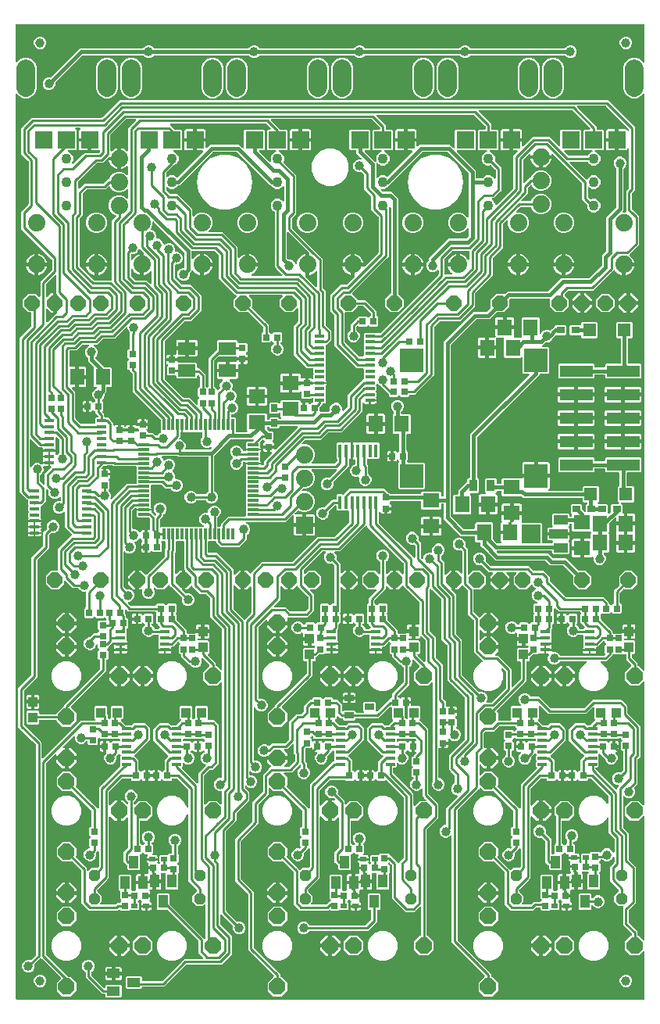
<source format=gbr>
G04 EAGLE Gerber RS-274X export*
G75*
%MOMM*%
%FSLAX34Y34*%
%LPD*%
%AMOC8*
5,1,8,0,0,1.08239X$1,22.5*%
G01*
%ADD10C,1.000000*%
%ADD11P,1.924489X8X112.500000*%
%ADD12P,1.924489X8X22.500000*%
%ADD13R,1.879600X1.879600*%
%ADD14C,2.000000*%
%ADD15P,1.319650X8X292.500000*%
%ADD16C,1.879600*%
%ADD17P,1.785944X8X292.500000*%
%ADD18P,1.785944X8X112.500000*%
%ADD19R,0.750000X0.650000*%
%ADD20R,1.020000X0.410000*%
%ADD21R,0.990600X0.304800*%
%ADD22R,1.000000X0.350000*%
%ADD23R,1.000000X0.330000*%
%ADD24R,0.300000X1.200000*%
%ADD25R,1.200000X0.300000*%
%ADD26R,1.000000X1.400000*%
%ADD27R,0.650000X0.750000*%
%ADD28R,0.700000X0.500000*%
%ADD29R,1.000000X1.100000*%
%ADD30R,1.000000X0.700000*%
%ADD31R,1.400000X1.400000*%
%ADD32R,3.556000X1.270000*%
%ADD33R,0.850000X0.700000*%
%ADD34R,1.800000X1.600000*%
%ADD35R,1.600000X1.800000*%
%ADD36R,0.900000X1.250000*%
%ADD37R,1.500000X1.000000*%
%ADD38R,2.000000X1.000000*%
%ADD39R,2.000000X2.000000*%
%ADD40R,2.540000X2.540000*%
%ADD41C,1.106400*%
%ADD42R,0.700000X0.850000*%
%ADD43R,1.400000X1.000000*%
%ADD44R,1.900000X1.400000*%
%ADD45R,0.355600X1.422400*%
%ADD46C,0.254000*%
%ADD47C,1.008000*%
%ADD48C,0.406400*%

G36*
X686112Y5089D02*
X686112Y5089D01*
X686170Y5087D01*
X686252Y5109D01*
X686336Y5121D01*
X686389Y5144D01*
X686445Y5159D01*
X686518Y5202D01*
X686595Y5237D01*
X686640Y5275D01*
X686690Y5304D01*
X686748Y5366D01*
X686812Y5420D01*
X686844Y5469D01*
X686884Y5512D01*
X686923Y5587D01*
X686970Y5657D01*
X686987Y5713D01*
X687014Y5765D01*
X687025Y5833D01*
X687055Y5928D01*
X687058Y6028D01*
X687069Y6096D01*
X687069Y56755D01*
X687065Y56784D01*
X687068Y56814D01*
X687045Y56925D01*
X687029Y57037D01*
X687017Y57064D01*
X687012Y57092D01*
X686960Y57193D01*
X686913Y57296D01*
X686894Y57319D01*
X686881Y57345D01*
X686803Y57427D01*
X686730Y57513D01*
X686705Y57530D01*
X686685Y57551D01*
X686587Y57608D01*
X686493Y57671D01*
X686465Y57680D01*
X686440Y57695D01*
X686330Y57722D01*
X686222Y57757D01*
X686192Y57757D01*
X686164Y57765D01*
X686051Y57761D01*
X685938Y57764D01*
X685909Y57757D01*
X685880Y57756D01*
X685772Y57721D01*
X685663Y57692D01*
X685637Y57677D01*
X685609Y57668D01*
X685546Y57623D01*
X685418Y57547D01*
X685375Y57501D01*
X685336Y57473D01*
X680694Y52831D01*
X671856Y52831D01*
X665606Y59081D01*
X665606Y67919D01*
X671856Y74169D01*
X672211Y74169D01*
X672269Y74177D01*
X672327Y74175D01*
X672409Y74197D01*
X672493Y74209D01*
X672546Y74232D01*
X672602Y74247D01*
X672675Y74290D01*
X672752Y74325D01*
X672797Y74363D01*
X672847Y74392D01*
X672905Y74454D01*
X672969Y74508D01*
X673001Y74557D01*
X673041Y74600D01*
X673080Y74675D01*
X673127Y74745D01*
X673144Y74801D01*
X673171Y74853D01*
X673182Y74921D01*
X673212Y75016D01*
X673215Y75116D01*
X673226Y75184D01*
X673226Y76105D01*
X673214Y76191D01*
X673211Y76279D01*
X673194Y76331D01*
X673186Y76386D01*
X673151Y76466D01*
X673124Y76549D01*
X673096Y76588D01*
X673070Y76646D01*
X672974Y76759D01*
X672972Y76762D01*
X672959Y76784D01*
X672951Y76791D01*
X672929Y76823D01*
X663701Y86050D01*
X663701Y104450D01*
X663944Y104692D01*
X663961Y104716D01*
X663984Y104735D01*
X664046Y104829D01*
X664114Y104919D01*
X664125Y104947D01*
X664141Y104971D01*
X664175Y105079D01*
X664216Y105185D01*
X664218Y105214D01*
X664227Y105242D01*
X664230Y105355D01*
X664239Y105468D01*
X664234Y105497D01*
X664234Y105526D01*
X664206Y105636D01*
X664183Y105747D01*
X664170Y105773D01*
X664162Y105801D01*
X664105Y105899D01*
X664052Y105999D01*
X664032Y106021D01*
X664017Y106046D01*
X663935Y106123D01*
X663857Y106205D01*
X663831Y106220D01*
X663810Y106240D01*
X663709Y106292D01*
X663611Y106349D01*
X663583Y106356D01*
X663557Y106370D01*
X663479Y106383D01*
X663336Y106419D01*
X663273Y106417D01*
X663226Y106425D01*
X658727Y106425D01*
X654114Y111038D01*
X654114Y117562D01*
X658643Y122090D01*
X658695Y122160D01*
X658755Y122224D01*
X658781Y122274D01*
X658814Y122318D01*
X658845Y122399D01*
X658885Y122477D01*
X658893Y122525D01*
X658915Y122583D01*
X658922Y122669D01*
X658926Y122682D01*
X658928Y122733D01*
X658940Y122808D01*
X658940Y123729D01*
X658928Y123815D01*
X658925Y123903D01*
X658908Y123955D01*
X658900Y124010D01*
X658865Y124090D01*
X658838Y124173D01*
X658810Y124212D01*
X658784Y124270D01*
X658688Y124383D01*
X658643Y124447D01*
X649414Y133675D01*
X649414Y148901D01*
X653880Y153366D01*
X653932Y153436D01*
X653992Y153500D01*
X654018Y153550D01*
X654051Y153594D01*
X654082Y153675D01*
X654122Y153753D01*
X654130Y153801D01*
X654152Y153859D01*
X654164Y154007D01*
X654177Y154084D01*
X654177Y158472D01*
X654165Y158557D01*
X654163Y158643D01*
X654145Y158697D01*
X654137Y158753D01*
X654102Y158832D01*
X654076Y158913D01*
X654044Y158961D01*
X654021Y159013D01*
X653966Y159078D01*
X653918Y159150D01*
X653874Y159186D01*
X653838Y159230D01*
X653766Y159277D01*
X653700Y159333D01*
X653648Y159356D01*
X653601Y159387D01*
X653519Y159413D01*
X653440Y159448D01*
X653384Y159456D01*
X653330Y159473D01*
X653244Y159475D01*
X653159Y159487D01*
X653103Y159479D01*
X653046Y159480D01*
X652963Y159459D01*
X652877Y159446D01*
X652826Y159423D01*
X652771Y159408D01*
X652697Y159365D01*
X652618Y159329D01*
X652575Y159292D01*
X652526Y159263D01*
X652467Y159201D01*
X652402Y159145D01*
X652376Y159103D01*
X652332Y159056D01*
X652266Y158927D01*
X652224Y158860D01*
X651894Y158062D01*
X649976Y156144D01*
X647469Y155106D01*
X644757Y155106D01*
X642250Y156144D01*
X641753Y156642D01*
X641683Y156694D01*
X641619Y156754D01*
X641570Y156780D01*
X641526Y156813D01*
X641444Y156844D01*
X641366Y156884D01*
X641319Y156892D01*
X641260Y156914D01*
X641112Y156926D01*
X641035Y156939D01*
X639957Y156939D01*
X639899Y156931D01*
X639841Y156933D01*
X639759Y156911D01*
X639675Y156899D01*
X639622Y156876D01*
X639566Y156861D01*
X639493Y156818D01*
X639416Y156783D01*
X639371Y156745D01*
X639321Y156716D01*
X639263Y156654D01*
X639199Y156600D01*
X639167Y156551D01*
X639127Y156508D01*
X639088Y156433D01*
X639041Y156363D01*
X639024Y156307D01*
X638997Y156255D01*
X638986Y156187D01*
X638956Y156092D01*
X638954Y156013D01*
X637646Y154706D01*
X637611Y154659D01*
X637569Y154619D01*
X637526Y154546D01*
X637476Y154479D01*
X637455Y154424D01*
X637425Y154374D01*
X637404Y154292D01*
X637374Y154213D01*
X637369Y154155D01*
X637355Y154098D01*
X637358Y154014D01*
X637351Y153930D01*
X637362Y153872D01*
X637364Y153814D01*
X637390Y153734D01*
X637407Y153651D01*
X637434Y153599D01*
X637452Y153543D01*
X637492Y153487D01*
X637538Y153399D01*
X637606Y153326D01*
X637646Y153270D01*
X638942Y151975D01*
X638942Y144001D01*
X637965Y143025D01*
X637930Y142978D01*
X637888Y142938D01*
X637845Y142865D01*
X637795Y142798D01*
X637774Y142743D01*
X637744Y142693D01*
X637723Y142611D01*
X637693Y142532D01*
X637688Y142474D01*
X637674Y142417D01*
X637677Y142333D01*
X637670Y142249D01*
X637681Y142191D01*
X637683Y142133D01*
X637709Y142053D01*
X637726Y141970D01*
X637753Y141918D01*
X637771Y141862D01*
X637811Y141806D01*
X637857Y141718D01*
X637925Y141645D01*
X637965Y141589D01*
X638580Y140975D01*
X638580Y125501D01*
X637538Y124459D01*
X626064Y124459D01*
X625022Y125501D01*
X625022Y140975D01*
X626012Y141964D01*
X626029Y141988D01*
X626052Y142007D01*
X626114Y142101D01*
X626183Y142191D01*
X626193Y142219D01*
X626209Y142243D01*
X626243Y142351D01*
X626284Y142457D01*
X626286Y142486D01*
X626295Y142514D01*
X626298Y142628D01*
X626307Y142740D01*
X626302Y142769D01*
X626302Y142798D01*
X626274Y142908D01*
X626251Y143019D01*
X626238Y143045D01*
X626230Y143073D01*
X626173Y143171D01*
X626120Y143271D01*
X626100Y143293D01*
X626085Y143318D01*
X626003Y143395D01*
X625925Y143477D01*
X625899Y143492D01*
X625878Y143512D01*
X625777Y143564D01*
X625679Y143621D01*
X625651Y143628D01*
X625625Y143642D01*
X625547Y143655D01*
X625404Y143691D01*
X625341Y143689D01*
X625294Y143697D01*
X619664Y143697D01*
X619643Y143694D01*
X619623Y143696D01*
X619503Y143675D01*
X619382Y143657D01*
X619364Y143649D01*
X619343Y143645D01*
X619234Y143591D01*
X619123Y143541D01*
X619107Y143528D01*
X619089Y143519D01*
X618999Y143436D01*
X618906Y143358D01*
X618895Y143340D01*
X618879Y143327D01*
X618816Y143223D01*
X618748Y143121D01*
X618742Y143101D01*
X618731Y143084D01*
X618699Y142967D01*
X618662Y142850D01*
X618662Y142829D01*
X618657Y142810D01*
X618658Y142688D01*
X618655Y142566D01*
X618660Y142546D01*
X618661Y142525D01*
X618696Y142408D01*
X618727Y142291D01*
X618737Y142273D01*
X618743Y142253D01*
X618810Y142151D01*
X618872Y142046D01*
X618887Y142032D01*
X618898Y142015D01*
X618938Y141982D01*
X618955Y141959D01*
X619428Y141486D01*
X619695Y141023D01*
X619834Y140506D01*
X619834Y135269D01*
X614832Y135269D01*
X614832Y142428D01*
X614824Y142486D01*
X614825Y142544D01*
X614804Y142626D01*
X614792Y142710D01*
X614768Y142763D01*
X614754Y142819D01*
X614711Y142892D01*
X614676Y142969D01*
X614638Y143014D01*
X614608Y143064D01*
X614547Y143122D01*
X614492Y143186D01*
X614444Y143218D01*
X614401Y143258D01*
X614326Y143297D01*
X614256Y143344D01*
X614200Y143361D01*
X614148Y143388D01*
X614080Y143399D01*
X613985Y143429D01*
X613885Y143432D01*
X613817Y143443D01*
X613163Y143443D01*
X613163Y148617D01*
X613155Y148675D01*
X613157Y148733D01*
X613135Y148815D01*
X613123Y148898D01*
X613100Y148952D01*
X613085Y149008D01*
X613042Y149081D01*
X613007Y149158D01*
X612969Y149202D01*
X612940Y149253D01*
X612878Y149310D01*
X612824Y149375D01*
X612775Y149407D01*
X612732Y149447D01*
X612657Y149486D01*
X612587Y149532D01*
X612531Y149550D01*
X612479Y149577D01*
X612411Y149588D01*
X612316Y149618D01*
X612216Y149621D01*
X612148Y149632D01*
X611945Y149632D01*
X611945Y149835D01*
X611937Y149893D01*
X611938Y149951D01*
X611917Y150033D01*
X611905Y150117D01*
X611881Y150170D01*
X611867Y150226D01*
X611823Y150299D01*
X611789Y150376D01*
X611751Y150421D01*
X611721Y150471D01*
X611660Y150529D01*
X611605Y150593D01*
X611557Y150625D01*
X611514Y150665D01*
X611439Y150704D01*
X611369Y150751D01*
X611313Y150768D01*
X611261Y150795D01*
X611193Y150806D01*
X611098Y150836D01*
X610998Y150839D01*
X610930Y150850D01*
X606256Y150850D01*
X606256Y153244D01*
X606313Y153454D01*
X606321Y153522D01*
X606339Y153588D01*
X606338Y153662D01*
X606347Y153736D01*
X606336Y153804D01*
X606335Y153872D01*
X606314Y153943D01*
X606302Y154017D01*
X606273Y154079D01*
X606253Y154144D01*
X606213Y154207D01*
X606181Y154274D01*
X606136Y154326D01*
X606099Y154383D01*
X606050Y154423D01*
X605993Y154488D01*
X605897Y154549D01*
X605840Y154596D01*
X605791Y154624D01*
X605412Y155003D01*
X605145Y155466D01*
X605006Y155983D01*
X605006Y157502D01*
X610305Y157502D01*
X610363Y157510D01*
X610421Y157508D01*
X610503Y157530D01*
X610543Y157535D01*
X610605Y157516D01*
X610705Y157513D01*
X610773Y157502D01*
X616072Y157502D01*
X616072Y155983D01*
X615924Y155433D01*
X615915Y155356D01*
X615896Y155281D01*
X615898Y155216D01*
X615890Y155151D01*
X615902Y155074D01*
X615905Y154996D01*
X615925Y154935D01*
X615935Y154870D01*
X615968Y154800D01*
X615992Y154726D01*
X616025Y154681D01*
X616056Y154613D01*
X616142Y154516D01*
X616187Y154453D01*
X616415Y154224D01*
X616708Y153718D01*
X616738Y153679D01*
X616760Y153636D01*
X616825Y153568D01*
X616883Y153494D01*
X616923Y153465D01*
X616956Y153430D01*
X617037Y153382D01*
X617114Y153327D01*
X617159Y153311D01*
X617202Y153286D01*
X617293Y153263D01*
X617381Y153231D01*
X617430Y153228D01*
X617477Y153216D01*
X617571Y153219D01*
X617665Y153213D01*
X617712Y153224D01*
X617761Y153225D01*
X617851Y153254D01*
X617942Y153274D01*
X617985Y153298D01*
X618032Y153313D01*
X618092Y153356D01*
X618192Y153410D01*
X618254Y153471D01*
X618305Y153508D01*
X618568Y153771D01*
X618603Y153817D01*
X618646Y153858D01*
X618688Y153930D01*
X618739Y153998D01*
X618760Y154052D01*
X618789Y154103D01*
X618810Y154185D01*
X618840Y154264D01*
X618845Y154322D01*
X618859Y154378D01*
X618857Y154463D01*
X618864Y154547D01*
X618852Y154604D01*
X618850Y154663D01*
X618824Y154743D01*
X618808Y154826D01*
X618781Y154877D01*
X618763Y154933D01*
X618723Y154989D01*
X618677Y155078D01*
X618608Y155150D01*
X618568Y155206D01*
X618260Y155514D01*
X618260Y161988D01*
X619302Y163030D01*
X626869Y163030D01*
X626927Y163038D01*
X626985Y163036D01*
X627067Y163058D01*
X627151Y163070D01*
X627204Y163093D01*
X627260Y163108D01*
X627333Y163151D01*
X627410Y163186D01*
X627455Y163224D01*
X627505Y163253D01*
X627563Y163315D01*
X627627Y163369D01*
X627659Y163418D01*
X627699Y163461D01*
X627738Y163536D01*
X627785Y163606D01*
X627802Y163662D01*
X627829Y163714D01*
X627840Y163782D01*
X627870Y163877D01*
X627872Y163963D01*
X628926Y165017D01*
X637900Y165017D01*
X638320Y164597D01*
X638411Y164528D01*
X638499Y164454D01*
X638525Y164443D01*
X638547Y164426D01*
X638654Y164385D01*
X638759Y164338D01*
X638787Y164335D01*
X638813Y164325D01*
X638927Y164315D01*
X639041Y164299D01*
X639068Y164303D01*
X639096Y164301D01*
X639208Y164324D01*
X639322Y164340D01*
X639347Y164352D01*
X639375Y164357D01*
X639477Y164410D01*
X639581Y164457D01*
X639602Y164475D01*
X639627Y164488D01*
X639710Y164567D01*
X639798Y164642D01*
X639811Y164663D01*
X639833Y164684D01*
X639968Y164913D01*
X639976Y164926D01*
X640332Y165788D01*
X642250Y167706D01*
X644757Y168744D01*
X647469Y168744D01*
X649976Y167706D01*
X651894Y165788D01*
X652224Y164990D01*
X652268Y164916D01*
X652303Y164837D01*
X652340Y164794D01*
X652369Y164745D01*
X652431Y164686D01*
X652487Y164620D01*
X652534Y164589D01*
X652575Y164550D01*
X652652Y164510D01*
X652723Y164463D01*
X652777Y164446D01*
X652828Y164420D01*
X652912Y164403D01*
X652994Y164377D01*
X653051Y164376D01*
X653107Y164365D01*
X653192Y164372D01*
X653278Y164370D01*
X653333Y164384D01*
X653390Y164389D01*
X653471Y164420D01*
X653553Y164442D01*
X653602Y164471D01*
X653655Y164491D01*
X653724Y164543D01*
X653798Y164587D01*
X653837Y164628D01*
X653882Y164663D01*
X653934Y164731D01*
X653992Y164794D01*
X654018Y164845D01*
X654052Y164890D01*
X654083Y164971D01*
X654122Y165047D01*
X654130Y165096D01*
X654153Y165156D01*
X654164Y165301D01*
X654177Y165378D01*
X654177Y179291D01*
X654165Y179377D01*
X654162Y179465D01*
X654145Y179517D01*
X654137Y179572D01*
X654102Y179652D01*
X654075Y179735D01*
X654047Y179774D01*
X654021Y179832D01*
X653925Y179945D01*
X653880Y180009D01*
X647826Y186062D01*
X647826Y201056D01*
X647819Y201109D01*
X647820Y201140D01*
X647814Y201163D01*
X647812Y201227D01*
X647794Y201281D01*
X647786Y201337D01*
X647751Y201415D01*
X647725Y201497D01*
X647693Y201545D01*
X647670Y201596D01*
X647615Y201662D01*
X647567Y201733D01*
X647523Y201770D01*
X647487Y201813D01*
X647415Y201861D01*
X647349Y201916D01*
X647297Y201939D01*
X647250Y201971D01*
X647168Y201997D01*
X647089Y202032D01*
X647033Y202040D01*
X646979Y202057D01*
X646893Y202059D01*
X646808Y202071D01*
X646752Y202063D01*
X646695Y202064D01*
X646612Y202042D01*
X646526Y202030D01*
X646475Y202007D01*
X646420Y201992D01*
X646346Y201948D01*
X646267Y201913D01*
X646224Y201876D01*
X646175Y201847D01*
X646116Y201784D01*
X646051Y201729D01*
X646025Y201687D01*
X645981Y201640D01*
X645916Y201513D01*
X645882Y201463D01*
X645880Y201455D01*
X645873Y201444D01*
X645458Y200441D01*
X640934Y195917D01*
X635024Y193469D01*
X628626Y193469D01*
X622716Y195917D01*
X618192Y200441D01*
X615744Y206351D01*
X615744Y212749D01*
X618192Y218659D01*
X622716Y223183D01*
X628626Y225631D01*
X635024Y225631D01*
X640934Y223183D01*
X645458Y218659D01*
X645873Y217656D01*
X645917Y217582D01*
X645952Y217504D01*
X645989Y217460D01*
X646018Y217411D01*
X646080Y217352D01*
X646136Y217287D01*
X646183Y217255D01*
X646224Y217216D01*
X646301Y217177D01*
X646372Y217129D01*
X646426Y217112D01*
X646477Y217086D01*
X646561Y217069D01*
X646643Y217043D01*
X646700Y217042D01*
X646756Y217031D01*
X646841Y217038D01*
X646927Y217036D01*
X646982Y217050D01*
X647039Y217055D01*
X647120Y217086D01*
X647202Y217108D01*
X647251Y217137D01*
X647304Y217157D01*
X647373Y217209D01*
X647447Y217253D01*
X647486Y217294D01*
X647531Y217329D01*
X647583Y217398D01*
X647641Y217460D01*
X647667Y217511D01*
X647701Y217556D01*
X647732Y217637D01*
X647771Y217713D01*
X647779Y217762D01*
X647802Y217822D01*
X647813Y217967D01*
X647826Y218044D01*
X647826Y225330D01*
X647814Y225416D01*
X647811Y225504D01*
X647794Y225556D01*
X647786Y225611D01*
X647751Y225691D01*
X647724Y225774D01*
X647696Y225813D01*
X647670Y225871D01*
X647574Y225984D01*
X647529Y226048D01*
X629273Y244304D01*
X629203Y244356D01*
X629139Y244416D01*
X629089Y244442D01*
X629045Y244475D01*
X628964Y244506D01*
X628886Y244546D01*
X628838Y244554D01*
X628780Y244576D01*
X628632Y244588D01*
X628555Y244601D01*
X626407Y244601D01*
X626349Y244593D01*
X626291Y244595D01*
X626209Y244573D01*
X626125Y244561D01*
X626072Y244538D01*
X626016Y244523D01*
X625943Y244480D01*
X625866Y244445D01*
X625821Y244407D01*
X625771Y244378D01*
X625713Y244316D01*
X625649Y244262D01*
X625617Y244213D01*
X625577Y244170D01*
X625538Y244095D01*
X625491Y244025D01*
X625474Y243969D01*
X625447Y243917D01*
X625436Y243849D01*
X625406Y243754D01*
X625403Y243654D01*
X625392Y243586D01*
X625392Y243163D01*
X624350Y242121D01*
X616376Y242121D01*
X615129Y243368D01*
X615090Y243398D01*
X615057Y243434D01*
X615023Y243454D01*
X614997Y243480D01*
X614949Y243504D01*
X614902Y243539D01*
X614856Y243557D01*
X614815Y243582D01*
X614774Y243593D01*
X614744Y243609D01*
X614700Y243616D01*
X614636Y243641D01*
X614588Y243645D01*
X614541Y243658D01*
X614460Y243657D01*
X614412Y243664D01*
X614410Y243664D01*
X614388Y243661D01*
X614353Y243664D01*
X614305Y243655D01*
X614256Y243654D01*
X614186Y243633D01*
X614129Y243625D01*
X614107Y243615D01*
X614074Y243608D01*
X614031Y243586D01*
X613984Y243572D01*
X613925Y243533D01*
X613869Y243508D01*
X613850Y243492D01*
X613822Y243477D01*
X613786Y243444D01*
X613746Y243417D01*
X613708Y243372D01*
X613652Y243325D01*
X613637Y243302D01*
X613616Y243281D01*
X613572Y243207D01*
X613532Y243158D01*
X613239Y242652D01*
X612861Y242273D01*
X612398Y242006D01*
X611881Y241867D01*
X609987Y241867D01*
X609987Y247041D01*
X609979Y247099D01*
X609981Y247157D01*
X609959Y247239D01*
X609947Y247322D01*
X609924Y247376D01*
X609909Y247432D01*
X609866Y247505D01*
X609831Y247582D01*
X609793Y247626D01*
X609779Y247650D01*
X609802Y247675D01*
X609841Y247750D01*
X609888Y247820D01*
X609905Y247876D01*
X609932Y247928D01*
X609943Y247996D01*
X609973Y248091D01*
X609976Y248191D01*
X609987Y248259D01*
X609987Y253433D01*
X611881Y253433D01*
X612398Y253294D01*
X612861Y253027D01*
X613239Y252648D01*
X613532Y252142D01*
X613562Y252103D01*
X613584Y252060D01*
X613649Y251992D01*
X613707Y251918D01*
X613747Y251889D01*
X613780Y251854D01*
X613861Y251807D01*
X613938Y251751D01*
X613984Y251735D01*
X614026Y251710D01*
X614116Y251687D01*
X614205Y251655D01*
X614254Y251652D01*
X614301Y251640D01*
X614395Y251643D01*
X614489Y251637D01*
X614536Y251648D01*
X614585Y251649D01*
X614675Y251678D01*
X614766Y251698D01*
X614809Y251722D01*
X614856Y251737D01*
X614916Y251780D01*
X615016Y251834D01*
X615078Y251895D01*
X615129Y251932D01*
X616384Y253186D01*
X616415Y253185D01*
X616497Y253207D01*
X616581Y253219D01*
X616634Y253242D01*
X616690Y253257D01*
X616763Y253300D01*
X616840Y253335D01*
X616885Y253373D01*
X616935Y253402D01*
X616993Y253464D01*
X617057Y253518D01*
X617089Y253567D01*
X617129Y253610D01*
X617168Y253685D01*
X617215Y253755D01*
X617232Y253811D01*
X617259Y253863D01*
X617270Y253931D01*
X617300Y254026D01*
X617303Y254126D01*
X617314Y254194D01*
X617314Y264438D01*
X621240Y268364D01*
X621275Y268410D01*
X621318Y268451D01*
X621360Y268523D01*
X621411Y268591D01*
X621432Y268645D01*
X621461Y268696D01*
X621482Y268778D01*
X621512Y268856D01*
X621517Y268915D01*
X621531Y268971D01*
X621529Y269056D01*
X621536Y269140D01*
X621524Y269197D01*
X621522Y269256D01*
X621496Y269336D01*
X621480Y269419D01*
X621453Y269470D01*
X621435Y269526D01*
X621395Y269582D01*
X621349Y269671D01*
X621280Y269743D01*
X621240Y269799D01*
X619105Y271935D01*
X604964Y286075D01*
X604964Y298126D01*
X607047Y300209D01*
X607048Y300209D01*
X611512Y304674D01*
X621975Y304674D01*
X624148Y302500D01*
X624218Y302448D01*
X624282Y302388D01*
X624332Y302362D01*
X624376Y302329D01*
X624457Y302298D01*
X624535Y302258D01*
X624583Y302250D01*
X624641Y302228D01*
X624789Y302216D01*
X624866Y302203D01*
X627671Y302203D01*
X627757Y302215D01*
X627845Y302218D01*
X627897Y302235D01*
X627952Y302243D01*
X628032Y302278D01*
X628115Y302305D01*
X628154Y302333D01*
X628212Y302359D01*
X628325Y302455D01*
X628389Y302500D01*
X629462Y303574D01*
X629463Y303574D01*
X633275Y307387D01*
X633310Y307433D01*
X633353Y307474D01*
X633395Y307546D01*
X633446Y307614D01*
X633467Y307669D01*
X633496Y307719D01*
X633517Y307801D01*
X633547Y307879D01*
X633552Y307938D01*
X633566Y307994D01*
X633564Y308079D01*
X633571Y308163D01*
X633559Y308220D01*
X633557Y308279D01*
X633531Y308359D01*
X633515Y308442D01*
X633488Y308493D01*
X633470Y308549D01*
X633430Y308605D01*
X633384Y308694D01*
X633315Y308766D01*
X633275Y308822D01*
X632422Y309675D01*
X632422Y320860D01*
X632418Y320889D01*
X632421Y320918D01*
X632398Y321029D01*
X632382Y321141D01*
X632370Y321168D01*
X632365Y321197D01*
X632313Y321297D01*
X632266Y321401D01*
X632247Y321423D01*
X632234Y321449D01*
X632156Y321531D01*
X632083Y321618D01*
X632058Y321634D01*
X632038Y321655D01*
X631940Y321712D01*
X631846Y321775D01*
X631818Y321784D01*
X631793Y321799D01*
X631683Y321827D01*
X631575Y321861D01*
X631545Y321862D01*
X631517Y321869D01*
X631404Y321865D01*
X631291Y321868D01*
X631262Y321861D01*
X631233Y321860D01*
X631125Y321825D01*
X631016Y321796D01*
X630990Y321781D01*
X630962Y321772D01*
X630899Y321727D01*
X630771Y321651D01*
X630728Y321606D01*
X630689Y321578D01*
X623563Y314451D01*
X582937Y314451D01*
X580854Y316534D01*
X580854Y316535D01*
X574224Y323165D01*
X574200Y323182D01*
X574181Y323205D01*
X574087Y323267D01*
X573997Y323335D01*
X573969Y323346D01*
X573945Y323362D01*
X573837Y323396D01*
X573731Y323437D01*
X573702Y323439D01*
X573674Y323448D01*
X573560Y323451D01*
X573448Y323460D01*
X573419Y323455D01*
X573390Y323455D01*
X573280Y323427D01*
X573169Y323404D01*
X573143Y323391D01*
X573115Y323383D01*
X573017Y323326D01*
X572917Y323273D01*
X572895Y323253D01*
X572870Y323238D01*
X572793Y323156D01*
X572711Y323078D01*
X572696Y323052D01*
X572676Y323031D01*
X572624Y322930D01*
X572567Y322832D01*
X572560Y322804D01*
X572546Y322778D01*
X572533Y322700D01*
X572497Y322557D01*
X572499Y322494D01*
X572491Y322447D01*
X572491Y309676D01*
X571542Y308727D01*
X571507Y308681D01*
X571464Y308640D01*
X571422Y308568D01*
X571371Y308500D01*
X571350Y308446D01*
X571321Y308395D01*
X571300Y308314D01*
X571270Y308235D01*
X571265Y308176D01*
X571251Y308120D01*
X571253Y308035D01*
X571246Y307951D01*
X571258Y307894D01*
X571260Y307835D01*
X571286Y307755D01*
X571302Y307673D01*
X571329Y307621D01*
X571347Y307565D01*
X571387Y307509D01*
X571433Y307420D01*
X571502Y307348D01*
X571542Y307292D01*
X576333Y302500D01*
X576403Y302448D01*
X576467Y302388D01*
X576517Y302362D01*
X576561Y302329D01*
X576642Y302298D01*
X576720Y302258D01*
X576768Y302250D01*
X576826Y302228D01*
X576974Y302216D01*
X577051Y302203D01*
X581633Y302203D01*
X581719Y302215D01*
X581807Y302218D01*
X581859Y302235D01*
X581914Y302243D01*
X581994Y302278D01*
X582077Y302305D01*
X582116Y302333D01*
X582174Y302359D01*
X582287Y302455D01*
X582351Y302500D01*
X584524Y304674D01*
X593722Y304674D01*
X594988Y304674D01*
X595752Y303910D01*
X599453Y300209D01*
X599454Y300208D01*
X600620Y299042D01*
X601537Y298126D01*
X601537Y296860D01*
X601537Y295181D01*
X601537Y295180D01*
X601537Y286075D01*
X585261Y269799D01*
X585226Y269753D01*
X585183Y269712D01*
X585141Y269639D01*
X585090Y269572D01*
X585069Y269518D01*
X585040Y269467D01*
X585019Y269385D01*
X584989Y269307D01*
X584984Y269248D01*
X584970Y269192D01*
X584972Y269107D01*
X584965Y269023D01*
X584977Y268966D01*
X584979Y268907D01*
X585005Y268827D01*
X585021Y268744D01*
X585048Y268693D01*
X585066Y268637D01*
X585106Y268581D01*
X585152Y268492D01*
X585211Y268430D01*
X585223Y268410D01*
X585238Y268396D01*
X585261Y268364D01*
X586259Y267365D01*
X587104Y266520D01*
X587105Y266520D01*
X589188Y264437D01*
X589188Y254194D01*
X589196Y254136D01*
X589194Y254078D01*
X589216Y253996D01*
X589228Y253912D01*
X589251Y253859D01*
X589266Y253803D01*
X589309Y253730D01*
X589344Y253653D01*
X589382Y253608D01*
X589411Y253558D01*
X589473Y253500D01*
X589527Y253436D01*
X589576Y253404D01*
X589619Y253364D01*
X589694Y253325D01*
X589764Y253278D01*
X589820Y253261D01*
X589872Y253234D01*
X589940Y253223D01*
X590035Y253193D01*
X590114Y253191D01*
X591373Y251932D01*
X591412Y251902D01*
X591445Y251866D01*
X591525Y251817D01*
X591600Y251761D01*
X591646Y251743D01*
X591687Y251718D01*
X591778Y251693D01*
X591866Y251659D01*
X591914Y251655D01*
X591961Y251642D01*
X592056Y251644D01*
X592149Y251636D01*
X592197Y251645D01*
X592246Y251646D01*
X592336Y251673D01*
X592428Y251692D01*
X592471Y251714D01*
X592518Y251728D01*
X592597Y251779D01*
X592680Y251823D01*
X592716Y251856D01*
X592756Y251883D01*
X592804Y251940D01*
X592886Y252019D01*
X592930Y252093D01*
X592970Y252142D01*
X593263Y252648D01*
X593641Y253027D01*
X594104Y253294D01*
X594621Y253433D01*
X596515Y253433D01*
X596515Y248259D01*
X596523Y248201D01*
X596521Y248143D01*
X596543Y248061D01*
X596555Y247978D01*
X596578Y247924D01*
X596593Y247868D01*
X596636Y247795D01*
X596671Y247718D01*
X596709Y247674D01*
X596723Y247650D01*
X596700Y247625D01*
X596661Y247550D01*
X596614Y247480D01*
X596597Y247424D01*
X596570Y247372D01*
X596559Y247304D01*
X596529Y247209D01*
X596526Y247109D01*
X596515Y247041D01*
X596515Y241867D01*
X594621Y241867D01*
X594104Y242006D01*
X593641Y242273D01*
X593263Y242652D01*
X592970Y243158D01*
X592940Y243197D01*
X592918Y243240D01*
X592897Y243261D01*
X592883Y243285D01*
X592837Y243328D01*
X592795Y243382D01*
X592755Y243411D01*
X592722Y243446D01*
X592695Y243462D01*
X592676Y243480D01*
X592622Y243507D01*
X592564Y243549D01*
X592518Y243565D01*
X592476Y243590D01*
X592444Y243598D01*
X592423Y243609D01*
X592373Y243617D01*
X592297Y243645D01*
X592248Y243648D01*
X592201Y243660D01*
X592132Y243658D01*
X592092Y243664D01*
X592090Y243664D01*
X592058Y243660D01*
X592013Y243663D01*
X591966Y243652D01*
X591917Y243651D01*
X591858Y243632D01*
X591808Y243625D01*
X591777Y243611D01*
X591736Y243602D01*
X591693Y243578D01*
X591646Y243563D01*
X591604Y243533D01*
X591549Y243508D01*
X591521Y243485D01*
X591486Y243466D01*
X591424Y243405D01*
X591373Y243368D01*
X590126Y242121D01*
X582152Y242121D01*
X581110Y243163D01*
X581110Y243586D01*
X581102Y243644D01*
X581104Y243702D01*
X581082Y243784D01*
X581070Y243868D01*
X581047Y243921D01*
X581032Y243977D01*
X580989Y244050D01*
X580954Y244127D01*
X580916Y244172D01*
X580887Y244222D01*
X580825Y244280D01*
X580771Y244344D01*
X580722Y244376D01*
X580679Y244416D01*
X580604Y244455D01*
X580534Y244502D01*
X580478Y244519D01*
X580426Y244546D01*
X580358Y244557D01*
X580263Y244587D01*
X580163Y244590D01*
X580095Y244601D01*
X574770Y244601D01*
X574684Y244589D01*
X574596Y244586D01*
X574544Y244569D01*
X574489Y244561D01*
X574409Y244526D01*
X574326Y244499D01*
X574286Y244471D01*
X574229Y244445D01*
X574116Y244349D01*
X574052Y244304D01*
X563733Y233985D01*
X563680Y233916D01*
X563621Y233852D01*
X563595Y233803D01*
X563562Y233758D01*
X563531Y233676D01*
X563491Y233599D01*
X563483Y233551D01*
X563461Y233493D01*
X563449Y233345D01*
X563436Y233268D01*
X563436Y216209D01*
X563440Y216180D01*
X563437Y216151D01*
X563460Y216039D01*
X563476Y215927D01*
X563488Y215901D01*
X563493Y215872D01*
X563545Y215771D01*
X563592Y215668D01*
X563611Y215645D01*
X563624Y215619D01*
X563702Y215537D01*
X563775Y215451D01*
X563800Y215435D01*
X563820Y215413D01*
X563918Y215356D01*
X564012Y215293D01*
X564040Y215284D01*
X564065Y215270D01*
X564175Y215242D01*
X564283Y215208D01*
X564313Y215207D01*
X564341Y215200D01*
X564454Y215203D01*
X564567Y215200D01*
X564596Y215208D01*
X564625Y215209D01*
X564733Y215243D01*
X564842Y215272D01*
X564868Y215287D01*
X564896Y215296D01*
X564959Y215342D01*
X565087Y215417D01*
X565130Y215463D01*
X565169Y215491D01*
X570151Y220473D01*
X572644Y220473D01*
X572644Y210566D01*
X572652Y210508D01*
X572650Y210450D01*
X572672Y210368D01*
X572684Y210285D01*
X572708Y210231D01*
X572722Y210175D01*
X572765Y210102D01*
X572800Y210025D01*
X572838Y209981D01*
X572868Y209930D01*
X572929Y209873D01*
X572984Y209808D01*
X573032Y209776D01*
X573075Y209736D01*
X573150Y209697D01*
X573220Y209651D01*
X573276Y209633D01*
X573328Y209606D01*
X573396Y209595D01*
X573491Y209565D01*
X573591Y209562D01*
X573659Y209551D01*
X574676Y209551D01*
X574676Y209549D01*
X573659Y209549D01*
X573601Y209541D01*
X573543Y209542D01*
X573461Y209521D01*
X573378Y209509D01*
X573324Y209485D01*
X573268Y209471D01*
X573195Y209428D01*
X573118Y209393D01*
X573073Y209355D01*
X573023Y209325D01*
X572965Y209264D01*
X572901Y209209D01*
X572869Y209161D01*
X572829Y209118D01*
X572790Y209043D01*
X572744Y208973D01*
X572726Y208917D01*
X572699Y208865D01*
X572688Y208797D01*
X572658Y208702D01*
X572655Y208602D01*
X572644Y208534D01*
X572644Y198627D01*
X570151Y198627D01*
X565169Y203609D01*
X565145Y203627D01*
X565126Y203649D01*
X565032Y203712D01*
X564942Y203780D01*
X564914Y203790D01*
X564890Y203807D01*
X564782Y203841D01*
X564676Y203881D01*
X564647Y203884D01*
X564619Y203892D01*
X564505Y203895D01*
X564393Y203905D01*
X564364Y203899D01*
X564335Y203900D01*
X564225Y203871D01*
X564114Y203849D01*
X564088Y203835D01*
X564060Y203828D01*
X563962Y203770D01*
X563862Y203718D01*
X563840Y203698D01*
X563815Y203683D01*
X563738Y203600D01*
X563656Y203522D01*
X563641Y203497D01*
X563621Y203475D01*
X563569Y203375D01*
X563512Y203277D01*
X563505Y203248D01*
X563491Y203222D01*
X563478Y203145D01*
X563442Y203001D01*
X563444Y202939D01*
X563436Y202891D01*
X563436Y136849D01*
X561353Y134766D01*
X561352Y134766D01*
X551034Y124448D01*
X550982Y124378D01*
X550922Y124314D01*
X550896Y124264D01*
X550863Y124220D01*
X550832Y124139D01*
X550792Y124061D01*
X550784Y124013D01*
X550762Y123955D01*
X550750Y123807D01*
X550737Y123730D01*
X550737Y122809D01*
X550744Y122758D01*
X550743Y122733D01*
X550749Y122711D01*
X550752Y122635D01*
X550769Y122583D01*
X550777Y122528D01*
X550812Y122448D01*
X550839Y122365D01*
X550867Y122326D01*
X550893Y122268D01*
X550989Y122155D01*
X551034Y122091D01*
X555563Y117563D01*
X555563Y111039D01*
X554080Y109557D01*
X554063Y109533D01*
X554040Y109514D01*
X553978Y109420D01*
X553910Y109330D01*
X553899Y109302D01*
X553883Y109278D01*
X553849Y109170D01*
X553808Y109064D01*
X553806Y109035D01*
X553797Y109007D01*
X553794Y108893D01*
X553785Y108781D01*
X553790Y108752D01*
X553790Y108723D01*
X553818Y108613D01*
X553841Y108502D01*
X553854Y108476D01*
X553862Y108448D01*
X553919Y108350D01*
X553972Y108250D01*
X553992Y108228D01*
X554007Y108203D01*
X554089Y108126D01*
X554167Y108044D01*
X554193Y108029D01*
X554214Y108009D01*
X554315Y107957D01*
X554413Y107900D01*
X554441Y107893D01*
X554467Y107879D01*
X554545Y107866D01*
X554688Y107830D01*
X554751Y107832D01*
X554798Y107824D01*
X563467Y107824D01*
X563553Y107836D01*
X563641Y107839D01*
X563693Y107856D01*
X563748Y107864D01*
X563828Y107899D01*
X563911Y107926D01*
X563950Y107954D01*
X564008Y107980D01*
X564121Y108076D01*
X564185Y108121D01*
X567062Y110999D01*
X573788Y110999D01*
X573874Y111011D01*
X573962Y111014D01*
X574014Y111031D01*
X574069Y111039D01*
X574149Y111074D01*
X574232Y111101D01*
X574272Y111129D01*
X574329Y111155D01*
X574442Y111251D01*
X574506Y111296D01*
X575205Y111995D01*
X575217Y112012D01*
X575229Y112022D01*
X575247Y112048D01*
X575282Y112082D01*
X575325Y112155D01*
X575375Y112222D01*
X575396Y112277D01*
X575426Y112327D01*
X575447Y112409D01*
X575477Y112488D01*
X575482Y112546D01*
X575496Y112603D01*
X575493Y112687D01*
X575500Y112771D01*
X575489Y112829D01*
X575487Y112887D01*
X575461Y112967D01*
X575444Y113050D01*
X575417Y113102D01*
X575399Y113158D01*
X575359Y113214D01*
X575313Y113302D01*
X575245Y113375D01*
X575205Y113431D01*
X573909Y114726D01*
X573909Y122700D01*
X574091Y122882D01*
X574126Y122928D01*
X574169Y122969D01*
X574211Y123042D01*
X574262Y123109D01*
X574283Y123163D01*
X574312Y123214D01*
X574333Y123296D01*
X574363Y123374D01*
X574368Y123433D01*
X574382Y123490D01*
X574380Y123574D01*
X574387Y123658D01*
X574375Y123715D01*
X574373Y123774D01*
X574347Y123854D01*
X574331Y123937D01*
X574304Y123988D01*
X574286Y124044D01*
X574270Y124066D01*
X574270Y139612D01*
X575312Y140654D01*
X586786Y140654D01*
X587828Y139612D01*
X587828Y124019D01*
X587836Y123961D01*
X587834Y123903D01*
X587856Y123821D01*
X587868Y123737D01*
X587891Y123684D01*
X587906Y123628D01*
X587949Y123555D01*
X587984Y123478D01*
X588022Y123433D01*
X588051Y123383D01*
X588113Y123325D01*
X588167Y123261D01*
X588216Y123229D01*
X588259Y123189D01*
X588334Y123150D01*
X588404Y123103D01*
X588460Y123086D01*
X588512Y123059D01*
X588580Y123048D01*
X588675Y123018D01*
X588775Y123015D01*
X588843Y123004D01*
X592123Y123004D01*
X592171Y123011D01*
X592220Y123008D01*
X592311Y123030D01*
X592404Y123044D01*
X592449Y123063D01*
X592496Y123075D01*
X592578Y123121D01*
X592664Y123160D01*
X592701Y123191D01*
X592743Y123215D01*
X592809Y123283D01*
X592881Y123343D01*
X592908Y123384D01*
X592942Y123419D01*
X592986Y123502D01*
X593038Y123580D01*
X593053Y123627D01*
X593076Y123670D01*
X593096Y123761D01*
X593124Y123851D01*
X593125Y123900D01*
X593136Y123948D01*
X593129Y124022D01*
X593131Y124135D01*
X593110Y124219D01*
X593104Y124282D01*
X593016Y124607D01*
X593016Y129844D01*
X598018Y129844D01*
X598018Y124273D01*
X598026Y124215D01*
X598024Y124157D01*
X598046Y124075D01*
X598058Y123991D01*
X598082Y123938D01*
X598096Y123882D01*
X598139Y123809D01*
X598174Y123732D01*
X598212Y123687D01*
X598242Y123637D01*
X598303Y123579D01*
X598358Y123515D01*
X598406Y123483D01*
X598449Y123443D01*
X598524Y123404D01*
X598594Y123357D01*
X598650Y123340D01*
X598702Y123313D01*
X598770Y123302D01*
X598865Y123272D01*
X598965Y123269D01*
X599033Y123258D01*
X599689Y123258D01*
X599689Y118084D01*
X599697Y118026D01*
X599695Y117968D01*
X599717Y117886D01*
X599729Y117803D01*
X599752Y117749D01*
X599767Y117693D01*
X599810Y117620D01*
X599845Y117543D01*
X599883Y117499D01*
X599912Y117448D01*
X599974Y117391D01*
X600028Y117326D01*
X600077Y117294D01*
X600120Y117254D01*
X600195Y117215D01*
X600265Y117169D01*
X600321Y117151D01*
X600373Y117124D01*
X600441Y117113D01*
X600536Y117083D01*
X600636Y117080D01*
X600704Y117069D01*
X600907Y117069D01*
X600907Y116866D01*
X600915Y116808D01*
X600914Y116750D01*
X600935Y116668D01*
X600947Y116584D01*
X600971Y116531D01*
X600985Y116475D01*
X601029Y116402D01*
X601063Y116325D01*
X601101Y116280D01*
X601131Y116230D01*
X601192Y116172D01*
X601247Y116108D01*
X601295Y116076D01*
X601338Y116036D01*
X601413Y115997D01*
X601483Y115950D01*
X601539Y115933D01*
X601591Y115906D01*
X601659Y115895D01*
X601754Y115865D01*
X601854Y115862D01*
X601922Y115851D01*
X606596Y115851D01*
X606596Y113457D01*
X606457Y112940D01*
X606190Y112477D01*
X606163Y112450D01*
X606140Y112419D01*
X606110Y112393D01*
X606054Y112306D01*
X605992Y112223D01*
X605978Y112187D01*
X605957Y112154D01*
X605928Y112054D01*
X605891Y111957D01*
X605888Y111918D01*
X605877Y111881D01*
X605876Y111777D01*
X605867Y111674D01*
X605875Y111636D01*
X605875Y111597D01*
X605903Y111497D01*
X605923Y111395D01*
X605941Y111361D01*
X605952Y111323D01*
X606007Y111235D01*
X606054Y111143D01*
X606081Y111115D01*
X606102Y111081D01*
X606178Y111012D01*
X606250Y110937D01*
X606284Y110917D01*
X606313Y110891D01*
X606383Y110859D01*
X606495Y110793D01*
X606567Y110775D01*
X607061Y110490D01*
X607440Y110111D01*
X607707Y109648D01*
X607846Y109131D01*
X607846Y107612D01*
X602547Y107612D01*
X602489Y107604D01*
X602431Y107606D01*
X602349Y107584D01*
X602309Y107579D01*
X602247Y107598D01*
X602147Y107601D01*
X602079Y107612D01*
X596780Y107612D01*
X596780Y109131D01*
X596919Y109648D01*
X597186Y110111D01*
X597375Y110299D01*
X597404Y110338D01*
X597440Y110371D01*
X597489Y110452D01*
X597546Y110527D01*
X597563Y110572D01*
X597588Y110614D01*
X597613Y110704D01*
X597647Y110792D01*
X597651Y110841D01*
X597664Y110888D01*
X597663Y110982D01*
X597670Y111076D01*
X597661Y111123D01*
X597660Y111172D01*
X597633Y111262D01*
X597615Y111354D01*
X597592Y111398D01*
X597578Y111444D01*
X597527Y111523D01*
X597484Y111607D01*
X597450Y111642D01*
X597423Y111683D01*
X597366Y111730D01*
X597288Y111813D01*
X597213Y111857D01*
X597164Y111897D01*
X596815Y112098D01*
X596437Y112477D01*
X596144Y112983D01*
X596114Y113022D01*
X596092Y113065D01*
X596027Y113133D01*
X595969Y113207D01*
X595929Y113236D01*
X595896Y113271D01*
X595815Y113319D01*
X595738Y113374D01*
X595693Y113390D01*
X595650Y113415D01*
X595560Y113438D01*
X595471Y113470D01*
X595422Y113473D01*
X595375Y113485D01*
X595281Y113482D01*
X595187Y113488D01*
X595140Y113477D01*
X595091Y113476D01*
X595001Y113447D01*
X594910Y113427D01*
X594867Y113403D01*
X594820Y113388D01*
X594760Y113345D01*
X594660Y113291D01*
X594598Y113230D01*
X594547Y113193D01*
X593490Y112137D01*
X593455Y112090D01*
X593413Y112050D01*
X593370Y111977D01*
X593320Y111910D01*
X593299Y111855D01*
X593269Y111805D01*
X593248Y111723D01*
X593218Y111644D01*
X593213Y111586D01*
X593199Y111529D01*
X593202Y111445D01*
X593195Y111361D01*
X593206Y111303D01*
X593208Y111245D01*
X593234Y111165D01*
X593251Y111082D01*
X593278Y111030D01*
X593296Y110974D01*
X593336Y110918D01*
X593382Y110830D01*
X593450Y110757D01*
X593490Y110701D01*
X594592Y109600D01*
X594592Y103126D01*
X593550Y102084D01*
X584745Y102084D01*
X584659Y102072D01*
X584571Y102069D01*
X584519Y102052D01*
X584464Y102044D01*
X584384Y102009D01*
X584301Y101982D01*
X584262Y101954D01*
X584204Y101928D01*
X584091Y101832D01*
X584027Y101787D01*
X583925Y101684D01*
X574951Y101684D01*
X573909Y102726D01*
X573909Y103886D01*
X573901Y103944D01*
X573903Y104002D01*
X573881Y104084D01*
X573869Y104168D01*
X573846Y104221D01*
X573831Y104277D01*
X573788Y104350D01*
X573753Y104427D01*
X573715Y104472D01*
X573686Y104522D01*
X573624Y104580D01*
X573570Y104644D01*
X573521Y104676D01*
X573478Y104716D01*
X573403Y104755D01*
X573333Y104802D01*
X573277Y104819D01*
X573225Y104846D01*
X573157Y104857D01*
X573062Y104887D01*
X572962Y104890D01*
X572894Y104901D01*
X570008Y104901D01*
X569922Y104889D01*
X569834Y104886D01*
X569782Y104869D01*
X569727Y104861D01*
X569647Y104826D01*
X569564Y104799D01*
X569525Y104771D01*
X569467Y104745D01*
X569354Y104649D01*
X569290Y104604D01*
X566413Y101726D01*
X541662Y101726D01*
X537198Y106191D01*
X537197Y106191D01*
X535114Y108274D01*
X535114Y142779D01*
X535102Y142865D01*
X535099Y142953D01*
X535082Y143005D01*
X535074Y143060D01*
X535039Y143140D01*
X535012Y143223D01*
X534984Y143262D01*
X534958Y143320D01*
X534862Y143433D01*
X534817Y143497D01*
X523631Y154682D01*
X523584Y154717D01*
X523544Y154760D01*
X523471Y154803D01*
X523404Y154853D01*
X523349Y154874D01*
X523299Y154904D01*
X523217Y154924D01*
X523138Y154955D01*
X523080Y154959D01*
X523023Y154974D01*
X522939Y154971D01*
X522855Y154978D01*
X522798Y154967D01*
X522739Y154965D01*
X522659Y154939D01*
X522576Y154922D01*
X522524Y154895D01*
X522469Y154877D01*
X522412Y154837D01*
X522324Y154791D01*
X522251Y154723D01*
X522195Y154682D01*
X521944Y154431D01*
X513106Y154431D01*
X506856Y160681D01*
X506856Y169519D01*
X513106Y175769D01*
X521944Y175769D01*
X528194Y169519D01*
X528194Y160681D01*
X527943Y160430D01*
X527907Y160383D01*
X527865Y160343D01*
X527822Y160270D01*
X527772Y160203D01*
X527751Y160148D01*
X527721Y160097D01*
X527701Y160016D01*
X527670Y159937D01*
X527666Y159879D01*
X527651Y159822D01*
X527654Y159738D01*
X527647Y159654D01*
X527658Y159596D01*
X527660Y159538D01*
X527686Y159458D01*
X527703Y159375D01*
X527730Y159323D01*
X527748Y159267D01*
X527788Y159211D01*
X527834Y159123D01*
X527903Y159050D01*
X527943Y158994D01*
X541176Y145761D01*
X541222Y145726D01*
X541263Y145683D01*
X541335Y145641D01*
X541403Y145590D01*
X541457Y145569D01*
X541508Y145540D01*
X541590Y145519D01*
X541668Y145489D01*
X541727Y145484D01*
X541783Y145470D01*
X541868Y145472D01*
X541952Y145465D01*
X542009Y145477D01*
X542068Y145479D01*
X542148Y145505D01*
X542231Y145521D01*
X542282Y145548D01*
X542338Y145566D01*
X542394Y145606D01*
X542483Y145652D01*
X542555Y145721D01*
X542611Y145761D01*
X544426Y147576D01*
X550831Y147576D01*
X550917Y147588D01*
X551005Y147591D01*
X551057Y147608D01*
X551112Y147616D01*
X551192Y147651D01*
X551275Y147678D01*
X551315Y147706D01*
X551372Y147732D01*
X551485Y147828D01*
X551549Y147873D01*
X552279Y148603D01*
X552332Y148673D01*
X552391Y148737D01*
X552417Y148786D01*
X552450Y148831D01*
X552481Y148913D01*
X552521Y148990D01*
X552529Y149038D01*
X552551Y149096D01*
X552563Y149244D01*
X552576Y149321D01*
X552576Y167989D01*
X552572Y168018D01*
X552575Y168047D01*
X552552Y168158D01*
X552536Y168270D01*
X552524Y168297D01*
X552519Y168326D01*
X552466Y168426D01*
X552420Y168530D01*
X552401Y168552D01*
X552388Y168578D01*
X552310Y168660D01*
X552237Y168747D01*
X552212Y168763D01*
X552192Y168784D01*
X552094Y168841D01*
X552000Y168904D01*
X551972Y168913D01*
X551947Y168928D01*
X551837Y168956D01*
X551729Y168990D01*
X551699Y168991D01*
X551671Y168998D01*
X551558Y168994D01*
X551445Y168997D01*
X551416Y168990D01*
X551387Y168989D01*
X551279Y168954D01*
X551170Y168925D01*
X551144Y168910D01*
X551116Y168901D01*
X551053Y168856D01*
X550925Y168780D01*
X550882Y168735D01*
X550843Y168707D01*
X548652Y166516D01*
X546711Y164575D01*
X546710Y164574D01*
X546709Y164573D01*
X546620Y164454D01*
X546540Y164348D01*
X546540Y164346D01*
X546539Y164345D01*
X546489Y164211D01*
X546439Y164082D01*
X546439Y164080D01*
X546439Y164079D01*
X546427Y163934D01*
X546416Y163799D01*
X546416Y163797D01*
X546416Y163795D01*
X546419Y163780D01*
X546472Y163520D01*
X546486Y163493D01*
X546491Y163468D01*
X546569Y163281D01*
X546569Y160569D01*
X545531Y158062D01*
X543613Y156144D01*
X541106Y155106D01*
X538394Y155106D01*
X535887Y156144D01*
X533969Y158062D01*
X532931Y160569D01*
X532931Y163281D01*
X533969Y165788D01*
X535887Y167706D01*
X538394Y168744D01*
X541106Y168744D01*
X541293Y168666D01*
X541295Y168666D01*
X541296Y168665D01*
X541432Y168631D01*
X541569Y168595D01*
X541570Y168595D01*
X541572Y168595D01*
X541712Y168599D01*
X541853Y168603D01*
X541854Y168604D01*
X541856Y168604D01*
X541987Y168646D01*
X542124Y168690D01*
X542125Y168691D01*
X542126Y168691D01*
X542138Y168700D01*
X542360Y168848D01*
X542379Y168872D01*
X542400Y168886D01*
X542612Y169099D01*
X542647Y169145D01*
X542690Y169186D01*
X542732Y169258D01*
X542783Y169326D01*
X542804Y169380D01*
X542833Y169431D01*
X542854Y169513D01*
X542884Y169591D01*
X542889Y169650D01*
X542903Y169706D01*
X542901Y169791D01*
X542908Y169875D01*
X542896Y169932D01*
X542894Y169991D01*
X542869Y170071D01*
X542852Y170153D01*
X542825Y170205D01*
X542807Y170261D01*
X542767Y170317D01*
X542721Y170406D01*
X542652Y170478D01*
X542612Y170534D01*
X542158Y170988D01*
X542158Y178962D01*
X543454Y180257D01*
X543489Y180304D01*
X543531Y180344D01*
X543574Y180417D01*
X543624Y180484D01*
X543645Y180539D01*
X543675Y180589D01*
X543696Y180671D01*
X543726Y180750D01*
X543731Y180808D01*
X543745Y180865D01*
X543742Y180949D01*
X543749Y181033D01*
X543738Y181091D01*
X543736Y181149D01*
X543710Y181229D01*
X543693Y181312D01*
X543666Y181364D01*
X543648Y181420D01*
X543608Y181476D01*
X543562Y181564D01*
X543494Y181637D01*
X543454Y181693D01*
X542158Y182988D01*
X542158Y190962D01*
X543200Y192004D01*
X543623Y192004D01*
X543681Y192012D01*
X543739Y192010D01*
X543821Y192032D01*
X543905Y192044D01*
X543958Y192067D01*
X544014Y192082D01*
X544087Y192125D01*
X544164Y192160D01*
X544209Y192198D01*
X544259Y192227D01*
X544317Y192289D01*
X544381Y192343D01*
X544413Y192392D01*
X544453Y192435D01*
X544492Y192510D01*
X544539Y192580D01*
X544556Y192636D01*
X544583Y192688D01*
X544594Y192756D01*
X544624Y192851D01*
X544627Y192951D01*
X544638Y193019D01*
X544638Y209455D01*
X544626Y209541D01*
X544623Y209629D01*
X544606Y209681D01*
X544598Y209736D01*
X544563Y209816D01*
X544536Y209899D01*
X544508Y209938D01*
X544482Y209996D01*
X544386Y210109D01*
X544341Y210173D01*
X523631Y230882D01*
X523584Y230917D01*
X523544Y230960D01*
X523471Y231003D01*
X523404Y231053D01*
X523349Y231074D01*
X523299Y231104D01*
X523217Y231124D01*
X523138Y231155D01*
X523080Y231159D01*
X523023Y231174D01*
X522939Y231171D01*
X522855Y231178D01*
X522798Y231167D01*
X522739Y231165D01*
X522659Y231139D01*
X522576Y231122D01*
X522524Y231095D01*
X522469Y231077D01*
X522412Y231037D01*
X522324Y230991D01*
X522251Y230923D01*
X522195Y230882D01*
X521944Y230631D01*
X513106Y230631D01*
X509607Y234130D01*
X509583Y234148D01*
X509565Y234170D01*
X509470Y234233D01*
X509380Y234301D01*
X509352Y234312D01*
X509328Y234328D01*
X509220Y234362D01*
X509114Y234402D01*
X509085Y234405D01*
X509057Y234414D01*
X508944Y234417D01*
X508831Y234426D01*
X508802Y234420D01*
X508773Y234421D01*
X508663Y234392D01*
X508552Y234370D01*
X508526Y234356D01*
X508498Y234349D01*
X508400Y234291D01*
X508300Y234239D01*
X508278Y234219D01*
X508253Y234204D01*
X508176Y234121D01*
X508094Y234043D01*
X508079Y234018D01*
X508059Y233997D01*
X508007Y233896D01*
X507950Y233798D01*
X507943Y233770D01*
X507930Y233744D01*
X506986Y232801D01*
X495471Y221285D01*
X495471Y221284D01*
X494276Y220089D01*
X494275Y220089D01*
X493091Y218904D01*
X484359Y210173D01*
X484307Y210103D01*
X484247Y210039D01*
X484221Y209989D01*
X484188Y209945D01*
X484157Y209864D01*
X484117Y209786D01*
X484109Y209738D01*
X484087Y209680D01*
X484075Y209532D01*
X484062Y209455D01*
X484062Y69946D01*
X484074Y69860D01*
X484077Y69772D01*
X484094Y69720D01*
X484102Y69665D01*
X484137Y69585D01*
X484164Y69502D01*
X484192Y69463D01*
X484218Y69405D01*
X484314Y69292D01*
X484359Y69228D01*
X518490Y35097D01*
X520574Y33014D01*
X520574Y30734D01*
X520582Y30676D01*
X520580Y30618D01*
X520602Y30536D01*
X520614Y30452D01*
X520637Y30399D01*
X520652Y30343D01*
X520695Y30270D01*
X520730Y30193D01*
X520768Y30148D01*
X520797Y30098D01*
X520859Y30040D01*
X520913Y29976D01*
X520962Y29944D01*
X521005Y29904D01*
X521080Y29865D01*
X521150Y29818D01*
X521206Y29801D01*
X521258Y29774D01*
X521326Y29763D01*
X521421Y29733D01*
X521521Y29730D01*
X521589Y29719D01*
X521944Y29719D01*
X528194Y23469D01*
X528194Y14631D01*
X521944Y8381D01*
X513106Y8381D01*
X506856Y14631D01*
X506856Y23469D01*
X513198Y29811D01*
X513232Y29828D01*
X513336Y29875D01*
X513358Y29894D01*
X513384Y29907D01*
X513466Y29985D01*
X513553Y30058D01*
X513569Y30083D01*
X513590Y30103D01*
X513647Y30201D01*
X513710Y30295D01*
X513719Y30323D01*
X513734Y30348D01*
X513762Y30458D01*
X513796Y30566D01*
X513797Y30596D01*
X513804Y30624D01*
X513800Y30737D01*
X513803Y30850D01*
X513796Y30879D01*
X513795Y30908D01*
X513760Y31016D01*
X513731Y31125D01*
X513716Y31151D01*
X513707Y31179D01*
X513662Y31242D01*
X513586Y31370D01*
X513541Y31413D01*
X513513Y31452D01*
X480048Y64917D01*
X480047Y64917D01*
X477964Y67000D01*
X477964Y181707D01*
X477960Y181736D01*
X477963Y181765D01*
X477940Y181876D01*
X477924Y181989D01*
X477912Y182015D01*
X477907Y182044D01*
X477854Y182145D01*
X477808Y182248D01*
X477789Y182270D01*
X477776Y182296D01*
X477698Y182379D01*
X477625Y182465D01*
X477600Y182481D01*
X477580Y182503D01*
X477482Y182560D01*
X477388Y182623D01*
X477360Y182631D01*
X477335Y182646D01*
X477225Y182674D01*
X477117Y182708D01*
X477087Y182709D01*
X477059Y182716D01*
X476946Y182713D01*
X476833Y182716D01*
X476804Y182708D01*
X476775Y182707D01*
X476667Y182672D01*
X476558Y182644D01*
X476532Y182629D01*
X476504Y182620D01*
X476440Y182574D01*
X476313Y182499D01*
X476270Y182453D01*
X476231Y182425D01*
X475351Y181544D01*
X472844Y180506D01*
X470132Y180506D01*
X467625Y181544D01*
X465707Y183462D01*
X464669Y185969D01*
X464669Y188681D01*
X465707Y191188D01*
X467625Y193106D01*
X470132Y194144D01*
X470599Y194144D01*
X470657Y194152D01*
X470715Y194150D01*
X470797Y194172D01*
X470881Y194184D01*
X470934Y194207D01*
X470990Y194222D01*
X471063Y194265D01*
X471140Y194300D01*
X471185Y194338D01*
X471235Y194367D01*
X471293Y194429D01*
X471357Y194483D01*
X471389Y194532D01*
X471429Y194575D01*
X471468Y194650D01*
X471515Y194720D01*
X471532Y194776D01*
X471559Y194828D01*
X471570Y194896D01*
X471600Y194991D01*
X471603Y195091D01*
X471614Y195159D01*
X471614Y212401D01*
X484024Y224810D01*
X484041Y224834D01*
X484064Y224853D01*
X484126Y224947D01*
X484194Y225037D01*
X484205Y225065D01*
X484221Y225089D01*
X484255Y225197D01*
X484296Y225303D01*
X484298Y225332D01*
X484307Y225360D01*
X484310Y225474D01*
X484319Y225586D01*
X484314Y225615D01*
X484314Y225644D01*
X484286Y225754D01*
X484263Y225865D01*
X484250Y225891D01*
X484242Y225919D01*
X484185Y226017D01*
X484132Y226117D01*
X484112Y226139D01*
X484097Y226164D01*
X484015Y226241D01*
X483937Y226323D01*
X483911Y226338D01*
X483890Y226358D01*
X483789Y226410D01*
X483691Y226467D01*
X483663Y226474D01*
X483637Y226488D01*
X483559Y226501D01*
X483416Y226537D01*
X483353Y226535D01*
X483306Y226543D01*
X482832Y226543D01*
X480325Y227581D01*
X478407Y229499D01*
X477369Y232006D01*
X477369Y234718D01*
X478407Y237225D01*
X480325Y239143D01*
X480513Y239220D01*
X480514Y239221D01*
X480515Y239221D01*
X480632Y239291D01*
X480757Y239365D01*
X480759Y239366D01*
X480760Y239367D01*
X480855Y239468D01*
X480953Y239571D01*
X480953Y239573D01*
X480954Y239574D01*
X481019Y239700D01*
X481083Y239824D01*
X481083Y239826D01*
X481084Y239827D01*
X481086Y239842D01*
X481138Y240103D01*
X481135Y240133D01*
X481139Y240158D01*
X481139Y247555D01*
X481127Y247641D01*
X481124Y247729D01*
X481107Y247781D01*
X481099Y247836D01*
X481064Y247916D01*
X481037Y247999D01*
X481009Y248038D01*
X480983Y248096D01*
X480887Y248209D01*
X480842Y248273D01*
X476873Y252242D01*
X476872Y252242D01*
X474789Y254325D01*
X474789Y269551D01*
X476872Y271634D01*
X476873Y271634D01*
X491954Y286715D01*
X492006Y286785D01*
X492066Y286849D01*
X492092Y286898D01*
X492125Y286943D01*
X492156Y287024D01*
X492196Y287102D01*
X492204Y287150D01*
X492226Y287208D01*
X492238Y287356D01*
X492251Y287433D01*
X492251Y331693D01*
X492239Y331779D01*
X492236Y331867D01*
X492219Y331919D01*
X492211Y331974D01*
X492176Y332054D01*
X492149Y332137D01*
X492121Y332176D01*
X492095Y332234D01*
X491999Y332347D01*
X491954Y332411D01*
X473201Y351163D01*
X473201Y388842D01*
X473190Y388921D01*
X473191Y388962D01*
X473188Y388975D01*
X473186Y389016D01*
X473169Y389069D01*
X473161Y389123D01*
X473131Y389190D01*
X473119Y389237D01*
X473109Y389253D01*
X473099Y389286D01*
X473071Y389326D01*
X473045Y389383D01*
X473003Y389433D01*
X472974Y389481D01*
X472931Y389521D01*
X472904Y389560D01*
X467747Y394717D01*
X466851Y395613D01*
X466851Y396872D01*
X466851Y438055D01*
X466839Y438141D01*
X466836Y438229D01*
X466819Y438281D01*
X466811Y438336D01*
X466776Y438416D01*
X466749Y438499D01*
X466721Y438538D01*
X466695Y438595D01*
X466599Y438709D01*
X466554Y438772D01*
X457823Y447503D01*
X457822Y447503D01*
X456786Y448539D01*
X455632Y449694D01*
X455608Y449711D01*
X455589Y449734D01*
X455495Y449796D01*
X455405Y449864D01*
X455377Y449875D01*
X455353Y449891D01*
X455245Y449925D01*
X455139Y449966D01*
X455110Y449968D01*
X455082Y449977D01*
X454968Y449980D01*
X454856Y449989D01*
X454827Y449983D01*
X454798Y449984D01*
X454688Y449956D01*
X454577Y449933D01*
X454551Y449920D01*
X454523Y449912D01*
X454425Y449855D01*
X454325Y449802D01*
X454303Y449782D01*
X454278Y449767D01*
X454201Y449684D01*
X454119Y449606D01*
X454104Y449581D01*
X454084Y449560D01*
X454032Y449459D01*
X453975Y449361D01*
X453968Y449333D01*
X453954Y449307D01*
X453941Y449230D01*
X453905Y449086D01*
X453907Y449023D01*
X453899Y448976D01*
X453899Y404908D01*
X453911Y404821D01*
X453914Y404733D01*
X453931Y404681D01*
X453939Y404626D01*
X453974Y404546D01*
X454001Y404463D01*
X454029Y404424D01*
X454055Y404367D01*
X454151Y404253D01*
X454196Y404190D01*
X458165Y400221D01*
X458166Y400220D01*
X459352Y399034D01*
X459353Y399034D01*
X460249Y398138D01*
X460249Y396880D01*
X460249Y395193D01*
X460249Y395192D01*
X460249Y376334D01*
X460261Y376248D01*
X460264Y376160D01*
X460281Y376108D01*
X460289Y376053D01*
X460324Y375973D01*
X460351Y375890D01*
X460379Y375851D01*
X460405Y375793D01*
X460501Y375680D01*
X460546Y375616D01*
X468187Y367976D01*
X468187Y331883D01*
X468199Y331797D01*
X468202Y331709D01*
X468219Y331657D01*
X468227Y331602D01*
X468262Y331522D01*
X468289Y331439D01*
X468317Y331399D01*
X468343Y331342D01*
X468439Y331229D01*
X468484Y331165D01*
X469277Y330372D01*
X469278Y330372D01*
X471361Y328289D01*
X471361Y323194D01*
X471369Y323136D01*
X471367Y323078D01*
X471389Y322996D01*
X471401Y322912D01*
X471424Y322859D01*
X471439Y322803D01*
X471482Y322730D01*
X471517Y322653D01*
X471555Y322608D01*
X471584Y322558D01*
X471646Y322500D01*
X471700Y322436D01*
X471749Y322404D01*
X471792Y322364D01*
X471867Y322325D01*
X471937Y322278D01*
X471993Y322261D01*
X472045Y322234D01*
X472113Y322223D01*
X472208Y322193D01*
X472308Y322190D01*
X472376Y322179D01*
X472831Y322179D01*
X472928Y322192D01*
X473025Y322197D01*
X473062Y322211D01*
X473113Y322219D01*
X473249Y322280D01*
X473820Y322433D01*
X476214Y322433D01*
X476214Y317759D01*
X476221Y317704D01*
X476220Y317661D01*
X476221Y317660D01*
X476220Y317643D01*
X476242Y317561D01*
X476254Y317478D01*
X476277Y317424D01*
X476292Y317368D01*
X476335Y317295D01*
X476370Y317218D01*
X476408Y317174D01*
X476437Y317123D01*
X476499Y317066D01*
X476553Y317001D01*
X476602Y316969D01*
X476645Y316929D01*
X476720Y316890D01*
X476790Y316844D01*
X476846Y316826D01*
X476898Y316799D01*
X476966Y316788D01*
X477061Y316758D01*
X477161Y316755D01*
X477229Y316744D01*
X477432Y316744D01*
X477432Y316541D01*
X477440Y316483D01*
X477439Y316425D01*
X477460Y316343D01*
X477472Y316259D01*
X477496Y316206D01*
X477510Y316150D01*
X477554Y316077D01*
X477588Y316000D01*
X477626Y315955D01*
X477656Y315905D01*
X477717Y315847D01*
X477772Y315783D01*
X477820Y315751D01*
X477863Y315711D01*
X477938Y315672D01*
X478008Y315625D01*
X478064Y315608D01*
X478116Y315581D01*
X478184Y315570D01*
X478279Y315540D01*
X478379Y315537D01*
X478447Y315526D01*
X483621Y315526D01*
X483621Y313632D01*
X483482Y313115D01*
X483215Y312652D01*
X482836Y312274D01*
X482330Y311981D01*
X482291Y311951D01*
X482248Y311929D01*
X482180Y311864D01*
X482106Y311806D01*
X482077Y311766D01*
X482042Y311733D01*
X481995Y311652D01*
X481939Y311575D01*
X481923Y311529D01*
X481898Y311487D01*
X481875Y311397D01*
X481843Y311308D01*
X481840Y311259D01*
X481828Y311212D01*
X481831Y311118D01*
X481825Y311024D01*
X481836Y310977D01*
X481837Y310928D01*
X481866Y310838D01*
X481886Y310747D01*
X481910Y310704D01*
X481925Y310657D01*
X481968Y310597D01*
X482022Y310497D01*
X482083Y310435D01*
X482120Y310384D01*
X483367Y309137D01*
X483367Y301163D01*
X482562Y300358D01*
X482493Y300267D01*
X482419Y300179D01*
X482408Y300153D01*
X482391Y300131D01*
X482350Y300024D01*
X482303Y299919D01*
X482300Y299892D01*
X482290Y299866D01*
X482280Y299751D01*
X482265Y299637D01*
X482269Y299610D01*
X482266Y299582D01*
X482289Y299470D01*
X482305Y299356D01*
X482317Y299331D01*
X482322Y299304D01*
X482375Y299201D01*
X482422Y299097D01*
X482440Y299076D01*
X482453Y299051D01*
X482532Y298968D01*
X482607Y298881D01*
X482628Y298867D01*
X482649Y298845D01*
X482878Y298711D01*
X482891Y298703D01*
X484876Y297881D01*
X486794Y295963D01*
X487832Y293456D01*
X487832Y290744D01*
X486794Y288237D01*
X484876Y286319D01*
X482369Y285281D01*
X479657Y285281D01*
X477150Y286319D01*
X475704Y287766D01*
X475688Y287778D01*
X475676Y287793D01*
X475575Y287863D01*
X475476Y287937D01*
X475458Y287944D01*
X475442Y287955D01*
X475326Y287995D01*
X475211Y288038D01*
X475191Y288040D01*
X475173Y288046D01*
X475050Y288052D01*
X474928Y288062D01*
X474908Y288058D01*
X474889Y288059D01*
X474769Y288030D01*
X474649Y288006D01*
X474631Y287997D01*
X474612Y287992D01*
X474506Y287932D01*
X474396Y287875D01*
X474382Y287862D01*
X474365Y287852D01*
X474280Y287764D01*
X474190Y287679D01*
X474180Y287662D01*
X474167Y287648D01*
X474109Y287540D01*
X474047Y287434D01*
X474042Y287415D01*
X474033Y287398D01*
X474007Y287277D01*
X473977Y287158D01*
X473977Y287139D01*
X473973Y287120D01*
X473980Y287046D01*
X473986Y286874D01*
X474001Y286826D01*
X474005Y286786D01*
X474097Y286444D01*
X474097Y284550D01*
X468923Y284550D01*
X468865Y284542D01*
X468807Y284544D01*
X468725Y284522D01*
X468642Y284510D01*
X468588Y284487D01*
X468532Y284472D01*
X468459Y284429D01*
X468382Y284394D01*
X468338Y284356D01*
X468287Y284327D01*
X468230Y284265D01*
X468165Y284211D01*
X468133Y284162D01*
X468093Y284119D01*
X468054Y284044D01*
X468008Y283974D01*
X467990Y283918D01*
X467963Y283866D01*
X467952Y283798D01*
X467922Y283703D01*
X467919Y283603D01*
X467908Y283535D01*
X467908Y283332D01*
X467705Y283332D01*
X467647Y283324D01*
X467589Y283325D01*
X467507Y283304D01*
X467423Y283292D01*
X467370Y283268D01*
X467314Y283254D01*
X467241Y283210D01*
X467164Y283176D01*
X467119Y283138D01*
X467069Y283108D01*
X467011Y283047D01*
X466947Y282992D01*
X466915Y282944D01*
X466875Y282901D01*
X466836Y282826D01*
X466789Y282756D01*
X466772Y282700D01*
X466745Y282648D01*
X466734Y282580D01*
X466704Y282485D01*
X466701Y282385D01*
X466690Y282317D01*
X466690Y277643D01*
X464439Y277643D01*
X464381Y277635D01*
X464323Y277637D01*
X464241Y277615D01*
X464158Y277603D01*
X464104Y277580D01*
X464048Y277565D01*
X463975Y277522D01*
X463898Y277487D01*
X463853Y277449D01*
X463803Y277420D01*
X463745Y277358D01*
X463681Y277304D01*
X463649Y277255D01*
X463609Y277212D01*
X463570Y277137D01*
X463524Y277067D01*
X463506Y277011D01*
X463479Y276959D01*
X463468Y276891D01*
X463438Y276796D01*
X463435Y276696D01*
X463424Y276628D01*
X463424Y245959D01*
X463432Y245901D01*
X463430Y245843D01*
X463452Y245761D01*
X463464Y245677D01*
X463487Y245624D01*
X463502Y245568D01*
X463545Y245495D01*
X463580Y245418D01*
X463618Y245373D01*
X463647Y245323D01*
X463709Y245265D01*
X463763Y245201D01*
X463812Y245169D01*
X463855Y245129D01*
X463930Y245090D01*
X464000Y245043D01*
X464056Y245026D01*
X464108Y244999D01*
X464176Y244988D01*
X464271Y244958D01*
X464371Y244955D01*
X464439Y244944D01*
X464906Y244944D01*
X467413Y243906D01*
X469331Y241988D01*
X470369Y239481D01*
X470369Y236769D01*
X469331Y234262D01*
X467413Y232344D01*
X464906Y231306D01*
X462194Y231306D01*
X459687Y232344D01*
X457769Y234262D01*
X456731Y236769D01*
X456731Y239481D01*
X457249Y240731D01*
X457257Y240761D01*
X457271Y240789D01*
X457284Y240866D01*
X457320Y241007D01*
X457318Y241071D01*
X457326Y241120D01*
X457326Y347712D01*
X457322Y347741D01*
X457325Y347771D01*
X457302Y347882D01*
X457286Y347994D01*
X457274Y348021D01*
X457269Y348049D01*
X457217Y348150D01*
X457170Y348253D01*
X457151Y348276D01*
X457138Y348302D01*
X457060Y348384D01*
X456987Y348470D01*
X456962Y348487D01*
X456942Y348508D01*
X456844Y348565D01*
X456750Y348628D01*
X456722Y348637D01*
X456697Y348652D01*
X456587Y348679D01*
X456479Y348714D01*
X456449Y348714D01*
X456421Y348722D01*
X456308Y348718D01*
X456195Y348721D01*
X456166Y348714D01*
X456137Y348713D01*
X456029Y348678D01*
X455920Y348649D01*
X455894Y348634D01*
X455866Y348625D01*
X455803Y348580D01*
X455675Y348504D01*
X455632Y348458D01*
X455593Y348430D01*
X452094Y344931D01*
X443256Y344931D01*
X437006Y351181D01*
X437006Y360019D01*
X442814Y365827D01*
X442849Y365873D01*
X442891Y365914D01*
X442934Y365987D01*
X442985Y366054D01*
X443006Y366109D01*
X443035Y366159D01*
X443056Y366241D01*
X443086Y366320D01*
X443091Y366378D01*
X443105Y366435D01*
X443103Y366519D01*
X443110Y366603D01*
X443098Y366660D01*
X443096Y366719D01*
X443070Y366799D01*
X443054Y366882D01*
X443027Y366934D01*
X443009Y366989D01*
X442969Y367045D01*
X442923Y367134D01*
X442854Y367206D01*
X442814Y367263D01*
X437177Y372900D01*
X437153Y372917D01*
X437134Y372940D01*
X437040Y373002D01*
X436950Y373070D01*
X436922Y373081D01*
X436898Y373097D01*
X436790Y373131D01*
X436684Y373172D01*
X436655Y373174D01*
X436627Y373183D01*
X436513Y373186D01*
X436401Y373195D01*
X436372Y373190D01*
X436343Y373190D01*
X436233Y373162D01*
X436122Y373139D01*
X436096Y373126D01*
X436068Y373118D01*
X435970Y373061D01*
X435870Y373008D01*
X435848Y372988D01*
X435823Y372973D01*
X435746Y372891D01*
X435664Y372813D01*
X435649Y372787D01*
X435629Y372766D01*
X435577Y372665D01*
X435520Y372567D01*
X435513Y372539D01*
X435499Y372513D01*
X435486Y372435D01*
X435450Y372292D01*
X435452Y372229D01*
X435444Y372182D01*
X435444Y370119D01*
X434406Y367612D01*
X432488Y365694D01*
X432300Y365617D01*
X432299Y365616D01*
X432298Y365616D01*
X432181Y365546D01*
X432056Y365472D01*
X432054Y365471D01*
X432053Y365470D01*
X431958Y365369D01*
X431860Y365266D01*
X431860Y365264D01*
X431859Y365263D01*
X431794Y365137D01*
X431730Y365013D01*
X431730Y365011D01*
X431729Y365010D01*
X431727Y364995D01*
X431675Y364734D01*
X431678Y364704D01*
X431674Y364679D01*
X431674Y346400D01*
X419621Y334348D01*
X419569Y334278D01*
X419509Y334214D01*
X419483Y334164D01*
X419450Y334120D01*
X419419Y334039D01*
X419379Y333961D01*
X419371Y333913D01*
X419349Y333855D01*
X419340Y333743D01*
X419338Y333737D01*
X419337Y333711D01*
X419337Y333707D01*
X419324Y333630D01*
X419324Y333569D01*
X419332Y333511D01*
X419330Y333453D01*
X419352Y333371D01*
X419364Y333287D01*
X419387Y333234D01*
X419402Y333178D01*
X419445Y333105D01*
X419480Y333028D01*
X419518Y332983D01*
X419547Y332933D01*
X419609Y332875D01*
X419663Y332811D01*
X419712Y332779D01*
X419755Y332739D01*
X419830Y332700D01*
X419900Y332653D01*
X419956Y332636D01*
X420008Y332609D01*
X420076Y332598D01*
X420171Y332568D01*
X420250Y332566D01*
X421509Y331307D01*
X421548Y331277D01*
X421581Y331241D01*
X421661Y331192D01*
X421736Y331136D01*
X421782Y331118D01*
X421823Y331093D01*
X421914Y331068D01*
X422002Y331034D01*
X422050Y331030D01*
X422097Y331017D01*
X422192Y331019D01*
X422285Y331011D01*
X422333Y331020D01*
X422382Y331021D01*
X422472Y331048D01*
X422564Y331067D01*
X422607Y331089D01*
X422654Y331103D01*
X422733Y331154D01*
X422816Y331198D01*
X422852Y331231D01*
X422892Y331258D01*
X422940Y331315D01*
X423022Y331394D01*
X423066Y331468D01*
X423106Y331517D01*
X423399Y332023D01*
X423777Y332402D01*
X424240Y332669D01*
X424757Y332808D01*
X426651Y332808D01*
X426651Y327634D01*
X426659Y327576D01*
X426657Y327518D01*
X426679Y327436D01*
X426691Y327353D01*
X426714Y327299D01*
X426729Y327243D01*
X426772Y327170D01*
X426807Y327093D01*
X426845Y327049D01*
X426859Y327025D01*
X426836Y327000D01*
X426797Y326925D01*
X426750Y326855D01*
X426733Y326799D01*
X426706Y326747D01*
X426695Y326679D01*
X426665Y326584D01*
X426662Y326484D01*
X426651Y326416D01*
X426651Y322822D01*
X426658Y322769D01*
X426657Y322738D01*
X426664Y322714D01*
X426666Y322648D01*
X426683Y322596D01*
X426691Y322541D01*
X426726Y322461D01*
X426753Y322378D01*
X426781Y322339D01*
X426807Y322281D01*
X426903Y322168D01*
X426904Y322167D01*
X426904Y313865D01*
X426912Y313809D01*
X426912Y310494D01*
X426920Y310436D01*
X426918Y310378D01*
X426940Y310296D01*
X426952Y310212D01*
X426975Y310159D01*
X426990Y310103D01*
X427033Y310030D01*
X427068Y309953D01*
X427106Y309908D01*
X427135Y309858D01*
X427197Y309800D01*
X427251Y309736D01*
X427300Y309704D01*
X427343Y309664D01*
X427418Y309625D01*
X427488Y309578D01*
X427544Y309561D01*
X427596Y309534D01*
X427664Y309523D01*
X427759Y309493D01*
X427859Y309490D01*
X427927Y309479D01*
X428350Y309479D01*
X428613Y309215D01*
X428637Y309198D01*
X428656Y309175D01*
X428750Y309113D01*
X428840Y309044D01*
X428868Y309034D01*
X428892Y309018D01*
X429000Y308984D01*
X429106Y308943D01*
X429135Y308941D01*
X429163Y308932D01*
X429277Y308929D01*
X429389Y308920D01*
X429418Y308925D01*
X429447Y308925D01*
X429557Y308953D01*
X429668Y308976D01*
X429694Y308989D01*
X429722Y308997D01*
X429820Y309054D01*
X429920Y309107D01*
X429942Y309127D01*
X429967Y309142D01*
X430044Y309224D01*
X430126Y309302D01*
X430141Y309328D01*
X430161Y309349D01*
X430213Y309450D01*
X430270Y309548D01*
X430277Y309576D01*
X430291Y309602D01*
X430304Y309679D01*
X430340Y309823D01*
X430338Y309886D01*
X430346Y309933D01*
X430346Y320227D01*
X430338Y320285D01*
X430340Y320343D01*
X430318Y320425D01*
X430306Y320509D01*
X430283Y320562D01*
X430268Y320618D01*
X430225Y320691D01*
X430190Y320768D01*
X430152Y320813D01*
X430123Y320863D01*
X430061Y320921D01*
X430007Y320985D01*
X429958Y321017D01*
X429915Y321057D01*
X429899Y321066D01*
X429899Y325401D01*
X433558Y325401D01*
X433558Y324206D01*
X433566Y324148D01*
X433564Y324090D01*
X433586Y324008D01*
X433598Y323924D01*
X433621Y323871D01*
X433636Y323815D01*
X433679Y323742D01*
X433714Y323665D01*
X433752Y323620D01*
X433781Y323570D01*
X433843Y323512D01*
X433897Y323448D01*
X433946Y323416D01*
X433989Y323376D01*
X434064Y323337D01*
X434134Y323290D01*
X434190Y323273D01*
X434242Y323246D01*
X434310Y323235D01*
X434405Y323205D01*
X434505Y323202D01*
X434573Y323191D01*
X442862Y323191D01*
X443904Y322149D01*
X443904Y309675D01*
X443051Y308822D01*
X443016Y308776D01*
X442973Y308735D01*
X442931Y308663D01*
X442880Y308595D01*
X442859Y308540D01*
X442830Y308490D01*
X442809Y308409D01*
X442779Y308330D01*
X442774Y308271D01*
X442760Y308215D01*
X442762Y308130D01*
X442755Y308046D01*
X442767Y307989D01*
X442769Y307930D01*
X442795Y307850D01*
X442811Y307768D01*
X442838Y307716D01*
X442856Y307660D01*
X442896Y307604D01*
X442942Y307515D01*
X443011Y307443D01*
X443051Y307387D01*
X445022Y305415D01*
X452312Y298126D01*
X452312Y228695D01*
X452324Y228609D01*
X452327Y228521D01*
X452344Y228469D01*
X452352Y228414D01*
X452387Y228334D01*
X452414Y228251D01*
X452442Y228212D01*
X452468Y228154D01*
X452564Y228041D01*
X452609Y227977D01*
X463424Y217163D01*
X463424Y201937D01*
X451021Y189535D01*
X451011Y189521D01*
X451005Y189516D01*
X450989Y189492D01*
X450969Y189465D01*
X450909Y189401D01*
X450883Y189351D01*
X450850Y189307D01*
X450819Y189226D01*
X450779Y189148D01*
X450771Y189100D01*
X450749Y189042D01*
X450737Y188894D01*
X450724Y188817D01*
X450724Y75184D01*
X450732Y75126D01*
X450730Y75068D01*
X450752Y74986D01*
X450764Y74902D01*
X450787Y74849D01*
X450802Y74793D01*
X450845Y74720D01*
X450880Y74643D01*
X450918Y74598D01*
X450947Y74548D01*
X451009Y74490D01*
X451063Y74426D01*
X451112Y74394D01*
X451155Y74354D01*
X451230Y74315D01*
X451300Y74268D01*
X451356Y74251D01*
X451408Y74224D01*
X451476Y74213D01*
X451571Y74183D01*
X451671Y74180D01*
X451739Y74169D01*
X452094Y74169D01*
X458344Y67919D01*
X458344Y59081D01*
X452094Y52831D01*
X443256Y52831D01*
X437006Y59081D01*
X437006Y67919D01*
X443256Y74169D01*
X443611Y74169D01*
X443669Y74177D01*
X443727Y74175D01*
X443809Y74197D01*
X443893Y74209D01*
X443946Y74232D01*
X444002Y74247D01*
X444075Y74290D01*
X444152Y74325D01*
X444197Y74363D01*
X444247Y74392D01*
X444305Y74454D01*
X444369Y74508D01*
X444401Y74557D01*
X444441Y74600D01*
X444480Y74675D01*
X444527Y74745D01*
X444544Y74801D01*
X444571Y74853D01*
X444582Y74921D01*
X444612Y75016D01*
X444615Y75116D01*
X444626Y75184D01*
X444626Y104489D01*
X444622Y104518D01*
X444625Y104547D01*
X444602Y104658D01*
X444586Y104770D01*
X444574Y104797D01*
X444569Y104826D01*
X444516Y104926D01*
X444470Y105030D01*
X444451Y105052D01*
X444438Y105078D01*
X444360Y105160D01*
X444287Y105247D01*
X444262Y105263D01*
X444242Y105284D01*
X444144Y105341D01*
X444050Y105404D01*
X444022Y105413D01*
X443997Y105428D01*
X443887Y105456D01*
X443779Y105490D01*
X443749Y105491D01*
X443721Y105498D01*
X443608Y105494D01*
X443495Y105497D01*
X443466Y105490D01*
X443437Y105489D01*
X443329Y105454D01*
X443220Y105425D01*
X443194Y105410D01*
X443166Y105401D01*
X443103Y105356D01*
X442975Y105280D01*
X442932Y105235D01*
X442893Y105207D01*
X439909Y102223D01*
X439909Y102222D01*
X437826Y100139D01*
X427363Y100139D01*
X412877Y114625D01*
X412877Y150717D01*
X412865Y150803D01*
X412862Y150891D01*
X412845Y150943D01*
X412837Y150998D01*
X412802Y151078D01*
X412775Y151161D01*
X412747Y151200D01*
X412721Y151258D01*
X412625Y151371D01*
X412580Y151435D01*
X410689Y153325D01*
X410643Y153360D01*
X410602Y153403D01*
X410530Y153445D01*
X410462Y153496D01*
X410408Y153517D01*
X410357Y153546D01*
X410276Y153567D01*
X410197Y153597D01*
X410138Y153602D01*
X410082Y153616D01*
X409997Y153614D01*
X409913Y153621D01*
X409856Y153609D01*
X409797Y153607D01*
X409717Y153581D01*
X409634Y153565D01*
X409583Y153538D01*
X409527Y153520D01*
X409471Y153480D01*
X409382Y153434D01*
X409310Y153365D01*
X409254Y153325D01*
X409045Y153117D01*
X409010Y153070D01*
X408968Y153030D01*
X408925Y152957D01*
X408875Y152890D01*
X408854Y152835D01*
X408824Y152785D01*
X408803Y152703D01*
X408773Y152624D01*
X408768Y152566D01*
X408754Y152509D01*
X408757Y152425D01*
X408750Y152341D01*
X408761Y152283D01*
X408763Y152225D01*
X408789Y152145D01*
X408806Y152062D01*
X408833Y152010D01*
X408851Y151954D01*
X408891Y151898D01*
X408937Y151810D01*
X409005Y151737D01*
X409045Y151681D01*
X410341Y150386D01*
X410341Y142412D01*
X410160Y142231D01*
X410125Y142185D01*
X410082Y142144D01*
X410040Y142071D01*
X409989Y142004D01*
X409968Y141950D01*
X409939Y141899D01*
X409918Y141817D01*
X409888Y141739D01*
X409883Y141680D01*
X409869Y141623D01*
X409871Y141539D01*
X409864Y141455D01*
X409876Y141398D01*
X409878Y141339D01*
X409904Y141259D01*
X409920Y141176D01*
X409947Y141125D01*
X409965Y141069D01*
X409981Y141047D01*
X409981Y125501D01*
X408939Y124459D01*
X397465Y124459D01*
X396423Y125501D01*
X396423Y141093D01*
X396415Y141151D01*
X396417Y141209D01*
X396395Y141291D01*
X396383Y141375D01*
X396360Y141428D01*
X396345Y141484D01*
X396302Y141557D01*
X396267Y141634D01*
X396229Y141679D01*
X396200Y141729D01*
X396138Y141787D01*
X396084Y141851D01*
X396035Y141883D01*
X395992Y141923D01*
X395917Y141962D01*
X395847Y142009D01*
X395791Y142026D01*
X395739Y142053D01*
X395671Y142064D01*
X395576Y142094D01*
X395476Y142097D01*
X395408Y142108D01*
X392128Y142108D01*
X392080Y142101D01*
X392031Y142104D01*
X391940Y142082D01*
X391847Y142068D01*
X391802Y142049D01*
X391755Y142037D01*
X391673Y141991D01*
X391587Y141952D01*
X391550Y141921D01*
X391508Y141897D01*
X391442Y141829D01*
X391370Y141769D01*
X391343Y141728D01*
X391309Y141693D01*
X391265Y141610D01*
X391213Y141532D01*
X391198Y141485D01*
X391175Y141442D01*
X391155Y141350D01*
X391127Y141261D01*
X391126Y141212D01*
X391116Y141164D01*
X391123Y141090D01*
X391120Y140977D01*
X391142Y140893D01*
X391148Y140830D01*
X391235Y140506D01*
X391235Y135269D01*
X386233Y135269D01*
X386233Y140839D01*
X386225Y140897D01*
X386226Y140955D01*
X386205Y141037D01*
X386193Y141121D01*
X386169Y141174D01*
X386155Y141230D01*
X386112Y141303D01*
X386077Y141380D01*
X386039Y141425D01*
X386009Y141475D01*
X385948Y141533D01*
X385893Y141597D01*
X385845Y141629D01*
X385802Y141669D01*
X385727Y141708D01*
X385657Y141755D01*
X385601Y141772D01*
X385549Y141799D01*
X385481Y141810D01*
X385386Y141840D01*
X385286Y141843D01*
X385218Y141854D01*
X384563Y141854D01*
X384563Y147028D01*
X384555Y147086D01*
X384557Y147144D01*
X384535Y147226D01*
X384523Y147309D01*
X384500Y147363D01*
X384485Y147419D01*
X384442Y147492D01*
X384407Y147569D01*
X384369Y147613D01*
X384340Y147664D01*
X384278Y147721D01*
X384224Y147786D01*
X384175Y147818D01*
X384132Y147858D01*
X384057Y147897D01*
X383987Y147943D01*
X383931Y147961D01*
X383879Y147988D01*
X383811Y147999D01*
X383716Y148029D01*
X383616Y148032D01*
X383548Y148043D01*
X383345Y148043D01*
X383345Y148246D01*
X383337Y148302D01*
X383338Y148347D01*
X383338Y148349D01*
X383338Y148362D01*
X383317Y148444D01*
X383305Y148528D01*
X383281Y148581D01*
X383267Y148637D01*
X383223Y148710D01*
X383189Y148787D01*
X383151Y148832D01*
X383121Y148882D01*
X383060Y148940D01*
X383005Y149004D01*
X382957Y149036D01*
X382914Y149076D01*
X382839Y149115D01*
X382769Y149162D01*
X382713Y149179D01*
X382661Y149206D01*
X382593Y149217D01*
X382498Y149247D01*
X382398Y149250D01*
X382330Y149261D01*
X377656Y149261D01*
X377656Y151655D01*
X377713Y151867D01*
X377721Y151934D01*
X377739Y152000D01*
X377738Y152075D01*
X377747Y152149D01*
X377737Y152216D01*
X377736Y152284D01*
X377714Y152356D01*
X377702Y152429D01*
X377673Y152491D01*
X377653Y152556D01*
X377613Y152619D01*
X377581Y152687D01*
X377536Y152738D01*
X377499Y152795D01*
X377451Y152835D01*
X377393Y152900D01*
X377297Y152962D01*
X377240Y153009D01*
X377192Y153036D01*
X376813Y153415D01*
X376546Y153878D01*
X376407Y154395D01*
X376407Y155914D01*
X381706Y155914D01*
X381764Y155922D01*
X381822Y155920D01*
X381904Y155942D01*
X381944Y155947D01*
X382006Y155928D01*
X382106Y155925D01*
X382174Y155914D01*
X387473Y155914D01*
X387473Y154395D01*
X387325Y153844D01*
X387315Y153766D01*
X387296Y153691D01*
X387298Y153626D01*
X387290Y153562D01*
X387303Y153485D01*
X387305Y153407D01*
X387325Y153345D01*
X387336Y153281D01*
X387369Y153211D01*
X387393Y153136D01*
X387425Y153091D01*
X387457Y153024D01*
X387543Y152926D01*
X387588Y152863D01*
X387816Y152635D01*
X388108Y152129D01*
X388138Y152090D01*
X388160Y152047D01*
X388225Y151979D01*
X388283Y151905D01*
X388323Y151876D01*
X388356Y151841D01*
X388437Y151793D01*
X388514Y151738D01*
X388559Y151722D01*
X388602Y151697D01*
X388692Y151674D01*
X388781Y151642D01*
X388830Y151639D01*
X388877Y151627D01*
X388971Y151630D01*
X389065Y151624D01*
X389112Y151635D01*
X389161Y151636D01*
X389251Y151665D01*
X389342Y151685D01*
X389385Y151709D01*
X389432Y151724D01*
X389492Y151767D01*
X389592Y151821D01*
X389654Y151882D01*
X389705Y151919D01*
X389969Y152183D01*
X390004Y152229D01*
X390047Y152270D01*
X390089Y152343D01*
X390140Y152410D01*
X390161Y152464D01*
X390190Y152515D01*
X390211Y152597D01*
X390241Y152675D01*
X390246Y152734D01*
X390260Y152790D01*
X390258Y152875D01*
X390265Y152959D01*
X390253Y153016D01*
X390251Y153075D01*
X390225Y153155D01*
X390209Y153237D01*
X390182Y153289D01*
X390164Y153345D01*
X390124Y153401D01*
X390078Y153490D01*
X390009Y153562D01*
X389969Y153618D01*
X389661Y153926D01*
X389661Y160400D01*
X390703Y161442D01*
X398268Y161442D01*
X398326Y161450D01*
X398384Y161448D01*
X398466Y161470D01*
X398550Y161482D01*
X398603Y161505D01*
X398659Y161520D01*
X398732Y161563D01*
X398809Y161598D01*
X398854Y161636D01*
X398904Y161665D01*
X398962Y161727D01*
X399026Y161781D01*
X399058Y161830D01*
X399098Y161873D01*
X399137Y161948D01*
X399184Y162018D01*
X399201Y162074D01*
X399228Y162126D01*
X399239Y162194D01*
X399269Y162289D01*
X399271Y162374D01*
X400325Y163428D01*
X409299Y163428D01*
X410348Y162378D01*
X410347Y162347D01*
X410369Y162265D01*
X410381Y162181D01*
X410404Y162128D01*
X410419Y162072D01*
X410462Y161999D01*
X410497Y161922D01*
X410535Y161877D01*
X410564Y161827D01*
X410626Y161769D01*
X410680Y161705D01*
X410729Y161673D01*
X410772Y161633D01*
X410847Y161594D01*
X410917Y161547D01*
X410973Y161530D01*
X411025Y161503D01*
X411093Y161492D01*
X411170Y161467D01*
X419176Y153461D01*
X419223Y153426D01*
X419263Y153384D01*
X419336Y153341D01*
X419403Y153291D01*
X419458Y153270D01*
X419508Y153240D01*
X419590Y153219D01*
X419669Y153189D01*
X419727Y153184D01*
X419784Y153170D01*
X419868Y153173D01*
X419952Y153166D01*
X420010Y153177D01*
X420068Y153179D01*
X420148Y153205D01*
X420231Y153222D01*
X420283Y153249D01*
X420339Y153267D01*
X420395Y153307D01*
X420483Y153353D01*
X420556Y153421D01*
X420612Y153461D01*
X422895Y155745D01*
X422899Y155747D01*
X425279Y158127D01*
X425331Y158197D01*
X425391Y158261D01*
X425417Y158311D01*
X425450Y158355D01*
X425481Y158436D01*
X425521Y158514D01*
X425529Y158562D01*
X425551Y158620D01*
X425563Y158768D01*
X425576Y158845D01*
X425576Y223742D01*
X425564Y223828D01*
X425561Y223916D01*
X425544Y223968D01*
X425536Y224023D01*
X425501Y224103D01*
X425474Y224186D01*
X425446Y224225D01*
X425420Y224283D01*
X425324Y224396D01*
X425279Y224460D01*
X420519Y229219D01*
X420517Y229222D01*
X407164Y242575D01*
X407117Y242610D01*
X407077Y242652D01*
X407004Y242695D01*
X406937Y242746D01*
X406882Y242766D01*
X406832Y242796D01*
X406750Y242817D01*
X406671Y242847D01*
X406613Y242852D01*
X406556Y242866D01*
X406472Y242863D01*
X406388Y242870D01*
X406331Y242859D01*
X406272Y242857D01*
X406192Y242831D01*
X406109Y242814D01*
X406057Y242788D01*
X406002Y242770D01*
X405945Y242730D01*
X405857Y242683D01*
X405784Y242615D01*
X405728Y242575D01*
X405275Y242121D01*
X397301Y242121D01*
X396054Y243368D01*
X396015Y243398D01*
X395982Y243434D01*
X395948Y243454D01*
X395922Y243480D01*
X395874Y243504D01*
X395827Y243539D01*
X395781Y243557D01*
X395740Y243582D01*
X395699Y243593D01*
X395669Y243609D01*
X395625Y243616D01*
X395561Y243641D01*
X395513Y243645D01*
X395466Y243658D01*
X395385Y243657D01*
X395337Y243664D01*
X395335Y243664D01*
X395313Y243661D01*
X395278Y243664D01*
X395230Y243655D01*
X395181Y243654D01*
X395111Y243633D01*
X395054Y243625D01*
X395032Y243615D01*
X394999Y243608D01*
X394956Y243586D01*
X394909Y243572D01*
X394850Y243533D01*
X394794Y243508D01*
X394775Y243492D01*
X394747Y243477D01*
X394711Y243444D01*
X394671Y243417D01*
X394633Y243372D01*
X394577Y243325D01*
X394562Y243302D01*
X394541Y243281D01*
X394497Y243207D01*
X394457Y243158D01*
X394164Y242652D01*
X393786Y242273D01*
X393323Y242006D01*
X392806Y241867D01*
X390912Y241867D01*
X390912Y247041D01*
X390904Y247099D01*
X390906Y247157D01*
X390884Y247239D01*
X390872Y247322D01*
X390849Y247376D01*
X390834Y247432D01*
X390791Y247505D01*
X390756Y247582D01*
X390718Y247626D01*
X390704Y247650D01*
X390727Y247675D01*
X390766Y247750D01*
X390813Y247820D01*
X390830Y247876D01*
X390857Y247928D01*
X390868Y247996D01*
X390898Y248091D01*
X390901Y248191D01*
X390912Y248259D01*
X390912Y253433D01*
X392806Y253433D01*
X393323Y253294D01*
X393786Y253027D01*
X394164Y252648D01*
X394457Y252142D01*
X394487Y252103D01*
X394509Y252060D01*
X394574Y251992D01*
X394632Y251918D01*
X394672Y251889D01*
X394705Y251854D01*
X394786Y251807D01*
X394863Y251751D01*
X394909Y251735D01*
X394951Y251710D01*
X395041Y251687D01*
X395130Y251655D01*
X395179Y251652D01*
X395226Y251640D01*
X395320Y251643D01*
X395414Y251637D01*
X395461Y251648D01*
X395510Y251649D01*
X395600Y251678D01*
X395691Y251698D01*
X395734Y251722D01*
X395781Y251737D01*
X395841Y251780D01*
X395941Y251834D01*
X396003Y251895D01*
X396054Y251932D01*
X397309Y253186D01*
X397340Y253185D01*
X397422Y253207D01*
X397506Y253219D01*
X397559Y253242D01*
X397615Y253257D01*
X397688Y253300D01*
X397765Y253335D01*
X397810Y253373D01*
X397860Y253402D01*
X397918Y253464D01*
X397982Y253518D01*
X398014Y253567D01*
X398054Y253610D01*
X398093Y253685D01*
X398140Y253755D01*
X398157Y253811D01*
X398184Y253863D01*
X398195Y253931D01*
X398225Y254026D01*
X398228Y254126D01*
X398239Y254194D01*
X398239Y262851D01*
X402754Y267365D01*
X403507Y268118D01*
X403524Y268142D01*
X403547Y268161D01*
X403609Y268255D01*
X403677Y268345D01*
X403688Y268373D01*
X403704Y268397D01*
X403738Y268505D01*
X403779Y268611D01*
X403781Y268640D01*
X403790Y268668D01*
X403793Y268782D01*
X403802Y268894D01*
X403797Y268923D01*
X403797Y268952D01*
X403769Y269062D01*
X403746Y269173D01*
X403733Y269199D01*
X403725Y269227D01*
X403668Y269325D01*
X403615Y269425D01*
X403595Y269447D01*
X403580Y269472D01*
X403498Y269549D01*
X403420Y269631D01*
X403394Y269646D01*
X403373Y269666D01*
X403272Y269718D01*
X403174Y269775D01*
X403146Y269782D01*
X403120Y269796D01*
X403042Y269809D01*
X402899Y269845D01*
X402836Y269843D01*
X402789Y269851D01*
X402112Y269851D01*
X389559Y282404D01*
X389556Y282407D01*
X388372Y283591D01*
X388372Y283592D01*
X387181Y284782D01*
X387179Y284785D01*
X386783Y285181D01*
X385889Y286076D01*
X385889Y287337D01*
X385889Y299714D01*
X390849Y304674D01*
X402900Y304674D01*
X404983Y302591D01*
X404983Y302590D01*
X405073Y302500D01*
X405143Y302448D01*
X405207Y302388D01*
X405257Y302362D01*
X405301Y302329D01*
X405382Y302298D01*
X405460Y302258D01*
X405508Y302250D01*
X405566Y302228D01*
X405714Y302216D01*
X405791Y302203D01*
X408596Y302203D01*
X408682Y302215D01*
X408770Y302218D01*
X408822Y302235D01*
X408877Y302243D01*
X408957Y302278D01*
X409040Y302305D01*
X409079Y302333D01*
X409137Y302359D01*
X409250Y302455D01*
X409314Y302500D01*
X410387Y303574D01*
X410388Y303574D01*
X414200Y307386D01*
X414235Y307433D01*
X414277Y307473D01*
X414320Y307546D01*
X414370Y307613D01*
X414391Y307668D01*
X414421Y307718D01*
X414442Y307800D01*
X414472Y307879D01*
X414477Y307937D01*
X414491Y307994D01*
X414488Y308078D01*
X414495Y308162D01*
X414484Y308220D01*
X414482Y308278D01*
X414456Y308358D01*
X414439Y308441D01*
X414412Y308493D01*
X414394Y308549D01*
X414354Y308605D01*
X414308Y308693D01*
X414240Y308766D01*
X414200Y308822D01*
X413346Y309675D01*
X413346Y320481D01*
X413338Y320539D01*
X413340Y320597D01*
X413318Y320679D01*
X413306Y320763D01*
X413283Y320816D01*
X413268Y320872D01*
X413225Y320945D01*
X413190Y321022D01*
X413152Y321067D01*
X413123Y321117D01*
X413061Y321175D01*
X413007Y321239D01*
X412958Y321271D01*
X412915Y321311D01*
X412840Y321350D01*
X412770Y321397D01*
X412714Y321414D01*
X412662Y321441D01*
X412594Y321452D01*
X412499Y321482D01*
X412399Y321485D01*
X412331Y321496D01*
X412288Y321496D01*
X411834Y321950D01*
X411788Y321985D01*
X411747Y322028D01*
X411675Y322070D01*
X411607Y322121D01*
X411553Y322142D01*
X411502Y322171D01*
X411421Y322192D01*
X411342Y322222D01*
X411283Y322227D01*
X411227Y322241D01*
X411142Y322239D01*
X411058Y322246D01*
X411001Y322234D01*
X410942Y322232D01*
X410862Y322206D01*
X410780Y322190D01*
X410728Y322163D01*
X410672Y322145D01*
X410616Y322105D01*
X410527Y322059D01*
X410455Y321990D01*
X410399Y321950D01*
X398138Y309689D01*
X374620Y309689D01*
X374562Y309681D01*
X374504Y309683D01*
X374422Y309661D01*
X374338Y309649D01*
X374285Y309626D01*
X374229Y309611D01*
X374156Y309568D01*
X374079Y309533D01*
X374034Y309495D01*
X373984Y309466D01*
X373926Y309404D01*
X373862Y309350D01*
X373830Y309301D01*
X373790Y309258D01*
X373751Y309183D01*
X373704Y309113D01*
X373687Y309057D01*
X373660Y309005D01*
X373649Y308937D01*
X373619Y308842D01*
X373616Y308742D01*
X373605Y308674D01*
X373605Y308524D01*
X372563Y307482D01*
X361089Y307482D01*
X360047Y308524D01*
X360047Y308697D01*
X360040Y308746D01*
X360041Y308757D01*
X360039Y308762D01*
X360041Y308813D01*
X360019Y308895D01*
X360007Y308979D01*
X359984Y309032D01*
X359969Y309088D01*
X359926Y309161D01*
X359891Y309238D01*
X359853Y309283D01*
X359824Y309333D01*
X359762Y309391D01*
X359708Y309455D01*
X359659Y309487D01*
X359616Y309527D01*
X359541Y309566D01*
X359471Y309613D01*
X359415Y309630D01*
X359363Y309657D01*
X359295Y309668D01*
X359200Y309698D01*
X359100Y309701D01*
X359032Y309712D01*
X357489Y309712D01*
X355406Y311795D01*
X355150Y312052D01*
X355126Y312069D01*
X355107Y312092D01*
X355013Y312154D01*
X354923Y312222D01*
X354895Y312233D01*
X354871Y312249D01*
X354763Y312283D01*
X354657Y312324D01*
X354628Y312326D01*
X354600Y312335D01*
X354487Y312338D01*
X354374Y312347D01*
X354345Y312342D01*
X354316Y312342D01*
X354206Y312314D01*
X354095Y312291D01*
X354069Y312278D01*
X354041Y312270D01*
X353943Y312213D01*
X353843Y312160D01*
X353821Y312140D01*
X353796Y312125D01*
X353719Y312043D01*
X353637Y311965D01*
X353622Y311939D01*
X353602Y311918D01*
X353550Y311817D01*
X353493Y311719D01*
X353486Y311691D01*
X353472Y311665D01*
X353459Y311588D01*
X353423Y311444D01*
X353425Y311381D01*
X353417Y311334D01*
X353417Y309676D01*
X352375Y308634D01*
X352178Y308634D01*
X352149Y308630D01*
X352120Y308633D01*
X352009Y308610D01*
X351897Y308594D01*
X351870Y308582D01*
X351841Y308577D01*
X351741Y308525D01*
X351637Y308478D01*
X351615Y308459D01*
X351589Y308446D01*
X351507Y308368D01*
X351420Y308295D01*
X351404Y308270D01*
X351383Y308250D01*
X351326Y308152D01*
X351263Y308058D01*
X351254Y308030D01*
X351239Y308005D01*
X351211Y307895D01*
X351177Y307787D01*
X351176Y307757D01*
X351169Y307729D01*
X351173Y307616D01*
X351170Y307503D01*
X351177Y307474D01*
X351178Y307445D01*
X351213Y307337D01*
X351242Y307228D01*
X351257Y307202D01*
X351266Y307174D01*
X351311Y307111D01*
X351387Y306983D01*
X351432Y306940D01*
X351460Y306901D01*
X355861Y302500D01*
X355931Y302448D01*
X355995Y302388D01*
X356045Y302362D01*
X356089Y302329D01*
X356170Y302298D01*
X356248Y302258D01*
X356296Y302250D01*
X356354Y302228D01*
X356502Y302216D01*
X356579Y302203D01*
X362558Y302203D01*
X362644Y302215D01*
X362732Y302218D01*
X362784Y302235D01*
X362839Y302243D01*
X362919Y302278D01*
X363002Y302305D01*
X363041Y302333D01*
X363099Y302359D01*
X363212Y302455D01*
X363276Y302500D01*
X365449Y304674D01*
X377500Y304674D01*
X382462Y299712D01*
X382462Y286075D01*
X366186Y269799D01*
X366151Y269753D01*
X366108Y269712D01*
X366066Y269640D01*
X366015Y269572D01*
X365994Y269518D01*
X365965Y269467D01*
X365944Y269385D01*
X365914Y269307D01*
X365909Y269248D01*
X365895Y269192D01*
X365897Y269107D01*
X365890Y269023D01*
X365902Y268966D01*
X365904Y268907D01*
X365930Y268827D01*
X365946Y268745D01*
X365973Y268693D01*
X365991Y268637D01*
X366031Y268581D01*
X366077Y268492D01*
X366136Y268430D01*
X366148Y268410D01*
X366163Y268396D01*
X366186Y268364D01*
X370110Y264440D01*
X370110Y254194D01*
X370118Y254136D01*
X370116Y254078D01*
X370138Y253996D01*
X370150Y253912D01*
X370173Y253859D01*
X370188Y253803D01*
X370231Y253730D01*
X370266Y253653D01*
X370304Y253608D01*
X370333Y253558D01*
X370395Y253500D01*
X370449Y253436D01*
X370498Y253404D01*
X370541Y253364D01*
X370616Y253325D01*
X370686Y253278D01*
X370742Y253261D01*
X370794Y253234D01*
X370862Y253223D01*
X370957Y253193D01*
X371036Y253191D01*
X372295Y251932D01*
X372334Y251902D01*
X372367Y251866D01*
X372447Y251817D01*
X372522Y251761D01*
X372568Y251743D01*
X372609Y251718D01*
X372700Y251693D01*
X372788Y251659D01*
X372836Y251655D01*
X372883Y251642D01*
X372978Y251644D01*
X373071Y251636D01*
X373119Y251645D01*
X373168Y251646D01*
X373258Y251673D01*
X373350Y251692D01*
X373393Y251714D01*
X373440Y251728D01*
X373519Y251779D01*
X373602Y251823D01*
X373638Y251856D01*
X373678Y251883D01*
X373726Y251940D01*
X373808Y252019D01*
X373852Y252093D01*
X373892Y252142D01*
X374185Y252648D01*
X374563Y253027D01*
X375026Y253294D01*
X375543Y253433D01*
X377437Y253433D01*
X377437Y248259D01*
X377445Y248201D01*
X377443Y248143D01*
X377465Y248061D01*
X377477Y247978D01*
X377500Y247924D01*
X377515Y247868D01*
X377558Y247795D01*
X377593Y247718D01*
X377631Y247674D01*
X377645Y247650D01*
X377622Y247625D01*
X377583Y247550D01*
X377536Y247480D01*
X377519Y247424D01*
X377492Y247372D01*
X377481Y247304D01*
X377451Y247209D01*
X377448Y247109D01*
X377437Y247041D01*
X377437Y241867D01*
X375543Y241867D01*
X375026Y242006D01*
X374563Y242273D01*
X374185Y242652D01*
X373892Y243158D01*
X373862Y243197D01*
X373840Y243240D01*
X373819Y243261D01*
X373805Y243285D01*
X373759Y243328D01*
X373717Y243382D01*
X373677Y243411D01*
X373644Y243446D01*
X373617Y243462D01*
X373598Y243480D01*
X373544Y243507D01*
X373486Y243549D01*
X373440Y243565D01*
X373398Y243590D01*
X373366Y243598D01*
X373345Y243609D01*
X373295Y243617D01*
X373219Y243645D01*
X373170Y243648D01*
X373123Y243660D01*
X373054Y243658D01*
X373014Y243664D01*
X373012Y243664D01*
X372980Y243660D01*
X372935Y243663D01*
X372888Y243652D01*
X372839Y243651D01*
X372780Y243632D01*
X372730Y243625D01*
X372699Y243611D01*
X372658Y243602D01*
X372615Y243578D01*
X372568Y243563D01*
X372526Y243533D01*
X372471Y243508D01*
X372443Y243485D01*
X372408Y243466D01*
X372346Y243405D01*
X372295Y243368D01*
X371048Y242121D01*
X363074Y242121D01*
X362479Y242717D01*
X362409Y242769D01*
X362345Y242829D01*
X362296Y242855D01*
X362251Y242888D01*
X362170Y242919D01*
X362092Y242959D01*
X362044Y242967D01*
X361986Y242989D01*
X361838Y243001D01*
X361761Y243014D01*
X346171Y243014D01*
X346085Y243002D01*
X345997Y242999D01*
X345945Y242982D01*
X345890Y242974D01*
X345810Y242939D01*
X345727Y242912D01*
X345688Y242884D01*
X345630Y242858D01*
X345517Y242762D01*
X345453Y242717D01*
X335134Y232398D01*
X335082Y232328D01*
X335022Y232264D01*
X334996Y232214D01*
X334963Y232170D01*
X334932Y232089D01*
X334892Y232011D01*
X334884Y231963D01*
X334862Y231905D01*
X334850Y231757D01*
X334837Y231680D01*
X334837Y216210D01*
X334841Y216181D01*
X334838Y216152D01*
X334861Y216040D01*
X334877Y215928D01*
X334889Y215902D01*
X334894Y215873D01*
X334946Y215772D01*
X334993Y215669D01*
X335012Y215646D01*
X335025Y215620D01*
X335103Y215538D01*
X335176Y215452D01*
X335201Y215436D01*
X335221Y215414D01*
X335319Y215357D01*
X335413Y215294D01*
X335441Y215285D01*
X335466Y215271D01*
X335576Y215243D01*
X335684Y215209D01*
X335714Y215208D01*
X335742Y215201D01*
X335855Y215204D01*
X335968Y215201D01*
X335997Y215209D01*
X336026Y215210D01*
X336134Y215244D01*
X336243Y215273D01*
X336269Y215288D01*
X336297Y215297D01*
X336360Y215343D01*
X336488Y215418D01*
X336531Y215464D01*
X336570Y215492D01*
X341551Y220473D01*
X344044Y220473D01*
X344044Y210566D01*
X344052Y210508D01*
X344050Y210450D01*
X344072Y210368D01*
X344084Y210285D01*
X344108Y210231D01*
X344122Y210175D01*
X344165Y210102D01*
X344200Y210025D01*
X344238Y209981D01*
X344268Y209930D01*
X344329Y209873D01*
X344384Y209808D01*
X344432Y209776D01*
X344475Y209736D01*
X344550Y209697D01*
X344620Y209651D01*
X344676Y209633D01*
X344728Y209606D01*
X344796Y209595D01*
X344891Y209565D01*
X344991Y209562D01*
X345059Y209551D01*
X347091Y209551D01*
X347149Y209559D01*
X347207Y209558D01*
X347289Y209579D01*
X347372Y209591D01*
X347426Y209615D01*
X347482Y209629D01*
X347555Y209672D01*
X347632Y209707D01*
X347677Y209745D01*
X347727Y209775D01*
X347785Y209836D01*
X347849Y209891D01*
X347881Y209939D01*
X347921Y209982D01*
X347960Y210057D01*
X348006Y210127D01*
X348024Y210183D01*
X348051Y210235D01*
X348062Y210303D01*
X348092Y210398D01*
X348095Y210498D01*
X348106Y210566D01*
X348106Y220473D01*
X350615Y220473D01*
X350644Y220477D01*
X350673Y220474D01*
X350784Y220497D01*
X350896Y220513D01*
X350923Y220525D01*
X350952Y220530D01*
X351052Y220582D01*
X351156Y220629D01*
X351178Y220648D01*
X351204Y220661D01*
X351286Y220739D01*
X351373Y220812D01*
X351389Y220837D01*
X351410Y220857D01*
X351467Y220955D01*
X351530Y221049D01*
X351539Y221077D01*
X351554Y221102D01*
X351582Y221212D01*
X351616Y221320D01*
X351617Y221350D01*
X351624Y221378D01*
X351620Y221491D01*
X351623Y221604D01*
X351616Y221633D01*
X351615Y221662D01*
X351580Y221770D01*
X351551Y221879D01*
X351536Y221905D01*
X351527Y221933D01*
X351482Y221996D01*
X351406Y222124D01*
X351361Y222167D01*
X351333Y222206D01*
X350312Y223226D01*
X350311Y223227D01*
X350310Y223229D01*
X350192Y223317D01*
X350085Y223397D01*
X350083Y223398D01*
X350082Y223399D01*
X349949Y223449D01*
X349819Y223498D01*
X349818Y223499D01*
X349816Y223499D01*
X349677Y223510D01*
X349536Y223522D01*
X349534Y223522D01*
X349533Y223522D01*
X349518Y223518D01*
X349257Y223466D01*
X349230Y223452D01*
X349206Y223446D01*
X349019Y223369D01*
X346307Y223369D01*
X343800Y224407D01*
X341882Y226325D01*
X340844Y228832D01*
X340844Y231544D01*
X341882Y234051D01*
X343800Y235969D01*
X346307Y237007D01*
X349019Y237007D01*
X351526Y235969D01*
X353444Y234051D01*
X354482Y231544D01*
X354482Y228832D01*
X354404Y228644D01*
X354404Y228642D01*
X354403Y228641D01*
X354368Y228505D01*
X354333Y228369D01*
X354333Y228367D01*
X354333Y228365D01*
X354337Y228222D01*
X354341Y228084D01*
X354342Y228083D01*
X354342Y228081D01*
X354384Y227950D01*
X354428Y227814D01*
X354429Y227812D01*
X354429Y227811D01*
X354438Y227799D01*
X354586Y227578D01*
X354610Y227558D01*
X354624Y227537D01*
X361824Y220338D01*
X361824Y217438D01*
X361828Y217409D01*
X361825Y217379D01*
X361848Y217268D01*
X361864Y217156D01*
X361876Y217129D01*
X361881Y217101D01*
X361933Y217000D01*
X361980Y216897D01*
X361999Y216874D01*
X362012Y216848D01*
X362090Y216766D01*
X362163Y216680D01*
X362188Y216663D01*
X362208Y216642D01*
X362306Y216585D01*
X362400Y216522D01*
X362428Y216513D01*
X362453Y216498D01*
X362563Y216471D01*
X362671Y216436D01*
X362701Y216436D01*
X362729Y216428D01*
X362842Y216432D01*
X362955Y216429D01*
X362984Y216436D01*
X363013Y216437D01*
X363121Y216472D01*
X363230Y216501D01*
X363256Y216516D01*
X363284Y216525D01*
X363347Y216570D01*
X363475Y216646D01*
X363518Y216692D01*
X363557Y216720D01*
X367056Y220219D01*
X375894Y220219D01*
X382144Y213969D01*
X382144Y205131D01*
X375894Y198881D01*
X369540Y198881D01*
X369482Y198873D01*
X369424Y198875D01*
X369342Y198853D01*
X369258Y198841D01*
X369205Y198818D01*
X369149Y198803D01*
X369076Y198760D01*
X368999Y198725D01*
X368954Y198687D01*
X368904Y198658D01*
X368846Y198596D01*
X368782Y198542D01*
X368750Y198493D01*
X368710Y198450D01*
X368671Y198375D01*
X368624Y198305D01*
X368607Y198249D01*
X368580Y198197D01*
X368569Y198129D01*
X368539Y198034D01*
X368536Y197934D01*
X368525Y197866D01*
X368525Y174820D01*
X368533Y174762D01*
X368531Y174704D01*
X368553Y174622D01*
X368565Y174538D01*
X368588Y174485D01*
X368603Y174429D01*
X368646Y174356D01*
X368681Y174279D01*
X368719Y174234D01*
X368748Y174184D01*
X368810Y174126D01*
X368864Y174062D01*
X368913Y174030D01*
X368956Y173990D01*
X369031Y173951D01*
X369101Y173904D01*
X369157Y173887D01*
X369209Y173860D01*
X369277Y173849D01*
X369372Y173819D01*
X369451Y173817D01*
X370758Y172509D01*
X370805Y172474D01*
X370845Y172432D01*
X370918Y172389D01*
X370985Y172339D01*
X371040Y172318D01*
X371090Y172288D01*
X371172Y172267D01*
X371251Y172237D01*
X371309Y172232D01*
X371366Y172218D01*
X371450Y172221D01*
X371534Y172214D01*
X371592Y172225D01*
X371650Y172227D01*
X371730Y172253D01*
X371813Y172270D01*
X371865Y172297D01*
X371921Y172315D01*
X371977Y172355D01*
X372065Y172401D01*
X372138Y172469D01*
X372194Y172509D01*
X372910Y173225D01*
X372945Y173272D01*
X372987Y173312D01*
X373030Y173385D01*
X373081Y173453D01*
X373102Y173507D01*
X373131Y173558D01*
X373152Y173639D01*
X373182Y173718D01*
X373187Y173776D01*
X373201Y173833D01*
X373198Y173917D01*
X373205Y174001D01*
X373194Y174059D01*
X373192Y174117D01*
X373166Y174198D01*
X373150Y174280D01*
X373123Y174332D01*
X373105Y174388D01*
X373065Y174444D01*
X373019Y174533D01*
X372950Y174605D01*
X372910Y174661D01*
X372045Y175525D01*
X371007Y178032D01*
X371007Y180744D01*
X372045Y183251D01*
X373963Y185169D01*
X376470Y186207D01*
X379182Y186207D01*
X381689Y185169D01*
X383607Y183251D01*
X384645Y180744D01*
X384645Y178032D01*
X383607Y175525D01*
X382392Y174311D01*
X382381Y174296D01*
X382371Y174288D01*
X382353Y174261D01*
X382315Y174224D01*
X382272Y174151D01*
X382221Y174084D01*
X382200Y174029D01*
X382171Y173979D01*
X382150Y173897D01*
X382120Y173818D01*
X382115Y173760D01*
X382101Y173703D01*
X382104Y173619D01*
X382097Y173535D01*
X382108Y173478D01*
X382110Y173419D01*
X382136Y173339D01*
X382152Y173256D01*
X382179Y173204D01*
X382197Y173149D01*
X382237Y173093D01*
X382283Y173004D01*
X382352Y172931D01*
X382392Y172875D01*
X382505Y172763D01*
X382505Y163789D01*
X382144Y163429D01*
X382127Y163405D01*
X382104Y163386D01*
X382042Y163292D01*
X381973Y163202D01*
X381963Y163174D01*
X381947Y163150D01*
X381912Y163042D01*
X381872Y162936D01*
X381870Y162907D01*
X381861Y162879D01*
X381858Y162765D01*
X381849Y162653D01*
X381854Y162624D01*
X381854Y162595D01*
X381882Y162485D01*
X381905Y162374D01*
X381918Y162348D01*
X381926Y162320D01*
X381983Y162222D01*
X382036Y162122D01*
X382056Y162100D01*
X382071Y162075D01*
X382153Y161998D01*
X382231Y161916D01*
X382257Y161901D01*
X382278Y161881D01*
X382379Y161829D01*
X382477Y161772D01*
X382505Y161765D01*
X382531Y161751D01*
X382609Y161738D01*
X382752Y161702D01*
X382815Y161704D01*
X382862Y161696D01*
X385708Y161696D01*
X386225Y161557D01*
X386688Y161290D01*
X387067Y160911D01*
X387334Y160448D01*
X387473Y159931D01*
X387473Y158412D01*
X382174Y158412D01*
X382116Y158404D01*
X382058Y158406D01*
X381976Y158384D01*
X381936Y158379D01*
X381874Y158398D01*
X381774Y158401D01*
X381706Y158412D01*
X376407Y158412D01*
X376407Y159931D01*
X376546Y160448D01*
X376813Y160911D01*
X376916Y161014D01*
X376934Y161038D01*
X376956Y161057D01*
X377019Y161151D01*
X377087Y161241D01*
X377098Y161269D01*
X377114Y161293D01*
X377148Y161401D01*
X377189Y161507D01*
X377191Y161536D01*
X377200Y161564D01*
X377203Y161677D01*
X377212Y161790D01*
X377206Y161819D01*
X377207Y161848D01*
X377179Y161958D01*
X377156Y162069D01*
X377143Y162095D01*
X377135Y162123D01*
X377078Y162221D01*
X377025Y162321D01*
X377005Y162343D01*
X376990Y162368D01*
X376908Y162445D01*
X376830Y162527D01*
X376804Y162542D01*
X376783Y162562D01*
X376682Y162614D01*
X376584Y162671D01*
X376556Y162678D01*
X376530Y162692D01*
X376452Y162705D01*
X376309Y162741D01*
X376246Y162739D01*
X376199Y162747D01*
X373489Y162747D01*
X372194Y164043D01*
X372147Y164078D01*
X372107Y164120D01*
X372034Y164163D01*
X371967Y164213D01*
X371912Y164234D01*
X371862Y164264D01*
X371780Y164285D01*
X371701Y164315D01*
X371643Y164320D01*
X371586Y164334D01*
X371502Y164331D01*
X371418Y164338D01*
X371360Y164327D01*
X371302Y164325D01*
X371222Y164299D01*
X371139Y164282D01*
X371087Y164255D01*
X371031Y164237D01*
X370975Y164197D01*
X370887Y164151D01*
X370814Y164083D01*
X370758Y164043D01*
X369395Y162679D01*
X369355Y162669D01*
X369282Y162626D01*
X369205Y162591D01*
X369160Y162553D01*
X369110Y162524D01*
X369052Y162462D01*
X368988Y162408D01*
X368956Y162359D01*
X368916Y162316D01*
X368877Y162241D01*
X368830Y162171D01*
X368813Y162115D01*
X368786Y162063D01*
X368775Y161995D01*
X368745Y161900D01*
X368742Y161800D01*
X368731Y161732D01*
X368731Y146137D01*
X367689Y145095D01*
X356215Y145095D01*
X355173Y146137D01*
X355173Y149810D01*
X355165Y149868D01*
X355167Y149926D01*
X355145Y150008D01*
X355133Y150092D01*
X355110Y150145D01*
X355095Y150201D01*
X355052Y150274D01*
X355017Y150351D01*
X354979Y150396D01*
X354950Y150446D01*
X354888Y150504D01*
X354834Y150568D01*
X354785Y150600D01*
X354742Y150640D01*
X354667Y150679D01*
X354597Y150726D01*
X354541Y150743D01*
X354526Y150751D01*
X353568Y151709D01*
X353568Y151710D01*
X352371Y152907D01*
X352369Y152909D01*
X351852Y153426D01*
X351852Y153427D01*
X350964Y154314D01*
X350964Y164775D01*
X355429Y169239D01*
X355481Y169309D01*
X355541Y169373D01*
X355567Y169423D01*
X355600Y169467D01*
X355631Y169548D01*
X355671Y169626D01*
X355679Y169674D01*
X355701Y169732D01*
X355713Y169880D01*
X355726Y169957D01*
X355726Y201303D01*
X355722Y201332D01*
X355725Y201361D01*
X355702Y201473D01*
X355686Y201585D01*
X355674Y201611D01*
X355669Y201640D01*
X355617Y201741D01*
X355570Y201844D01*
X355551Y201867D01*
X355538Y201893D01*
X355460Y201975D01*
X355387Y202061D01*
X355362Y202077D01*
X355342Y202099D01*
X355244Y202156D01*
X355150Y202219D01*
X355122Y202228D01*
X355097Y202242D01*
X354987Y202270D01*
X354879Y202304D01*
X354849Y202305D01*
X354821Y202312D01*
X354708Y202309D01*
X354595Y202312D01*
X354566Y202304D01*
X354537Y202303D01*
X354429Y202269D01*
X354320Y202240D01*
X354294Y202225D01*
X354266Y202216D01*
X354203Y202170D01*
X354075Y202095D01*
X354032Y202049D01*
X353993Y202021D01*
X350599Y198627D01*
X348106Y198627D01*
X348106Y208534D01*
X348098Y208592D01*
X348100Y208650D01*
X348078Y208732D01*
X348066Y208815D01*
X348042Y208869D01*
X348028Y208925D01*
X347985Y208998D01*
X347950Y209075D01*
X347912Y209119D01*
X347882Y209170D01*
X347821Y209227D01*
X347766Y209292D01*
X347718Y209324D01*
X347675Y209364D01*
X347600Y209403D01*
X347530Y209449D01*
X347474Y209467D01*
X347422Y209494D01*
X347354Y209505D01*
X347259Y209535D01*
X347159Y209538D01*
X347091Y209549D01*
X345059Y209549D01*
X345001Y209541D01*
X344943Y209542D01*
X344861Y209521D01*
X344778Y209509D01*
X344724Y209485D01*
X344668Y209471D01*
X344595Y209428D01*
X344518Y209393D01*
X344473Y209355D01*
X344423Y209325D01*
X344365Y209264D01*
X344301Y209209D01*
X344269Y209161D01*
X344229Y209118D01*
X344190Y209043D01*
X344144Y208973D01*
X344126Y208917D01*
X344099Y208865D01*
X344088Y208797D01*
X344058Y208702D01*
X344055Y208602D01*
X344044Y208534D01*
X344044Y198627D01*
X341551Y198627D01*
X336570Y203608D01*
X336546Y203626D01*
X336527Y203648D01*
X336433Y203711D01*
X336343Y203779D01*
X336315Y203789D01*
X336291Y203806D01*
X336183Y203840D01*
X336077Y203880D01*
X336048Y203883D01*
X336020Y203891D01*
X335906Y203894D01*
X335794Y203904D01*
X335765Y203898D01*
X335736Y203899D01*
X335626Y203870D01*
X335515Y203848D01*
X335489Y203834D01*
X335461Y203827D01*
X335363Y203769D01*
X335263Y203717D01*
X335241Y203697D01*
X335216Y203682D01*
X335139Y203599D01*
X335057Y203521D01*
X335042Y203496D01*
X335022Y203474D01*
X334970Y203374D01*
X334913Y203276D01*
X334906Y203247D01*
X334892Y203221D01*
X334879Y203144D01*
X334843Y203000D01*
X334845Y202938D01*
X334837Y202890D01*
X334837Y136851D01*
X322434Y124449D01*
X322382Y124379D01*
X322322Y124315D01*
X322296Y124265D01*
X322263Y124221D01*
X322232Y124140D01*
X322192Y124062D01*
X322184Y124014D01*
X322162Y123956D01*
X322150Y123808D01*
X322137Y123731D01*
X322137Y122808D01*
X322144Y122757D01*
X322143Y122733D01*
X322149Y122711D01*
X322152Y122634D01*
X322169Y122582D01*
X322177Y122527D01*
X322212Y122447D01*
X322239Y122364D01*
X322267Y122325D01*
X322293Y122267D01*
X322389Y122154D01*
X322434Y122090D01*
X326963Y117562D01*
X326963Y111038D01*
X325481Y109557D01*
X325464Y109533D01*
X325441Y109514D01*
X325379Y109420D01*
X325311Y109330D01*
X325300Y109302D01*
X325284Y109278D01*
X325250Y109170D01*
X325209Y109064D01*
X325207Y109035D01*
X325198Y109007D01*
X325195Y108893D01*
X325186Y108781D01*
X325191Y108752D01*
X325191Y108723D01*
X325219Y108613D01*
X325242Y108502D01*
X325255Y108476D01*
X325263Y108448D01*
X325320Y108350D01*
X325373Y108250D01*
X325393Y108228D01*
X325408Y108203D01*
X325490Y108126D01*
X325568Y108044D01*
X325594Y108029D01*
X325615Y108009D01*
X325716Y107957D01*
X325814Y107900D01*
X325842Y107893D01*
X325868Y107879D01*
X325946Y107866D01*
X326089Y107830D01*
X326152Y107832D01*
X326199Y107824D01*
X341217Y107824D01*
X341303Y107836D01*
X341391Y107839D01*
X341443Y107856D01*
X341498Y107864D01*
X341578Y107899D01*
X341661Y107926D01*
X341700Y107954D01*
X341758Y107980D01*
X341871Y108076D01*
X341935Y108121D01*
X344812Y110999D01*
X345189Y110999D01*
X345275Y111011D01*
X345363Y111014D01*
X345415Y111031D01*
X345470Y111039D01*
X345550Y111074D01*
X345633Y111101D01*
X345672Y111129D01*
X345730Y111155D01*
X345843Y111251D01*
X345907Y111296D01*
X346606Y111995D01*
X346618Y112012D01*
X346630Y112022D01*
X346648Y112048D01*
X346683Y112082D01*
X346726Y112155D01*
X346776Y112222D01*
X346797Y112277D01*
X346827Y112327D01*
X346848Y112409D01*
X346878Y112488D01*
X346883Y112546D01*
X346897Y112603D01*
X346894Y112687D01*
X346901Y112771D01*
X346890Y112829D01*
X346888Y112887D01*
X346862Y112967D01*
X346845Y113050D01*
X346818Y113102D01*
X346800Y113158D01*
X346760Y113214D01*
X346714Y113302D01*
X346646Y113375D01*
X346606Y113431D01*
X345310Y114726D01*
X345310Y122700D01*
X345493Y122882D01*
X345528Y122929D01*
X345570Y122969D01*
X345613Y123042D01*
X345663Y123109D01*
X345684Y123164D01*
X345714Y123215D01*
X345735Y123296D01*
X345765Y123375D01*
X345770Y123433D01*
X345784Y123490D01*
X345781Y123574D01*
X345788Y123658D01*
X345777Y123716D01*
X345775Y123774D01*
X345749Y123854D01*
X345732Y123937D01*
X345705Y123989D01*
X345687Y124045D01*
X345673Y124064D01*
X345673Y139611D01*
X346715Y140653D01*
X358189Y140653D01*
X359231Y139611D01*
X359231Y124019D01*
X359239Y123961D01*
X359237Y123903D01*
X359259Y123821D01*
X359271Y123737D01*
X359294Y123684D01*
X359309Y123628D01*
X359352Y123555D01*
X359387Y123478D01*
X359425Y123433D01*
X359454Y123383D01*
X359516Y123325D01*
X359570Y123261D01*
X359619Y123229D01*
X359662Y123189D01*
X359737Y123150D01*
X359807Y123103D01*
X359863Y123086D01*
X359915Y123059D01*
X359983Y123048D01*
X360078Y123018D01*
X360178Y123015D01*
X360246Y123004D01*
X363526Y123004D01*
X363574Y123011D01*
X363623Y123008D01*
X363714Y123030D01*
X363807Y123044D01*
X363852Y123063D01*
X363899Y123075D01*
X363981Y123121D01*
X364067Y123160D01*
X364104Y123191D01*
X364146Y123215D01*
X364212Y123283D01*
X364284Y123343D01*
X364311Y123384D01*
X364345Y123419D01*
X364389Y123502D01*
X364441Y123580D01*
X364456Y123627D01*
X364479Y123670D01*
X364499Y123762D01*
X364527Y123851D01*
X364528Y123900D01*
X364538Y123948D01*
X364531Y124022D01*
X364534Y124135D01*
X364512Y124219D01*
X364506Y124282D01*
X364419Y124606D01*
X364419Y129843D01*
X369421Y129843D01*
X369421Y124273D01*
X369429Y124215D01*
X369427Y124157D01*
X369449Y124075D01*
X369461Y123991D01*
X369485Y123938D01*
X369499Y123882D01*
X369542Y123809D01*
X369577Y123732D01*
X369615Y123687D01*
X369645Y123637D01*
X369706Y123579D01*
X369761Y123515D01*
X369809Y123483D01*
X369852Y123443D01*
X369927Y123404D01*
X369997Y123357D01*
X370053Y123340D01*
X370105Y123313D01*
X370173Y123302D01*
X370268Y123272D01*
X370368Y123269D01*
X370436Y123258D01*
X371090Y123258D01*
X371090Y118084D01*
X371098Y118026D01*
X371096Y117968D01*
X371118Y117886D01*
X371130Y117803D01*
X371153Y117749D01*
X371168Y117693D01*
X371211Y117620D01*
X371246Y117543D01*
X371284Y117499D01*
X371313Y117448D01*
X371375Y117391D01*
X371429Y117326D01*
X371478Y117294D01*
X371521Y117254D01*
X371596Y117215D01*
X371666Y117169D01*
X371722Y117151D01*
X371774Y117124D01*
X371842Y117113D01*
X371937Y117083D01*
X372037Y117080D01*
X372105Y117069D01*
X372308Y117069D01*
X372308Y116866D01*
X372316Y116808D01*
X372315Y116750D01*
X372336Y116668D01*
X372348Y116584D01*
X372372Y116531D01*
X372386Y116475D01*
X372430Y116402D01*
X372464Y116325D01*
X372502Y116280D01*
X372532Y116230D01*
X372593Y116172D01*
X372648Y116108D01*
X372696Y116076D01*
X372739Y116036D01*
X372814Y115997D01*
X372884Y115950D01*
X372940Y115933D01*
X372992Y115906D01*
X373060Y115895D01*
X373155Y115865D01*
X373255Y115862D01*
X373323Y115851D01*
X377997Y115851D01*
X377997Y113457D01*
X377858Y112940D01*
X377591Y112477D01*
X377563Y112450D01*
X377540Y112418D01*
X377510Y112392D01*
X377455Y112305D01*
X377392Y112222D01*
X377378Y112186D01*
X377357Y112153D01*
X377328Y112054D01*
X377291Y111957D01*
X377288Y111918D01*
X377277Y111880D01*
X377276Y111777D01*
X377267Y111673D01*
X377275Y111635D01*
X377275Y111596D01*
X377303Y111496D01*
X377323Y111395D01*
X377341Y111360D01*
X377352Y111322D01*
X377407Y111234D01*
X377454Y111142D01*
X377481Y111114D01*
X377502Y111081D01*
X377579Y111011D01*
X377650Y110936D01*
X377684Y110916D01*
X377713Y110890D01*
X377784Y110858D01*
X377895Y110792D01*
X377968Y110774D01*
X378462Y110489D01*
X378841Y110110D01*
X379108Y109647D01*
X379247Y109130D01*
X379247Y107611D01*
X373948Y107611D01*
X373890Y107603D01*
X373832Y107605D01*
X373750Y107583D01*
X373710Y107578D01*
X373648Y107597D01*
X373548Y107600D01*
X373480Y107611D01*
X368181Y107611D01*
X368181Y109130D01*
X368320Y109647D01*
X368587Y110110D01*
X368776Y110299D01*
X368806Y110338D01*
X368842Y110371D01*
X368891Y110451D01*
X368947Y110526D01*
X368965Y110572D01*
X368990Y110613D01*
X369015Y110704D01*
X369048Y110792D01*
X369053Y110841D01*
X369065Y110888D01*
X369064Y110982D01*
X369072Y111075D01*
X369062Y111123D01*
X369062Y111172D01*
X369035Y111262D01*
X369016Y111354D01*
X368994Y111397D01*
X368980Y111444D01*
X368928Y111523D01*
X368885Y111606D01*
X368852Y111642D01*
X368825Y111683D01*
X368768Y111730D01*
X368689Y111812D01*
X368614Y111856D01*
X368566Y111896D01*
X368216Y112098D01*
X367838Y112477D01*
X367545Y112983D01*
X367515Y113022D01*
X367493Y113065D01*
X367428Y113133D01*
X367370Y113207D01*
X367330Y113236D01*
X367297Y113271D01*
X367216Y113319D01*
X367139Y113374D01*
X367094Y113390D01*
X367051Y113415D01*
X366961Y113438D01*
X366872Y113470D01*
X366823Y113473D01*
X366776Y113485D01*
X366682Y113482D01*
X366588Y113488D01*
X366541Y113477D01*
X366492Y113476D01*
X366402Y113447D01*
X366311Y113427D01*
X366268Y113403D01*
X366221Y113388D01*
X366161Y113345D01*
X366061Y113291D01*
X365999Y113230D01*
X365948Y113193D01*
X364891Y112136D01*
X364856Y112090D01*
X364813Y112049D01*
X364771Y111976D01*
X364720Y111909D01*
X364699Y111855D01*
X364670Y111804D01*
X364649Y111722D01*
X364619Y111644D01*
X364614Y111585D01*
X364600Y111529D01*
X364602Y111444D01*
X364595Y111360D01*
X364607Y111303D01*
X364609Y111244D01*
X364635Y111164D01*
X364651Y111082D01*
X364678Y111030D01*
X364696Y110974D01*
X364736Y110918D01*
X364782Y110829D01*
X364851Y110757D01*
X364891Y110701D01*
X365993Y109599D01*
X365993Y103125D01*
X364951Y102083D01*
X356145Y102083D01*
X356059Y102071D01*
X355971Y102068D01*
X355919Y102051D01*
X355864Y102043D01*
X355784Y102008D01*
X355701Y101981D01*
X355662Y101953D01*
X355604Y101927D01*
X355491Y101831D01*
X355427Y101786D01*
X355326Y101684D01*
X346352Y101684D01*
X345954Y102082D01*
X345908Y102117D01*
X345867Y102160D01*
X345795Y102202D01*
X345727Y102253D01*
X345673Y102274D01*
X345622Y102303D01*
X345540Y102324D01*
X345462Y102354D01*
X345403Y102359D01*
X345347Y102373D01*
X345262Y102371D01*
X345178Y102378D01*
X345121Y102366D01*
X345062Y102364D01*
X344982Y102338D01*
X344900Y102322D01*
X344848Y102295D01*
X344792Y102277D01*
X344736Y102237D01*
X344647Y102191D01*
X344575Y102122D01*
X344519Y102082D01*
X344163Y101726D01*
X313062Y101726D01*
X306514Y108274D01*
X306514Y142780D01*
X306502Y142866D01*
X306499Y142954D01*
X306482Y143006D01*
X306474Y143061D01*
X306439Y143141D01*
X306412Y143224D01*
X306384Y143263D01*
X306358Y143321D01*
X306262Y143434D01*
X306217Y143498D01*
X295031Y154683D01*
X294984Y154718D01*
X294944Y154760D01*
X294872Y154803D01*
X294804Y154854D01*
X294749Y154874D01*
X294699Y154904D01*
X294617Y154925D01*
X294538Y154955D01*
X294480Y154960D01*
X294423Y154974D01*
X294339Y154971D01*
X294255Y154978D01*
X294198Y154967D01*
X294139Y154965D01*
X294059Y154939D01*
X293976Y154922D01*
X293924Y154895D01*
X293869Y154877D01*
X293813Y154837D01*
X293724Y154791D01*
X293652Y154723D01*
X293595Y154683D01*
X293344Y154431D01*
X284506Y154431D01*
X278256Y160681D01*
X278256Y169519D01*
X284506Y175769D01*
X293344Y175769D01*
X299594Y169519D01*
X299594Y160681D01*
X299343Y160430D01*
X299308Y160383D01*
X299265Y160343D01*
X299223Y160270D01*
X299172Y160203D01*
X299151Y160148D01*
X299121Y160098D01*
X299101Y160016D01*
X299071Y159937D01*
X299066Y159879D01*
X299051Y159822D01*
X299054Y159738D01*
X299047Y159654D01*
X299059Y159597D01*
X299060Y159538D01*
X299086Y159458D01*
X299103Y159375D01*
X299130Y159323D01*
X299148Y159267D01*
X299188Y159211D01*
X299234Y159123D01*
X299303Y159050D01*
X299343Y158994D01*
X310528Y147809D01*
X310529Y147809D01*
X311686Y146652D01*
X312577Y145761D01*
X312623Y145726D01*
X312664Y145683D01*
X312736Y145641D01*
X312804Y145590D01*
X312858Y145569D01*
X312909Y145540D01*
X312991Y145519D01*
X313069Y145489D01*
X313128Y145484D01*
X313184Y145470D01*
X313269Y145472D01*
X313353Y145465D01*
X313410Y145477D01*
X313469Y145479D01*
X313549Y145505D01*
X313632Y145521D01*
X313683Y145548D01*
X313739Y145566D01*
X313795Y145606D01*
X313884Y145652D01*
X313956Y145721D01*
X314012Y145761D01*
X315826Y147575D01*
X322231Y147575D01*
X322317Y147587D01*
X322405Y147590D01*
X322457Y147607D01*
X322512Y147615D01*
X322592Y147650D01*
X322675Y147677D01*
X322714Y147705D01*
X322772Y147731D01*
X322885Y147827D01*
X322949Y147872D01*
X323679Y148602D01*
X323731Y148672D01*
X323791Y148736D01*
X323817Y148786D01*
X323850Y148830D01*
X323881Y148911D01*
X323921Y148989D01*
X323929Y149037D01*
X323951Y149095D01*
X323963Y149243D01*
X323976Y149320D01*
X323976Y167988D01*
X323972Y168017D01*
X323975Y168046D01*
X323952Y168157D01*
X323936Y168269D01*
X323924Y168296D01*
X323919Y168325D01*
X323867Y168425D01*
X323820Y168529D01*
X323801Y168551D01*
X323788Y168577D01*
X323710Y168659D01*
X323637Y168746D01*
X323612Y168762D01*
X323592Y168783D01*
X323494Y168840D01*
X323400Y168903D01*
X323372Y168912D01*
X323347Y168927D01*
X323237Y168955D01*
X323129Y168989D01*
X323099Y168990D01*
X323071Y168997D01*
X322958Y168993D01*
X322845Y168996D01*
X322816Y168989D01*
X322787Y168988D01*
X322679Y168953D01*
X322570Y168924D01*
X322544Y168909D01*
X322516Y168900D01*
X322453Y168855D01*
X322325Y168779D01*
X322282Y168734D01*
X322243Y168706D01*
X318112Y164575D01*
X318111Y164574D01*
X318110Y164573D01*
X318021Y164454D01*
X317941Y164348D01*
X317941Y164346D01*
X317940Y164345D01*
X317889Y164209D01*
X317840Y164082D01*
X317840Y164080D01*
X317839Y164079D01*
X317828Y163936D01*
X317817Y163799D01*
X317817Y163797D01*
X317817Y163795D01*
X317820Y163780D01*
X317873Y163520D01*
X317887Y163493D01*
X317892Y163468D01*
X317970Y163281D01*
X317970Y160569D01*
X316932Y158062D01*
X315014Y156144D01*
X312507Y155106D01*
X309795Y155106D01*
X307288Y156144D01*
X305370Y158062D01*
X304332Y160569D01*
X304332Y163281D01*
X305370Y165788D01*
X307288Y167706D01*
X309795Y168744D01*
X312507Y168744D01*
X312694Y168666D01*
X312696Y168666D01*
X312697Y168665D01*
X312834Y168630D01*
X312970Y168595D01*
X312971Y168595D01*
X312973Y168595D01*
X313115Y168599D01*
X313254Y168603D01*
X313255Y168604D01*
X313257Y168604D01*
X313389Y168647D01*
X313525Y168690D01*
X313526Y168691D01*
X313527Y168691D01*
X313540Y168700D01*
X313761Y168848D01*
X313780Y168872D01*
X313801Y168886D01*
X314013Y169098D01*
X314048Y169145D01*
X314090Y169185D01*
X314133Y169258D01*
X314183Y169325D01*
X314204Y169380D01*
X314234Y169430D01*
X314255Y169512D01*
X314285Y169591D01*
X314290Y169649D01*
X314304Y169706D01*
X314301Y169790D01*
X314308Y169874D01*
X314297Y169932D01*
X314295Y169990D01*
X314269Y170070D01*
X314252Y170153D01*
X314225Y170205D01*
X314207Y170261D01*
X314167Y170317D01*
X314121Y170405D01*
X314053Y170478D01*
X314013Y170534D01*
X313558Y170988D01*
X313558Y178962D01*
X314854Y180257D01*
X314889Y180304D01*
X314931Y180344D01*
X314974Y180417D01*
X315024Y180484D01*
X315045Y180539D01*
X315075Y180589D01*
X315096Y180671D01*
X315126Y180750D01*
X315131Y180808D01*
X315145Y180865D01*
X315142Y180949D01*
X315149Y181033D01*
X315138Y181091D01*
X315136Y181149D01*
X315110Y181229D01*
X315093Y181312D01*
X315066Y181364D01*
X315048Y181420D01*
X315008Y181476D01*
X314962Y181564D01*
X314894Y181637D01*
X314854Y181693D01*
X313558Y182988D01*
X313558Y190962D01*
X314600Y192004D01*
X315023Y192004D01*
X315081Y192012D01*
X315139Y192010D01*
X315221Y192032D01*
X315305Y192044D01*
X315358Y192067D01*
X315414Y192082D01*
X315487Y192125D01*
X315564Y192160D01*
X315609Y192198D01*
X315659Y192227D01*
X315717Y192289D01*
X315781Y192343D01*
X315813Y192392D01*
X315853Y192435D01*
X315892Y192510D01*
X315939Y192580D01*
X315956Y192636D01*
X315983Y192688D01*
X315994Y192756D01*
X316024Y192851D01*
X316027Y192951D01*
X316038Y193019D01*
X316038Y209455D01*
X316026Y209541D01*
X316023Y209629D01*
X316006Y209681D01*
X315998Y209736D01*
X315963Y209816D01*
X315936Y209899D01*
X315908Y209938D01*
X315882Y209996D01*
X315786Y210109D01*
X315741Y210173D01*
X295031Y230882D01*
X294984Y230918D01*
X294944Y230960D01*
X294871Y231003D01*
X294804Y231053D01*
X294749Y231074D01*
X294699Y231104D01*
X294617Y231124D01*
X294538Y231155D01*
X294480Y231159D01*
X294423Y231174D01*
X294339Y231171D01*
X294255Y231178D01*
X294198Y231167D01*
X294139Y231165D01*
X294059Y231139D01*
X293976Y231122D01*
X293924Y231095D01*
X293869Y231077D01*
X293812Y231037D01*
X293724Y230991D01*
X293651Y230922D01*
X293595Y230882D01*
X293344Y230631D01*
X284506Y230631D01*
X281007Y234130D01*
X280983Y234148D01*
X280964Y234170D01*
X280870Y234233D01*
X280780Y234301D01*
X280752Y234312D01*
X280728Y234328D01*
X280620Y234362D01*
X280514Y234402D01*
X280485Y234405D01*
X280457Y234414D01*
X280343Y234417D01*
X280231Y234426D01*
X280202Y234420D01*
X280173Y234421D01*
X280063Y234392D01*
X279952Y234370D01*
X279926Y234357D01*
X279898Y234349D01*
X279800Y234291D01*
X279700Y234239D01*
X279678Y234219D01*
X279653Y234204D01*
X279576Y234121D01*
X279494Y234043D01*
X279479Y234018D01*
X279459Y233997D01*
X279407Y233896D01*
X279350Y233798D01*
X279343Y233770D01*
X279329Y233743D01*
X279316Y233666D01*
X279280Y233522D01*
X279282Y233460D01*
X279274Y233412D01*
X279274Y227337D01*
X268459Y216523D01*
X268407Y216453D01*
X268347Y216389D01*
X268321Y216339D01*
X268288Y216295D01*
X268257Y216214D01*
X268217Y216136D01*
X268209Y216088D01*
X268187Y216030D01*
X268175Y215882D01*
X268162Y215805D01*
X268162Y195587D01*
X249409Y176835D01*
X249357Y176765D01*
X249297Y176701D01*
X249271Y176651D01*
X249238Y176607D01*
X249207Y176526D01*
X249167Y176448D01*
X249159Y176400D01*
X249137Y176342D01*
X249125Y176194D01*
X249112Y176117D01*
X249112Y136620D01*
X249124Y136534D01*
X249127Y136446D01*
X249144Y136394D01*
X249152Y136339D01*
X249187Y136259D01*
X249214Y136176D01*
X249242Y136137D01*
X249268Y136079D01*
X249364Y135966D01*
X249409Y135902D01*
X263399Y121913D01*
X263399Y62008D01*
X263411Y61922D01*
X263414Y61834D01*
X263431Y61782D01*
X263439Y61727D01*
X263474Y61647D01*
X263501Y61564D01*
X263529Y61525D01*
X263555Y61467D01*
X263651Y61354D01*
X263696Y61290D01*
X291974Y33013D01*
X291974Y30734D01*
X291982Y30676D01*
X291980Y30618D01*
X292002Y30536D01*
X292014Y30452D01*
X292037Y30399D01*
X292052Y30343D01*
X292095Y30270D01*
X292130Y30193D01*
X292168Y30148D01*
X292197Y30098D01*
X292259Y30040D01*
X292313Y29976D01*
X292362Y29944D01*
X292405Y29904D01*
X292480Y29865D01*
X292550Y29818D01*
X292606Y29801D01*
X292658Y29774D01*
X292726Y29763D01*
X292821Y29733D01*
X292921Y29730D01*
X292989Y29719D01*
X293344Y29719D01*
X299594Y23469D01*
X299594Y14631D01*
X293344Y8381D01*
X284506Y8381D01*
X278256Y14631D01*
X278256Y23469D01*
X284599Y29812D01*
X284631Y29828D01*
X284735Y29875D01*
X284757Y29894D01*
X284783Y29907D01*
X284865Y29985D01*
X284952Y30058D01*
X284968Y30083D01*
X284989Y30103D01*
X285046Y30201D01*
X285109Y30295D01*
X285118Y30323D01*
X285133Y30348D01*
X285161Y30458D01*
X285195Y30566D01*
X285196Y30596D01*
X285203Y30624D01*
X285199Y30737D01*
X285202Y30850D01*
X285195Y30879D01*
X285194Y30908D01*
X285159Y31016D01*
X285130Y31125D01*
X285115Y31151D01*
X285106Y31179D01*
X285061Y31242D01*
X284985Y31370D01*
X284940Y31413D01*
X284912Y31452D01*
X259385Y56979D01*
X257301Y59062D01*
X257301Y118967D01*
X257289Y119053D01*
X257286Y119141D01*
X257269Y119193D01*
X257261Y119248D01*
X257226Y119328D01*
X257199Y119411D01*
X257171Y119450D01*
X257145Y119508D01*
X257049Y119621D01*
X257004Y119685D01*
X243014Y133674D01*
X243014Y179063D01*
X261767Y197815D01*
X261819Y197885D01*
X261879Y197949D01*
X261905Y197999D01*
X261938Y198043D01*
X261969Y198124D01*
X262009Y198202D01*
X262017Y198250D01*
X262039Y198308D01*
X262051Y198456D01*
X262064Y198533D01*
X262064Y218751D01*
X272879Y229565D01*
X272931Y229635D01*
X272991Y229699D01*
X273017Y229749D01*
X273050Y229793D01*
X273081Y229874D01*
X273121Y229952D01*
X273129Y230000D01*
X273151Y230058D01*
X273163Y230206D01*
X273176Y230283D01*
X273176Y248913D01*
X279229Y254965D01*
X281503Y257239D01*
X281538Y257286D01*
X281580Y257326D01*
X281623Y257399D01*
X281674Y257467D01*
X281695Y257521D01*
X281724Y257572D01*
X281745Y257653D01*
X281775Y257732D01*
X281780Y257791D01*
X281794Y257847D01*
X281791Y257931D01*
X281798Y258015D01*
X281787Y258073D01*
X281785Y258131D01*
X281759Y258212D01*
X281743Y258294D01*
X281716Y258346D01*
X281698Y258402D01*
X281658Y258458D01*
X281612Y258547D01*
X281543Y258619D01*
X281503Y258675D01*
X278002Y262176D01*
X278002Y264669D01*
X287909Y264669D01*
X287967Y264677D01*
X288025Y264675D01*
X288107Y264697D01*
X288190Y264709D01*
X288244Y264733D01*
X288300Y264747D01*
X288373Y264790D01*
X288450Y264825D01*
X288494Y264863D01*
X288545Y264893D01*
X288602Y264954D01*
X288667Y265009D01*
X288699Y265057D01*
X288739Y265100D01*
X288778Y265175D01*
X288824Y265245D01*
X288842Y265301D01*
X288869Y265353D01*
X288880Y265421D01*
X288910Y265516D01*
X288913Y265616D01*
X288924Y265684D01*
X288924Y267716D01*
X288916Y267774D01*
X288917Y267832D01*
X288896Y267914D01*
X288884Y267997D01*
X288860Y268051D01*
X288846Y268107D01*
X288803Y268180D01*
X288768Y268257D01*
X288730Y268302D01*
X288700Y268352D01*
X288639Y268410D01*
X288584Y268474D01*
X288536Y268506D01*
X288493Y268546D01*
X288418Y268585D01*
X288348Y268631D01*
X288292Y268649D01*
X288240Y268676D01*
X288172Y268687D01*
X288077Y268717D01*
X287977Y268720D01*
X287909Y268731D01*
X278398Y268731D01*
X278367Y268727D01*
X278336Y268729D01*
X278260Y268712D01*
X278116Y268691D01*
X278058Y268665D01*
X278009Y268654D01*
X275994Y267819D01*
X273282Y267819D01*
X270775Y268857D01*
X268857Y270775D01*
X267819Y273282D01*
X267819Y275994D01*
X268857Y278501D01*
X270775Y280419D01*
X273282Y281457D01*
X275994Y281457D01*
X278501Y280419D01*
X278967Y279952D01*
X279014Y279917D01*
X279054Y279874D01*
X279127Y279832D01*
X279195Y279781D01*
X279249Y279760D01*
X279300Y279730D01*
X279381Y279710D01*
X279460Y279680D01*
X279519Y279675D01*
X279575Y279660D01*
X279659Y279663D01*
X279744Y279656D01*
X279801Y279668D01*
X279859Y279669D01*
X279940Y279695D01*
X280022Y279712D01*
X280074Y279739D01*
X280130Y279757D01*
X280186Y279797D01*
X280275Y279843D01*
X280347Y279912D01*
X280403Y279952D01*
X282900Y282449D01*
X296767Y282449D01*
X296853Y282461D01*
X296941Y282464D01*
X296993Y282481D01*
X297048Y282489D01*
X297128Y282524D01*
X297211Y282551D01*
X297250Y282579D01*
X297308Y282605D01*
X297421Y282701D01*
X297485Y282746D01*
X301454Y286715D01*
X301506Y286785D01*
X301566Y286849D01*
X301592Y286899D01*
X301625Y286943D01*
X301656Y287024D01*
X301696Y287102D01*
X301704Y287150D01*
X301726Y287208D01*
X301738Y287356D01*
X301751Y287433D01*
X301751Y306063D01*
X309887Y314199D01*
X314230Y314199D01*
X314316Y314211D01*
X314404Y314214D01*
X314456Y314231D01*
X314511Y314239D01*
X314591Y314274D01*
X314674Y314301D01*
X314713Y314329D01*
X314771Y314355D01*
X314884Y314451D01*
X314948Y314496D01*
X317329Y316877D01*
X317381Y316947D01*
X317441Y317011D01*
X317467Y317061D01*
X317500Y317105D01*
X317531Y317186D01*
X317571Y317264D01*
X317579Y317312D01*
X317601Y317370D01*
X317613Y317518D01*
X317626Y317595D01*
X317626Y323526D01*
X324175Y330075D01*
X326093Y330075D01*
X326151Y330083D01*
X326209Y330081D01*
X326291Y330103D01*
X326375Y330115D01*
X326428Y330138D01*
X326484Y330153D01*
X326557Y330196D01*
X326634Y330231D01*
X326679Y330269D01*
X326729Y330298D01*
X326787Y330360D01*
X326851Y330414D01*
X326883Y330463D01*
X326923Y330506D01*
X326962Y330581D01*
X327009Y330651D01*
X327026Y330707D01*
X327053Y330759D01*
X327064Y330827D01*
X327094Y330922D01*
X327097Y331022D01*
X327108Y331090D01*
X327108Y331513D01*
X328150Y332555D01*
X336124Y332555D01*
X337419Y331259D01*
X337466Y331224D01*
X337506Y331182D01*
X337534Y331166D01*
X337539Y331161D01*
X337562Y331149D01*
X337579Y331139D01*
X337646Y331089D01*
X337701Y331068D01*
X337751Y331038D01*
X337833Y331017D01*
X337912Y330987D01*
X337970Y330982D01*
X338027Y330968D01*
X338111Y330971D01*
X338195Y330964D01*
X338253Y330975D01*
X338311Y330977D01*
X338391Y331003D01*
X338474Y331020D01*
X338526Y331047D01*
X338582Y331065D01*
X338638Y331105D01*
X338683Y331128D01*
X338692Y331132D01*
X338694Y331134D01*
X338726Y331151D01*
X338799Y331219D01*
X338855Y331259D01*
X340150Y332555D01*
X348124Y332555D01*
X349166Y331513D01*
X349166Y331089D01*
X349174Y331031D01*
X349172Y330973D01*
X349194Y330891D01*
X349206Y330807D01*
X349229Y330754D01*
X349244Y330698D01*
X349287Y330625D01*
X349322Y330548D01*
X349360Y330503D01*
X349389Y330453D01*
X349451Y330395D01*
X349505Y330331D01*
X349554Y330299D01*
X349597Y330259D01*
X349672Y330220D01*
X349742Y330173D01*
X349798Y330156D01*
X349850Y330129D01*
X349918Y330118D01*
X350013Y330088D01*
X350113Y330085D01*
X350181Y330074D01*
X353688Y330074D01*
X358649Y325113D01*
X358649Y318050D01*
X358653Y318021D01*
X358650Y317992D01*
X358673Y317881D01*
X358689Y317769D01*
X358701Y317742D01*
X358706Y317713D01*
X358759Y317613D01*
X358805Y317509D01*
X358824Y317487D01*
X358837Y317461D01*
X358915Y317379D01*
X358988Y317292D01*
X359013Y317276D01*
X359033Y317255D01*
X359131Y317198D01*
X359225Y317135D01*
X359253Y317126D01*
X359278Y317111D01*
X359388Y317083D01*
X359496Y317049D01*
X359526Y317048D01*
X359554Y317041D01*
X359667Y317045D01*
X359780Y317042D01*
X359809Y317049D01*
X359838Y317050D01*
X359946Y317085D01*
X360055Y317114D01*
X360081Y317128D01*
X360109Y317138D01*
X360173Y317183D01*
X360300Y317259D01*
X360343Y317304D01*
X360382Y317332D01*
X361089Y318040D01*
X372563Y318040D01*
X373605Y316998D01*
X373605Y316802D01*
X373613Y316744D01*
X373611Y316686D01*
X373633Y316604D01*
X373645Y316520D01*
X373668Y316467D01*
X373683Y316411D01*
X373726Y316338D01*
X373761Y316261D01*
X373799Y316216D01*
X373828Y316166D01*
X373890Y316108D01*
X373944Y316044D01*
X373993Y316012D01*
X374036Y315972D01*
X374111Y315933D01*
X374181Y315886D01*
X374237Y315869D01*
X374289Y315842D01*
X374357Y315831D01*
X374452Y315801D01*
X374552Y315798D01*
X374620Y315787D01*
X381834Y315787D01*
X381863Y315791D01*
X381892Y315788D01*
X382003Y315811D01*
X382115Y315827D01*
X382142Y315839D01*
X382171Y315844D01*
X382271Y315897D01*
X382375Y315943D01*
X382397Y315962D01*
X382423Y315975D01*
X382505Y316053D01*
X382592Y316126D01*
X382608Y316151D01*
X382629Y316171D01*
X382686Y316269D01*
X382749Y316363D01*
X382758Y316391D01*
X382773Y316416D01*
X382801Y316526D01*
X382835Y316634D01*
X382836Y316664D01*
X382843Y316692D01*
X382839Y316805D01*
X382842Y316918D01*
X382835Y316947D01*
X382834Y316976D01*
X382799Y317084D01*
X382770Y317193D01*
X382756Y317219D01*
X382746Y317247D01*
X382701Y317311D01*
X382625Y317438D01*
X382580Y317481D01*
X382552Y317520D01*
X382047Y318024D01*
X382047Y326498D01*
X383089Y327540D01*
X394563Y327540D01*
X395605Y326498D01*
X395605Y318230D01*
X395609Y318201D01*
X395606Y318172D01*
X395629Y318061D01*
X395645Y317949D01*
X395657Y317922D01*
X395662Y317893D01*
X395714Y317793D01*
X395761Y317689D01*
X395780Y317667D01*
X395793Y317641D01*
X395871Y317559D01*
X395944Y317472D01*
X395969Y317456D01*
X395989Y317435D01*
X396087Y317378D01*
X396181Y317315D01*
X396209Y317306D01*
X396234Y317291D01*
X396344Y317263D01*
X396452Y317229D01*
X396482Y317228D01*
X396510Y317221D01*
X396623Y317225D01*
X396736Y317222D01*
X396765Y317229D01*
X396794Y317230D01*
X396902Y317265D01*
X397011Y317294D01*
X397037Y317309D01*
X397065Y317318D01*
X397128Y317363D01*
X397256Y317439D01*
X397299Y317484D01*
X397338Y317512D01*
X407816Y327990D01*
X407816Y327991D01*
X409899Y330074D01*
X410231Y330074D01*
X410289Y330082D01*
X410347Y330080D01*
X410429Y330102D01*
X410513Y330114D01*
X410566Y330137D01*
X410622Y330152D01*
X410695Y330195D01*
X410772Y330230D01*
X410817Y330268D01*
X410867Y330297D01*
X410925Y330359D01*
X410989Y330413D01*
X411021Y330462D01*
X411061Y330505D01*
X411100Y330580D01*
X411147Y330650D01*
X411164Y330706D01*
X411191Y330758D01*
X411202Y330826D01*
X411232Y330921D01*
X411235Y331021D01*
X411246Y331089D01*
X411246Y331512D01*
X412296Y332561D01*
X412327Y332560D01*
X412409Y332582D01*
X412493Y332594D01*
X412546Y332617D01*
X412602Y332632D01*
X412675Y332675D01*
X412752Y332710D01*
X412797Y332748D01*
X412847Y332777D01*
X412905Y332839D01*
X412969Y332893D01*
X413001Y332942D01*
X413041Y332985D01*
X413080Y333060D01*
X413127Y333130D01*
X413144Y333186D01*
X413171Y333238D01*
X413182Y333306D01*
X413212Y333401D01*
X413215Y333501D01*
X413226Y333569D01*
X413226Y336576D01*
X425279Y348628D01*
X425331Y348698D01*
X425391Y348762D01*
X425417Y348812D01*
X425450Y348856D01*
X425481Y348937D01*
X425521Y349015D01*
X425529Y349063D01*
X425551Y349121D01*
X425563Y349269D01*
X425576Y349346D01*
X425576Y364679D01*
X425576Y364680D01*
X425576Y364682D01*
X425556Y364819D01*
X425536Y364960D01*
X425536Y364962D01*
X425536Y364963D01*
X425477Y365093D01*
X425420Y365220D01*
X425419Y365221D01*
X425418Y365223D01*
X425329Y365327D01*
X425237Y365437D01*
X425235Y365438D01*
X425234Y365439D01*
X425222Y365447D01*
X425000Y365594D01*
X424971Y365604D01*
X424950Y365617D01*
X424762Y365694D01*
X422844Y367612D01*
X422767Y367800D01*
X422766Y367801D01*
X422766Y367802D01*
X422696Y367919D01*
X422622Y368044D01*
X422621Y368046D01*
X422620Y368047D01*
X422519Y368142D01*
X422416Y368240D01*
X422414Y368240D01*
X422413Y368241D01*
X422287Y368306D01*
X422163Y368370D01*
X422161Y368370D01*
X422160Y368371D01*
X422145Y368373D01*
X421884Y368425D01*
X421854Y368422D01*
X421829Y368426D01*
X421012Y368426D01*
X412876Y376562D01*
X412876Y378481D01*
X412868Y378539D01*
X412870Y378597D01*
X412848Y378679D01*
X412836Y378763D01*
X412813Y378816D01*
X412798Y378872D01*
X412755Y378945D01*
X412720Y379022D01*
X412682Y379067D01*
X412653Y379117D01*
X412591Y379175D01*
X412537Y379239D01*
X412488Y379271D01*
X412445Y379311D01*
X412370Y379350D01*
X412300Y379397D01*
X412244Y379414D01*
X412192Y379441D01*
X412124Y379452D01*
X412029Y379482D01*
X411929Y379485D01*
X411861Y379496D01*
X411438Y379496D01*
X410396Y380538D01*
X410396Y388512D01*
X411692Y389807D01*
X411727Y389854D01*
X411769Y389894D01*
X411812Y389967D01*
X411862Y390034D01*
X411883Y390089D01*
X411913Y390139D01*
X411934Y390221D01*
X411964Y390300D01*
X411969Y390358D01*
X411983Y390415D01*
X411980Y390499D01*
X411987Y390583D01*
X411976Y390641D01*
X411974Y390699D01*
X411948Y390779D01*
X411931Y390862D01*
X411904Y390914D01*
X411886Y390970D01*
X411846Y391026D01*
X411800Y391114D01*
X411732Y391187D01*
X411692Y391243D01*
X410691Y392244D01*
X410644Y392279D01*
X410604Y392321D01*
X410531Y392364D01*
X410464Y392414D01*
X410409Y392435D01*
X410359Y392465D01*
X410277Y392486D01*
X410198Y392516D01*
X410140Y392521D01*
X410083Y392535D01*
X409999Y392532D01*
X409915Y392539D01*
X409857Y392528D01*
X409799Y392526D01*
X409719Y392500D01*
X409636Y392483D01*
X409584Y392456D01*
X409528Y392438D01*
X409472Y392398D01*
X409384Y392352D01*
X409311Y392284D01*
X409255Y392244D01*
X406496Y389485D01*
X406496Y389484D01*
X404413Y387401D01*
X403623Y387401D01*
X403565Y387393D01*
X403507Y387395D01*
X403425Y387373D01*
X403341Y387361D01*
X403288Y387338D01*
X403232Y387323D01*
X403159Y387280D01*
X403082Y387245D01*
X403037Y387207D01*
X402987Y387178D01*
X402929Y387116D01*
X402865Y387062D01*
X402833Y387013D01*
X402793Y386970D01*
X402754Y386895D01*
X402707Y386825D01*
X402690Y386769D01*
X402663Y386717D01*
X402652Y386649D01*
X402622Y386554D01*
X402619Y386454D01*
X402608Y386386D01*
X402608Y384974D01*
X395484Y384974D01*
X395474Y384973D01*
X395466Y384974D01*
X388342Y384974D01*
X388342Y386268D01*
X388493Y386831D01*
X388497Y386839D01*
X388541Y386926D01*
X388547Y386965D01*
X388567Y387013D01*
X388584Y387184D01*
X388596Y387257D01*
X388596Y393429D01*
X388614Y393475D01*
X388619Y393533D01*
X388633Y393590D01*
X388630Y393674D01*
X388637Y393758D01*
X388626Y393815D01*
X388624Y393874D01*
X388598Y393954D01*
X388596Y393963D01*
X388596Y399386D01*
X388588Y399444D01*
X388590Y399502D01*
X388568Y399584D01*
X388556Y399668D01*
X388533Y399721D01*
X388518Y399777D01*
X388475Y399850D01*
X388440Y399927D01*
X388402Y399972D01*
X388373Y400022D01*
X388311Y400080D01*
X388257Y400144D01*
X388208Y400176D01*
X388165Y400216D01*
X388090Y400255D01*
X388020Y400302D01*
X387964Y400319D01*
X387912Y400346D01*
X387844Y400357D01*
X387749Y400387D01*
X387649Y400390D01*
X387581Y400401D01*
X383477Y400401D01*
X383390Y400389D01*
X383303Y400386D01*
X383250Y400369D01*
X383195Y400361D01*
X383116Y400326D01*
X383032Y400299D01*
X382993Y400271D01*
X382936Y400245D01*
X382823Y400149D01*
X382759Y400104D01*
X381688Y399032D01*
X379181Y397994D01*
X376469Y397994D01*
X373962Y399032D01*
X372044Y400950D01*
X371006Y403457D01*
X371006Y406169D01*
X372044Y408676D01*
X373703Y410334D01*
X373738Y410381D01*
X373780Y410421D01*
X373823Y410494D01*
X373874Y410561D01*
X373894Y410616D01*
X373924Y410666D01*
X373945Y410748D01*
X373975Y410827D01*
X373980Y410885D01*
X373994Y410942D01*
X373991Y411026D01*
X373998Y411110D01*
X373987Y411167D01*
X373985Y411226D01*
X373959Y411306D01*
X373943Y411389D01*
X373916Y411441D01*
X373898Y411496D01*
X373858Y411553D01*
X373812Y411641D01*
X373743Y411714D01*
X373703Y411770D01*
X372241Y413231D01*
X372202Y413261D01*
X372169Y413297D01*
X372089Y413346D01*
X372014Y413402D01*
X371968Y413420D01*
X371927Y413445D01*
X371836Y413470D01*
X371748Y413504D01*
X371700Y413508D01*
X371653Y413521D01*
X371558Y413519D01*
X371465Y413527D01*
X371417Y413518D01*
X371368Y413517D01*
X371278Y413490D01*
X371186Y413471D01*
X371143Y413449D01*
X371096Y413435D01*
X371017Y413384D01*
X370934Y413340D01*
X370898Y413307D01*
X370858Y413280D01*
X370810Y413223D01*
X370728Y413144D01*
X370684Y413070D01*
X370644Y413021D01*
X370351Y412515D01*
X369973Y412136D01*
X369510Y411869D01*
X368993Y411730D01*
X367099Y411730D01*
X367099Y416904D01*
X367091Y416962D01*
X367093Y417020D01*
X367071Y417102D01*
X367059Y417185D01*
X367036Y417239D01*
X367021Y417295D01*
X366978Y417368D01*
X366943Y417445D01*
X366905Y417489D01*
X366891Y417513D01*
X366914Y417538D01*
X366953Y417613D01*
X367000Y417683D01*
X367017Y417739D01*
X367044Y417791D01*
X367055Y417859D01*
X367085Y417954D01*
X367088Y418054D01*
X367099Y418122D01*
X367099Y423296D01*
X368993Y423296D01*
X369510Y423157D01*
X369973Y422890D01*
X370351Y422511D01*
X370644Y422005D01*
X370674Y421966D01*
X370696Y421923D01*
X370761Y421855D01*
X370819Y421781D01*
X370859Y421752D01*
X370892Y421717D01*
X370973Y421670D01*
X371050Y421614D01*
X371096Y421598D01*
X371138Y421573D01*
X371228Y421550D01*
X371317Y421518D01*
X371366Y421515D01*
X371413Y421503D01*
X371507Y421506D01*
X371601Y421500D01*
X371648Y421511D01*
X371697Y421512D01*
X371787Y421541D01*
X371878Y421561D01*
X371921Y421585D01*
X371968Y421600D01*
X372028Y421643D01*
X372128Y421697D01*
X372190Y421758D01*
X372241Y421795D01*
X373488Y423042D01*
X381462Y423042D01*
X382504Y422000D01*
X382504Y413026D01*
X381597Y412120D01*
X381562Y412073D01*
X381520Y412033D01*
X381477Y411960D01*
X381426Y411893D01*
X381405Y411838D01*
X381376Y411787D01*
X381355Y411706D01*
X381325Y411627D01*
X381320Y411569D01*
X381306Y411512D01*
X381309Y411428D01*
X381302Y411344D01*
X381313Y411286D01*
X381315Y411228D01*
X381341Y411148D01*
X381357Y411065D01*
X381384Y411013D01*
X381402Y410957D01*
X381442Y410901D01*
X381488Y410813D01*
X381557Y410740D01*
X381597Y410684D01*
X383606Y408676D01*
X384248Y407125D01*
X384249Y407124D01*
X384249Y407123D01*
X384320Y407003D01*
X384392Y406881D01*
X384393Y406880D01*
X384394Y406878D01*
X384501Y406778D01*
X384599Y406685D01*
X384600Y406685D01*
X384601Y406684D01*
X384727Y406619D01*
X384852Y406555D01*
X384853Y406555D01*
X384855Y406554D01*
X384870Y406552D01*
X385131Y406500D01*
X385161Y406503D01*
X385186Y406499D01*
X388438Y406499D01*
X388524Y406511D01*
X388612Y406514D01*
X388664Y406531D01*
X388719Y406539D01*
X388799Y406574D01*
X388882Y406601D01*
X388922Y406629D01*
X388979Y406655D01*
X389092Y406751D01*
X389156Y406796D01*
X389898Y407538D01*
X389905Y407545D01*
X389992Y407618D01*
X390008Y407643D01*
X390029Y407663D01*
X390086Y407761D01*
X390149Y407855D01*
X390158Y407883D01*
X390173Y407909D01*
X390201Y408018D01*
X390235Y408126D01*
X390236Y408156D01*
X390243Y408184D01*
X390239Y408297D01*
X390242Y408410D01*
X390235Y408439D01*
X390234Y408468D01*
X390199Y408576D01*
X390170Y408685D01*
X390155Y408711D01*
X390146Y408739D01*
X390101Y408803D01*
X390025Y408930D01*
X389979Y408973D01*
X389951Y409012D01*
X389909Y409054D01*
X387799Y411164D01*
X387798Y411167D01*
X387786Y411251D01*
X387763Y411304D01*
X387748Y411360D01*
X387705Y411433D01*
X387670Y411510D01*
X387632Y411555D01*
X387603Y411605D01*
X387541Y411663D01*
X387487Y411727D01*
X387438Y411759D01*
X387395Y411799D01*
X387320Y411838D01*
X387250Y411885D01*
X387194Y411902D01*
X387142Y411929D01*
X387074Y411940D01*
X386979Y411970D01*
X386900Y411972D01*
X385846Y413026D01*
X385846Y422000D01*
X386198Y422352D01*
X386233Y422398D01*
X386276Y422439D01*
X386318Y422512D01*
X386369Y422579D01*
X386390Y422633D01*
X386419Y422684D01*
X386440Y422766D01*
X386470Y422844D01*
X386475Y422903D01*
X386489Y422959D01*
X386487Y423044D01*
X386494Y423128D01*
X386482Y423185D01*
X386480Y423244D01*
X386454Y423324D01*
X386438Y423407D01*
X386411Y423458D01*
X386393Y423514D01*
X386353Y423570D01*
X386307Y423659D01*
X386238Y423731D01*
X386198Y423787D01*
X385846Y424139D01*
X385846Y433113D01*
X386896Y434162D01*
X386927Y434161D01*
X387009Y434183D01*
X387093Y434195D01*
X387146Y434218D01*
X387202Y434233D01*
X387275Y434276D01*
X387352Y434311D01*
X387397Y434349D01*
X387447Y434378D01*
X387505Y434440D01*
X387569Y434494D01*
X387601Y434543D01*
X387641Y434586D01*
X387680Y434661D01*
X387727Y434731D01*
X387744Y434787D01*
X387771Y434839D01*
X387782Y434907D01*
X387812Y435002D01*
X387815Y435102D01*
X387826Y435170D01*
X387826Y439763D01*
X389909Y441846D01*
X389910Y441846D01*
X395902Y447838D01*
X395919Y447862D01*
X395942Y447881D01*
X396004Y447975D01*
X396072Y448065D01*
X396083Y448093D01*
X396099Y448117D01*
X396133Y448225D01*
X396174Y448331D01*
X396176Y448360D01*
X396185Y448388D01*
X396188Y448502D01*
X396197Y448614D01*
X396192Y448643D01*
X396192Y448672D01*
X396164Y448782D01*
X396141Y448893D01*
X396128Y448919D01*
X396120Y448947D01*
X396063Y449045D01*
X396010Y449145D01*
X395990Y449167D01*
X395975Y449192D01*
X395893Y449269D01*
X395815Y449351D01*
X395789Y449366D01*
X395768Y449386D01*
X395667Y449438D01*
X395569Y449495D01*
X395541Y449502D01*
X395515Y449516D01*
X395437Y449529D01*
X395294Y449565D01*
X395231Y449563D01*
X395184Y449571D01*
X386571Y449571D01*
X380696Y455446D01*
X380696Y463754D01*
X386571Y469629D01*
X394879Y469629D01*
X398443Y466065D01*
X398467Y466047D01*
X398486Y466025D01*
X398580Y465962D01*
X398670Y465894D01*
X398698Y465883D01*
X398722Y465867D01*
X398830Y465833D01*
X398936Y465792D01*
X398965Y465790D01*
X398993Y465781D01*
X399107Y465778D01*
X399219Y465769D01*
X399248Y465775D01*
X399277Y465774D01*
X399387Y465803D01*
X399498Y465825D01*
X399524Y465838D01*
X399552Y465846D01*
X399650Y465904D01*
X399750Y465956D01*
X399772Y465976D01*
X399797Y465991D01*
X399874Y466074D01*
X399956Y466152D01*
X399971Y466177D01*
X399991Y466198D01*
X400043Y466299D01*
X400100Y466397D01*
X400107Y466425D01*
X400121Y466451D01*
X400134Y466529D01*
X400170Y466672D01*
X400168Y466735D01*
X400176Y466782D01*
X400176Y478980D01*
X400176Y478981D01*
X400176Y478983D01*
X400157Y479118D01*
X400136Y479261D01*
X400136Y479263D01*
X400136Y479264D01*
X400077Y479394D01*
X400020Y479521D01*
X400019Y479522D01*
X400018Y479524D01*
X399929Y479628D01*
X399837Y479738D01*
X399835Y479739D01*
X399834Y479740D01*
X399822Y479748D01*
X399600Y479895D01*
X399571Y479905D01*
X399550Y479918D01*
X399362Y479995D01*
X397444Y481913D01*
X396406Y484420D01*
X396406Y487132D01*
X397444Y489639D01*
X399362Y491557D01*
X401869Y492595D01*
X404581Y492595D01*
X407088Y491557D01*
X409006Y489639D01*
X410044Y487132D01*
X410044Y484420D01*
X409006Y481913D01*
X407088Y479995D01*
X406900Y479918D01*
X406899Y479917D01*
X406898Y479917D01*
X406781Y479847D01*
X406656Y479773D01*
X406654Y479772D01*
X406653Y479771D01*
X406558Y479670D01*
X406460Y479567D01*
X406460Y479565D01*
X406459Y479564D01*
X406394Y479438D01*
X406330Y479314D01*
X406330Y479312D01*
X406329Y479311D01*
X406327Y479296D01*
X406275Y479035D01*
X406278Y479005D01*
X406274Y478980D01*
X406274Y467142D01*
X406278Y467113D01*
X406275Y467083D01*
X406298Y466972D01*
X406314Y466860D01*
X406326Y466833D01*
X406331Y466805D01*
X406383Y466704D01*
X406430Y466601D01*
X406449Y466578D01*
X406462Y466552D01*
X406540Y466470D01*
X406613Y466384D01*
X406638Y466368D01*
X406658Y466346D01*
X406756Y466289D01*
X406850Y466226D01*
X406878Y466217D01*
X406903Y466203D01*
X407013Y466175D01*
X407121Y466140D01*
X407151Y466140D01*
X407179Y466132D01*
X407292Y466136D01*
X407405Y466133D01*
X407434Y466141D01*
X407463Y466141D01*
X407571Y466176D01*
X407680Y466205D01*
X407706Y466220D01*
X407734Y466229D01*
X407797Y466274D01*
X407925Y466350D01*
X407968Y466396D01*
X408007Y466424D01*
X411466Y469883D01*
X413694Y469883D01*
X413694Y460616D01*
X413702Y460558D01*
X413700Y460500D01*
X413722Y460418D01*
X413734Y460335D01*
X413758Y460281D01*
X413772Y460225D01*
X413815Y460152D01*
X413850Y460075D01*
X413888Y460031D01*
X413918Y459980D01*
X413979Y459923D01*
X414034Y459858D01*
X414082Y459826D01*
X414125Y459786D01*
X414200Y459747D01*
X414270Y459701D01*
X414326Y459683D01*
X414378Y459656D01*
X414446Y459645D01*
X414541Y459615D01*
X414641Y459612D01*
X414709Y459601D01*
X416741Y459601D01*
X416799Y459609D01*
X416857Y459608D01*
X416939Y459629D01*
X417022Y459641D01*
X417076Y459665D01*
X417132Y459679D01*
X417205Y459722D01*
X417282Y459757D01*
X417327Y459795D01*
X417377Y459825D01*
X417435Y459886D01*
X417499Y459941D01*
X417531Y459989D01*
X417571Y460032D01*
X417610Y460107D01*
X417656Y460177D01*
X417674Y460233D01*
X417701Y460285D01*
X417712Y460353D01*
X417742Y460448D01*
X417745Y460548D01*
X417756Y460616D01*
X417756Y469883D01*
X419984Y469883D01*
X423843Y466024D01*
X423867Y466006D01*
X423886Y465984D01*
X423980Y465921D01*
X424070Y465853D01*
X424098Y465842D01*
X424122Y465826D01*
X424230Y465792D01*
X424336Y465752D01*
X424365Y465749D01*
X424393Y465740D01*
X424507Y465738D01*
X424619Y465728D01*
X424648Y465734D01*
X424677Y465733D01*
X424787Y465762D01*
X424898Y465784D01*
X424924Y465798D01*
X424952Y465805D01*
X425050Y465863D01*
X425150Y465915D01*
X425172Y465935D01*
X425197Y465950D01*
X425274Y466033D01*
X425356Y466111D01*
X425371Y466136D01*
X425391Y466158D01*
X425443Y466258D01*
X425500Y466356D01*
X425507Y466385D01*
X425521Y466411D01*
X425534Y466488D01*
X425570Y466632D01*
X425568Y466694D01*
X425576Y466742D01*
X425576Y477742D01*
X425564Y477828D01*
X425561Y477916D01*
X425544Y477968D01*
X425536Y478023D01*
X425501Y478103D01*
X425474Y478186D01*
X425446Y478225D01*
X425420Y478283D01*
X425324Y478396D01*
X425279Y478460D01*
X386186Y517552D01*
X386184Y517568D01*
X386187Y517597D01*
X386164Y517708D01*
X386148Y517820D01*
X386136Y517847D01*
X386131Y517876D01*
X386078Y517976D01*
X386032Y518080D01*
X386013Y518102D01*
X386000Y518128D01*
X385922Y518210D01*
X385849Y518297D01*
X385824Y518313D01*
X385804Y518334D01*
X385706Y518391D01*
X385612Y518454D01*
X385584Y518463D01*
X385559Y518478D01*
X385449Y518506D01*
X385341Y518540D01*
X385311Y518541D01*
X385283Y518548D01*
X385170Y518544D01*
X385057Y518547D01*
X385028Y518540D01*
X384999Y518539D01*
X384891Y518504D01*
X384782Y518475D01*
X384756Y518461D01*
X384728Y518451D01*
X384664Y518406D01*
X384537Y518330D01*
X384494Y518285D01*
X384455Y518257D01*
X383702Y517504D01*
X356863Y490664D01*
X351693Y490664D01*
X351664Y490660D01*
X351635Y490663D01*
X351524Y490640D01*
X351411Y490624D01*
X351385Y490612D01*
X351356Y490607D01*
X351255Y490554D01*
X351152Y490508D01*
X351130Y490489D01*
X351104Y490476D01*
X351021Y490398D01*
X350935Y490325D01*
X350919Y490300D01*
X350897Y490280D01*
X350840Y490182D01*
X350777Y490088D01*
X350769Y490060D01*
X350754Y490035D01*
X350726Y489925D01*
X350692Y489817D01*
X350691Y489787D01*
X350684Y489759D01*
X350687Y489646D01*
X350684Y489533D01*
X350692Y489504D01*
X350693Y489475D01*
X350728Y489367D01*
X350756Y489258D01*
X350771Y489232D01*
X350780Y489204D01*
X350826Y489140D01*
X350901Y489013D01*
X350947Y488970D01*
X350975Y488931D01*
X351855Y488052D01*
X352893Y485545D01*
X352893Y482833D01*
X352815Y482645D01*
X352815Y482644D01*
X352814Y482642D01*
X352779Y482504D01*
X352744Y482370D01*
X352744Y482368D01*
X352744Y482367D01*
X352748Y482227D01*
X352752Y482086D01*
X352753Y482084D01*
X352753Y482083D01*
X352796Y481950D01*
X352821Y481870D01*
X352825Y481857D01*
X352826Y481854D01*
X352839Y481815D01*
X352840Y481814D01*
X352840Y481812D01*
X352849Y481800D01*
X352933Y481674D01*
X352970Y481612D01*
X352983Y481601D01*
X352997Y481579D01*
X353021Y481559D01*
X353035Y481539D01*
X356120Y478454D01*
X357062Y477512D01*
X357062Y476266D01*
X357062Y467930D01*
X357066Y467901D01*
X357063Y467871D01*
X357086Y467760D01*
X357102Y467648D01*
X357114Y467621D01*
X357119Y467593D01*
X357172Y467492D01*
X357218Y467389D01*
X357237Y467366D01*
X357250Y467340D01*
X357328Y467258D01*
X357401Y467172D01*
X357426Y467156D01*
X357446Y467134D01*
X357544Y467077D01*
X357638Y467014D01*
X357666Y467005D01*
X357691Y466991D01*
X357801Y466963D01*
X357909Y466928D01*
X357939Y466928D01*
X357967Y466920D01*
X358080Y466924D01*
X358193Y466921D01*
X358222Y466929D01*
X358251Y466929D01*
X358359Y466964D01*
X358468Y466993D01*
X358494Y467008D01*
X358522Y467017D01*
X358585Y467062D01*
X358713Y467138D01*
X358756Y467184D01*
X358795Y467212D01*
X361466Y469883D01*
X363694Y469883D01*
X363694Y460616D01*
X363702Y460558D01*
X363700Y460500D01*
X363722Y460418D01*
X363734Y460335D01*
X363758Y460281D01*
X363772Y460225D01*
X363815Y460152D01*
X363850Y460075D01*
X363888Y460031D01*
X363918Y459980D01*
X363979Y459923D01*
X364034Y459858D01*
X364082Y459826D01*
X364125Y459786D01*
X364200Y459747D01*
X364270Y459701D01*
X364326Y459683D01*
X364378Y459656D01*
X364446Y459645D01*
X364541Y459615D01*
X364641Y459612D01*
X364709Y459601D01*
X365726Y459601D01*
X365726Y459599D01*
X364709Y459599D01*
X364651Y459591D01*
X364593Y459592D01*
X364511Y459571D01*
X364428Y459559D01*
X364374Y459535D01*
X364318Y459521D01*
X364245Y459478D01*
X364168Y459443D01*
X364123Y459405D01*
X364073Y459375D01*
X364015Y459314D01*
X363951Y459259D01*
X363919Y459211D01*
X363879Y459168D01*
X363840Y459093D01*
X363794Y459023D01*
X363776Y458967D01*
X363749Y458915D01*
X363738Y458847D01*
X363708Y458752D01*
X363705Y458652D01*
X363694Y458584D01*
X363694Y449317D01*
X361466Y449317D01*
X358795Y451988D01*
X358771Y452006D01*
X358752Y452028D01*
X358658Y452091D01*
X358568Y452159D01*
X358540Y452170D01*
X358516Y452186D01*
X358408Y452220D01*
X358302Y452260D01*
X358273Y452263D01*
X358245Y452272D01*
X358131Y452274D01*
X358019Y452284D01*
X357990Y452278D01*
X357961Y452279D01*
X357851Y452250D01*
X357740Y452228D01*
X357714Y452214D01*
X357686Y452207D01*
X357588Y452149D01*
X357488Y452097D01*
X357466Y452077D01*
X357441Y452062D01*
X357364Y451979D01*
X357282Y451901D01*
X357267Y451876D01*
X357247Y451854D01*
X357195Y451754D01*
X357138Y451656D01*
X357131Y451627D01*
X357117Y451601D01*
X357104Y451524D01*
X357068Y451380D01*
X357070Y451318D01*
X357062Y451270D01*
X357062Y433574D01*
X357074Y433488D01*
X357077Y433400D01*
X357094Y433348D01*
X357102Y433293D01*
X357104Y433288D01*
X357104Y424138D01*
X356752Y423787D01*
X356717Y423740D01*
X356675Y423700D01*
X356632Y423627D01*
X356582Y423560D01*
X356561Y423505D01*
X356531Y423455D01*
X356510Y423373D01*
X356480Y423294D01*
X356475Y423236D01*
X356461Y423179D01*
X356464Y423095D01*
X356457Y423011D01*
X356468Y422953D01*
X356470Y422895D01*
X356496Y422815D01*
X356513Y422732D01*
X356540Y422680D01*
X356558Y422624D01*
X356598Y422568D01*
X356644Y422480D01*
X356712Y422407D01*
X356752Y422351D01*
X357104Y422000D01*
X357104Y413026D01*
X356054Y411977D01*
X356023Y411978D01*
X355941Y411956D01*
X355857Y411944D01*
X355804Y411921D01*
X355748Y411906D01*
X355675Y411863D01*
X355598Y411828D01*
X355553Y411790D01*
X355503Y411761D01*
X355445Y411699D01*
X355381Y411645D01*
X355349Y411596D01*
X355309Y411553D01*
X355270Y411478D01*
X355223Y411408D01*
X355206Y411352D01*
X355179Y411300D01*
X355168Y411232D01*
X355138Y411137D01*
X355135Y411037D01*
X355124Y410969D01*
X355124Y406787D01*
X354651Y406315D01*
X354599Y406245D01*
X354539Y406181D01*
X354513Y406131D01*
X354480Y406087D01*
X354449Y406006D01*
X354409Y405928D01*
X354401Y405880D01*
X354379Y405822D01*
X354367Y405674D01*
X354354Y405597D01*
X354354Y400471D01*
X354336Y400425D01*
X354331Y400367D01*
X354317Y400310D01*
X354320Y400226D01*
X354313Y400142D01*
X354324Y400085D01*
X354326Y400026D01*
X354352Y399946D01*
X354354Y399937D01*
X354354Y393757D01*
X354367Y393660D01*
X354372Y393563D01*
X354386Y393526D01*
X354394Y393475D01*
X354455Y393339D01*
X354608Y392768D01*
X354608Y391474D01*
X347484Y391474D01*
X347426Y391466D01*
X347368Y391468D01*
X347286Y391446D01*
X347203Y391434D01*
X347149Y391411D01*
X347093Y391396D01*
X347020Y391353D01*
X346943Y391318D01*
X346899Y391280D01*
X346848Y391251D01*
X346833Y391234D01*
X346830Y391232D01*
X346785Y391184D01*
X346726Y391135D01*
X346722Y391128D01*
X346708Y391116D01*
X346676Y391068D01*
X346636Y391025D01*
X346597Y390950D01*
X346550Y390880D01*
X346533Y390824D01*
X346506Y390772D01*
X346495Y390704D01*
X346465Y390609D01*
X346462Y390509D01*
X346451Y390441D01*
X346451Y383959D01*
X346452Y383949D01*
X346451Y383941D01*
X346451Y379867D01*
X342107Y379867D01*
X341590Y380006D01*
X341231Y380213D01*
X341168Y380239D01*
X341109Y380273D01*
X341037Y380292D01*
X340967Y380320D01*
X340899Y380327D01*
X340833Y380343D01*
X340759Y380341D01*
X340685Y380349D01*
X340617Y380336D01*
X340549Y380334D01*
X340478Y380311D01*
X340405Y380298D01*
X340344Y380268D01*
X340279Y380247D01*
X340228Y380210D01*
X340150Y380172D01*
X340066Y380095D01*
X340005Y380052D01*
X339450Y379496D01*
X334666Y379496D01*
X334580Y379484D01*
X334492Y379481D01*
X334440Y379464D01*
X334385Y379456D01*
X334305Y379421D01*
X334222Y379394D01*
X334183Y379366D01*
X334125Y379340D01*
X334012Y379244D01*
X333948Y379199D01*
X332634Y377885D01*
X330928Y376179D01*
X330876Y376109D01*
X330816Y376045D01*
X330790Y375996D01*
X330757Y375951D01*
X330726Y375870D01*
X330686Y375792D01*
X330678Y375744D01*
X330656Y375686D01*
X330644Y375538D01*
X330631Y375461D01*
X330631Y372613D01*
X329589Y371571D01*
X327916Y371571D01*
X327858Y371563D01*
X327800Y371565D01*
X327718Y371543D01*
X327634Y371531D01*
X327581Y371508D01*
X327525Y371493D01*
X327452Y371450D01*
X327375Y371415D01*
X327330Y371377D01*
X327280Y371348D01*
X327222Y371286D01*
X327158Y371232D01*
X327126Y371183D01*
X327086Y371140D01*
X327047Y371065D01*
X327000Y370995D01*
X326983Y370939D01*
X326956Y370887D01*
X326945Y370819D01*
X326915Y370724D01*
X326912Y370624D01*
X326901Y370556D01*
X326901Y355927D01*
X293786Y322813D01*
X293751Y322766D01*
X293709Y322726D01*
X293666Y322653D01*
X293615Y322585D01*
X293594Y322531D01*
X293565Y322480D01*
X293544Y322399D01*
X293514Y322320D01*
X293509Y322261D01*
X293495Y322205D01*
X293497Y322120D01*
X293490Y322036D01*
X293502Y321979D01*
X293504Y321921D01*
X293530Y321840D01*
X293546Y321758D01*
X293573Y321706D01*
X293591Y321650D01*
X293631Y321594D01*
X293677Y321505D01*
X293746Y321433D01*
X293786Y321377D01*
X299594Y315569D01*
X299594Y306731D01*
X293344Y300481D01*
X284506Y300481D01*
X278256Y306731D01*
X278256Y315569D01*
X284506Y321819D01*
X284861Y321819D01*
X284919Y321827D01*
X284977Y321825D01*
X285059Y321847D01*
X285143Y321859D01*
X285196Y321882D01*
X285252Y321897D01*
X285325Y321940D01*
X285402Y321975D01*
X285447Y322013D01*
X285497Y322042D01*
X285555Y322104D01*
X285619Y322158D01*
X285651Y322207D01*
X285691Y322250D01*
X285730Y322325D01*
X285777Y322395D01*
X285794Y322451D01*
X285821Y322503D01*
X285832Y322571D01*
X285862Y322666D01*
X285865Y322766D01*
X285876Y322834D01*
X285876Y323526D01*
X320506Y358155D01*
X320558Y358225D01*
X320618Y358289D01*
X320644Y358339D01*
X320677Y358383D01*
X320708Y358464D01*
X320748Y358542D01*
X320756Y358590D01*
X320778Y358648D01*
X320790Y358796D01*
X320803Y358873D01*
X320803Y370556D01*
X320795Y370614D01*
X320797Y370672D01*
X320775Y370754D01*
X320763Y370838D01*
X320740Y370891D01*
X320725Y370947D01*
X320682Y371020D01*
X320647Y371097D01*
X320609Y371142D01*
X320580Y371192D01*
X320518Y371250D01*
X320464Y371314D01*
X320415Y371346D01*
X320372Y371386D01*
X320297Y371425D01*
X320227Y371472D01*
X320171Y371489D01*
X320119Y371516D01*
X320051Y371527D01*
X319956Y371557D01*
X319856Y371560D01*
X319788Y371571D01*
X318115Y371571D01*
X317073Y372613D01*
X317073Y385087D01*
X318115Y386129D01*
X328419Y386129D01*
X328477Y386137D01*
X328535Y386135D01*
X328617Y386157D01*
X328701Y386169D01*
X328754Y386192D01*
X328810Y386207D01*
X328883Y386250D01*
X328960Y386285D01*
X329005Y386323D01*
X329055Y386352D01*
X329113Y386414D01*
X329177Y386468D01*
X329209Y386517D01*
X329249Y386560D01*
X329288Y386635D01*
X329335Y386705D01*
X329352Y386761D01*
X329379Y386813D01*
X329390Y386881D01*
X329420Y386976D01*
X329423Y387076D01*
X329434Y387144D01*
X329434Y387302D01*
X329426Y387360D01*
X329428Y387418D01*
X329406Y387500D01*
X329394Y387584D01*
X329371Y387637D01*
X329356Y387693D01*
X329313Y387766D01*
X329278Y387843D01*
X329240Y387888D01*
X329211Y387938D01*
X329149Y387996D01*
X329095Y388060D01*
X329046Y388092D01*
X329003Y388132D01*
X328928Y388171D01*
X328858Y388218D01*
X328802Y388235D01*
X328750Y388262D01*
X328682Y388273D01*
X328587Y388303D01*
X328487Y388306D01*
X328419Y388317D01*
X325883Y388317D01*
X325883Y394834D01*
X325875Y394892D01*
X325876Y394950D01*
X325855Y395032D01*
X325843Y395115D01*
X325819Y395169D01*
X325805Y395225D01*
X325762Y395298D01*
X325727Y395375D01*
X325689Y395419D01*
X325659Y395470D01*
X325598Y395527D01*
X325543Y395592D01*
X325495Y395624D01*
X325452Y395664D01*
X325377Y395703D01*
X325307Y395749D01*
X325251Y395767D01*
X325199Y395794D01*
X325131Y395805D01*
X325036Y395835D01*
X324936Y395838D01*
X324868Y395849D01*
X323851Y395849D01*
X323851Y396866D01*
X323843Y396924D01*
X323844Y396982D01*
X323823Y397064D01*
X323811Y397147D01*
X323787Y397201D01*
X323773Y397257D01*
X323730Y397330D01*
X323695Y397407D01*
X323657Y397451D01*
X323627Y397502D01*
X323566Y397559D01*
X323511Y397624D01*
X323463Y397656D01*
X323420Y397696D01*
X323345Y397735D01*
X323275Y397781D01*
X323219Y397799D01*
X323167Y397826D01*
X323099Y397837D01*
X323004Y397867D01*
X322904Y397870D01*
X322836Y397881D01*
X316819Y397881D01*
X316819Y401562D01*
X316815Y401591D01*
X316818Y401620D01*
X316795Y401731D01*
X316779Y401844D01*
X316767Y401870D01*
X316762Y401899D01*
X316709Y402000D01*
X316663Y402103D01*
X316644Y402125D01*
X316631Y402151D01*
X316553Y402234D01*
X316480Y402320D01*
X316455Y402336D01*
X316435Y402358D01*
X316337Y402415D01*
X316243Y402478D01*
X316215Y402486D01*
X316190Y402501D01*
X316080Y402529D01*
X315972Y402563D01*
X315943Y402564D01*
X315914Y402571D01*
X315801Y402568D01*
X315688Y402571D01*
X315659Y402563D01*
X315630Y402562D01*
X315522Y402527D01*
X315413Y402499D01*
X315387Y402484D01*
X315359Y402475D01*
X315296Y402429D01*
X315168Y402354D01*
X315125Y402308D01*
X315086Y402280D01*
X315013Y402207D01*
X312507Y401169D01*
X309795Y401169D01*
X307288Y402207D01*
X305370Y404125D01*
X304332Y406632D01*
X304332Y409344D01*
X305370Y411851D01*
X307288Y413769D01*
X309795Y414807D01*
X312507Y414807D01*
X315014Y413769D01*
X316932Y411851D01*
X317009Y411663D01*
X317010Y411662D01*
X317010Y411661D01*
X317081Y411542D01*
X317154Y411419D01*
X317155Y411417D01*
X317156Y411416D01*
X317261Y411317D01*
X317360Y411223D01*
X317362Y411223D01*
X317363Y411222D01*
X317489Y411157D01*
X317613Y411093D01*
X317615Y411093D01*
X317616Y411092D01*
X317631Y411090D01*
X317892Y411038D01*
X317922Y411041D01*
X317947Y411037D01*
X318155Y411037D01*
X318213Y411045D01*
X318271Y411043D01*
X318353Y411065D01*
X318437Y411077D01*
X318490Y411100D01*
X318546Y411115D01*
X318619Y411158D01*
X318696Y411193D01*
X318741Y411231D01*
X318791Y411260D01*
X318849Y411322D01*
X318913Y411376D01*
X318945Y411425D01*
X318985Y411468D01*
X319024Y411543D01*
X319071Y411613D01*
X319088Y411669D01*
X319115Y411721D01*
X319126Y411789D01*
X319156Y411884D01*
X319159Y411984D01*
X319170Y412052D01*
X319170Y412474D01*
X320212Y413516D01*
X328186Y413516D01*
X329481Y412220D01*
X329528Y412185D01*
X329568Y412143D01*
X329641Y412100D01*
X329708Y412050D01*
X329763Y412029D01*
X329813Y411999D01*
X329895Y411978D01*
X329974Y411948D01*
X330032Y411943D01*
X330089Y411929D01*
X330173Y411932D01*
X330257Y411925D01*
X330315Y411936D01*
X330373Y411938D01*
X330453Y411964D01*
X330536Y411981D01*
X330588Y412008D01*
X330644Y412026D01*
X330700Y412066D01*
X330788Y412112D01*
X330861Y412180D01*
X330917Y412220D01*
X332212Y413516D01*
X334031Y413516D01*
X334089Y413524D01*
X334147Y413522D01*
X334229Y413544D01*
X334313Y413556D01*
X334366Y413579D01*
X334422Y413594D01*
X334495Y413637D01*
X334572Y413672D01*
X334617Y413710D01*
X334667Y413739D01*
X334725Y413801D01*
X334789Y413855D01*
X334821Y413904D01*
X334861Y413947D01*
X334900Y414022D01*
X334947Y414092D01*
X334964Y414148D01*
X334991Y414200D01*
X335002Y414268D01*
X335032Y414363D01*
X335035Y414463D01*
X335046Y414531D01*
X335046Y422000D01*
X335398Y422351D01*
X335433Y422398D01*
X335475Y422438D01*
X335518Y422511D01*
X335568Y422578D01*
X335589Y422633D01*
X335619Y422683D01*
X335640Y422765D01*
X335670Y422844D01*
X335675Y422902D01*
X335689Y422959D01*
X335686Y423043D01*
X335693Y423127D01*
X335682Y423185D01*
X335680Y423243D01*
X335654Y423323D01*
X335637Y423406D01*
X335610Y423458D01*
X335592Y423514D01*
X335552Y423570D01*
X335506Y423658D01*
X335438Y423731D01*
X335398Y423787D01*
X335046Y424138D01*
X335046Y433112D01*
X336088Y434154D01*
X344062Y434154D01*
X345357Y432858D01*
X345404Y432823D01*
X345444Y432781D01*
X345517Y432738D01*
X345584Y432688D01*
X345639Y432667D01*
X345689Y432637D01*
X345771Y432616D01*
X345850Y432586D01*
X345908Y432581D01*
X345965Y432567D01*
X346049Y432570D01*
X346133Y432563D01*
X346191Y432574D01*
X346249Y432576D01*
X346329Y432602D01*
X346412Y432619D01*
X346464Y432646D01*
X346520Y432664D01*
X346576Y432704D01*
X346664Y432750D01*
X346737Y432818D01*
X346793Y432858D01*
X348088Y434154D01*
X349949Y434154D01*
X350007Y434162D01*
X350065Y434160D01*
X350147Y434182D01*
X350231Y434194D01*
X350284Y434217D01*
X350340Y434232D01*
X350413Y434275D01*
X350490Y434310D01*
X350535Y434348D01*
X350585Y434377D01*
X350643Y434439D01*
X350707Y434493D01*
X350739Y434542D01*
X350779Y434585D01*
X350818Y434660D01*
X350865Y434730D01*
X350882Y434786D01*
X350909Y434838D01*
X350920Y434906D01*
X350950Y435001D01*
X350953Y435101D01*
X350964Y435169D01*
X350964Y474566D01*
X350952Y474652D01*
X350949Y474740D01*
X350932Y474792D01*
X350924Y474847D01*
X350889Y474927D01*
X350862Y475010D01*
X350834Y475050D01*
X350808Y475107D01*
X350712Y475220D01*
X350667Y475284D01*
X348723Y477227D01*
X348722Y477228D01*
X348721Y477230D01*
X348611Y477312D01*
X348496Y477398D01*
X348495Y477399D01*
X348493Y477400D01*
X348364Y477449D01*
X348231Y477500D01*
X348229Y477500D01*
X348227Y477500D01*
X348091Y477511D01*
X347947Y477523D01*
X347946Y477523D01*
X347944Y477523D01*
X347930Y477520D01*
X347669Y477467D01*
X347641Y477453D01*
X347617Y477448D01*
X347430Y477370D01*
X344718Y477370D01*
X342211Y478408D01*
X340293Y480326D01*
X339255Y482833D01*
X339255Y485545D01*
X340293Y488052D01*
X341173Y488931D01*
X341191Y488955D01*
X341213Y488974D01*
X341276Y489068D01*
X341344Y489158D01*
X341354Y489186D01*
X341371Y489210D01*
X341405Y489318D01*
X341445Y489424D01*
X341448Y489453D01*
X341456Y489481D01*
X341459Y489595D01*
X341469Y489707D01*
X341463Y489736D01*
X341464Y489765D01*
X341435Y489875D01*
X341413Y489986D01*
X341399Y490012D01*
X341392Y490040D01*
X341334Y490138D01*
X341282Y490238D01*
X341262Y490260D01*
X341247Y490285D01*
X341164Y490362D01*
X341086Y490444D01*
X341061Y490459D01*
X341039Y490479D01*
X340938Y490531D01*
X340841Y490588D01*
X340812Y490595D01*
X340786Y490609D01*
X340709Y490622D01*
X340565Y490658D01*
X340503Y490656D01*
X340455Y490664D01*
X338233Y490664D01*
X338147Y490652D01*
X338059Y490649D01*
X338007Y490632D01*
X337952Y490624D01*
X337872Y490589D01*
X337789Y490562D01*
X337750Y490534D01*
X337692Y490508D01*
X337579Y490412D01*
X337515Y490367D01*
X317671Y470523D01*
X317619Y470453D01*
X317559Y470389D01*
X317533Y470339D01*
X317500Y470295D01*
X317469Y470214D01*
X317429Y470136D01*
X317421Y470088D01*
X317399Y470030D01*
X317387Y469882D01*
X317374Y469805D01*
X317374Y467182D01*
X317378Y467153D01*
X317375Y467124D01*
X317398Y467013D01*
X317414Y466901D01*
X317426Y466874D01*
X317431Y466845D01*
X317484Y466745D01*
X317530Y466642D01*
X317549Y466619D01*
X317562Y466593D01*
X317640Y466511D01*
X317713Y466425D01*
X317738Y466408D01*
X317758Y466387D01*
X317856Y466330D01*
X317950Y466267D01*
X317978Y466258D01*
X318003Y466243D01*
X318113Y466215D01*
X318221Y466181D01*
X318251Y466180D01*
X318279Y466173D01*
X318392Y466177D01*
X318505Y466174D01*
X318534Y466181D01*
X318563Y466182D01*
X318671Y466217D01*
X318780Y466246D01*
X318806Y466261D01*
X318834Y466270D01*
X318897Y466315D01*
X319025Y466391D01*
X319068Y466437D01*
X319107Y466465D01*
X322271Y469629D01*
X330579Y469629D01*
X336454Y463754D01*
X336454Y455446D01*
X330579Y449571D01*
X325541Y449571D01*
X325512Y449567D01*
X325483Y449570D01*
X325372Y449547D01*
X325260Y449531D01*
X325233Y449519D01*
X325204Y449514D01*
X325104Y449462D01*
X325000Y449415D01*
X324978Y449396D01*
X324952Y449383D01*
X324870Y449305D01*
X324783Y449232D01*
X324767Y449207D01*
X324746Y449187D01*
X324689Y449089D01*
X324626Y448995D01*
X324617Y448967D01*
X324602Y448942D01*
X324574Y448832D01*
X324540Y448724D01*
X324539Y448694D01*
X324532Y448666D01*
X324536Y448553D01*
X324533Y448440D01*
X324540Y448411D01*
X324541Y448382D01*
X324576Y448274D01*
X324605Y448165D01*
X324620Y448139D01*
X324629Y448111D01*
X324674Y448048D01*
X324750Y447920D01*
X324795Y447877D01*
X324823Y447838D01*
X328487Y444175D01*
X328487Y425774D01*
X326406Y423693D01*
X326402Y423691D01*
X321938Y419226D01*
X300347Y419226D01*
X300318Y419222D01*
X300288Y419225D01*
X300177Y419202D01*
X300065Y419186D01*
X300039Y419174D01*
X300010Y419169D01*
X299909Y419116D01*
X299806Y419070D01*
X299784Y419051D01*
X299757Y419038D01*
X299675Y418960D01*
X299589Y418887D01*
X299573Y418862D01*
X299551Y418842D01*
X299494Y418744D01*
X299431Y418650D01*
X299422Y418622D01*
X299408Y418597D01*
X299380Y418487D01*
X299346Y418379D01*
X299345Y418349D01*
X299338Y418321D01*
X299341Y418208D01*
X299338Y418095D01*
X299346Y418066D01*
X299347Y418037D01*
X299381Y417929D01*
X299410Y417820D01*
X299425Y417794D01*
X299434Y417766D01*
X299480Y417702D01*
X299555Y417575D01*
X299601Y417532D01*
X299629Y417493D01*
X299848Y417274D01*
X299848Y414781D01*
X289941Y414781D01*
X289883Y414773D01*
X289825Y414775D01*
X289743Y414753D01*
X289660Y414741D01*
X289606Y414717D01*
X289550Y414703D01*
X289477Y414660D01*
X289400Y414625D01*
X289356Y414587D01*
X289305Y414557D01*
X289248Y414496D01*
X289183Y414441D01*
X289151Y414393D01*
X289111Y414350D01*
X289072Y414275D01*
X289026Y414205D01*
X289008Y414149D01*
X288981Y414097D01*
X288970Y414029D01*
X288940Y413934D01*
X288937Y413834D01*
X288926Y413766D01*
X288926Y412749D01*
X288924Y412749D01*
X288924Y413766D01*
X288916Y413824D01*
X288917Y413882D01*
X288896Y413964D01*
X288884Y414047D01*
X288860Y414101D01*
X288846Y414157D01*
X288803Y414230D01*
X288768Y414307D01*
X288730Y414352D01*
X288700Y414402D01*
X288639Y414460D01*
X288584Y414524D01*
X288536Y414556D01*
X288493Y414596D01*
X288418Y414635D01*
X288348Y414681D01*
X288292Y414699D01*
X288240Y414726D01*
X288172Y414737D01*
X288077Y414767D01*
X287977Y414770D01*
X287909Y414781D01*
X278002Y414781D01*
X278002Y415702D01*
X277998Y415731D01*
X278001Y415760D01*
X277978Y415871D01*
X277962Y415983D01*
X277950Y416010D01*
X277945Y416039D01*
X277893Y416139D01*
X277846Y416243D01*
X277827Y416265D01*
X277814Y416291D01*
X277736Y416373D01*
X277663Y416460D01*
X277638Y416476D01*
X277618Y416497D01*
X277520Y416554D01*
X277426Y416617D01*
X277398Y416626D01*
X277373Y416641D01*
X277263Y416669D01*
X277155Y416703D01*
X277125Y416704D01*
X277097Y416711D01*
X276984Y416707D01*
X276871Y416710D01*
X276842Y416703D01*
X276813Y416702D01*
X276705Y416667D01*
X276596Y416638D01*
X276570Y416623D01*
X276542Y416614D01*
X276479Y416569D01*
X276351Y416493D01*
X276308Y416448D01*
X276269Y416420D01*
X268459Y408610D01*
X268407Y408540D01*
X268347Y408476D01*
X268321Y408426D01*
X268288Y408382D01*
X268257Y408301D01*
X268217Y408223D01*
X268209Y408175D01*
X268187Y408117D01*
X268175Y407969D01*
X268162Y407892D01*
X268162Y331883D01*
X268174Y331797D01*
X268177Y331709D01*
X268194Y331657D01*
X268202Y331602D01*
X268237Y331522D01*
X268264Y331439D01*
X268292Y331400D01*
X268318Y331342D01*
X268414Y331229D01*
X268459Y331165D01*
X268813Y330811D01*
X268814Y330810D01*
X268815Y330809D01*
X268934Y330721D01*
X269040Y330640D01*
X269042Y330640D01*
X269043Y330639D01*
X269178Y330588D01*
X269306Y330539D01*
X269308Y330539D01*
X269309Y330539D01*
X269454Y330527D01*
X269589Y330516D01*
X269591Y330516D01*
X269593Y330516D01*
X269608Y330519D01*
X269868Y330572D01*
X269895Y330586D01*
X269920Y330591D01*
X270107Y330669D01*
X272819Y330669D01*
X275326Y329631D01*
X277244Y327713D01*
X278282Y325206D01*
X278282Y322494D01*
X277244Y319987D01*
X275326Y318069D01*
X272819Y317031D01*
X270107Y317031D01*
X267600Y318069D01*
X265682Y319987D01*
X265351Y320788D01*
X265307Y320862D01*
X265272Y320940D01*
X265235Y320983D01*
X265206Y321032D01*
X265144Y321092D01*
X265088Y321157D01*
X265041Y321189D01*
X265000Y321228D01*
X264923Y321267D01*
X264852Y321315D01*
X264798Y321332D01*
X264747Y321358D01*
X264663Y321374D01*
X264581Y321400D01*
X264524Y321402D01*
X264468Y321413D01*
X264383Y321405D01*
X264297Y321408D01*
X264242Y321393D01*
X264185Y321388D01*
X264104Y321358D01*
X264022Y321336D01*
X263973Y321307D01*
X263920Y321286D01*
X263851Y321234D01*
X263777Y321191D01*
X263738Y321149D01*
X263693Y321115D01*
X263641Y321046D01*
X263583Y320983D01*
X263557Y320933D01*
X263523Y320887D01*
X263492Y320807D01*
X263453Y320730D01*
X263445Y320681D01*
X263422Y320621D01*
X263411Y320476D01*
X263398Y320399D01*
X263398Y265009D01*
X263406Y264951D01*
X263404Y264893D01*
X263426Y264811D01*
X263438Y264727D01*
X263461Y264674D01*
X263476Y264618D01*
X263519Y264545D01*
X263554Y264468D01*
X263592Y264423D01*
X263621Y264373D01*
X263683Y264315D01*
X263737Y264251D01*
X263786Y264219D01*
X263829Y264179D01*
X263904Y264140D01*
X263974Y264093D01*
X264030Y264076D01*
X264082Y264049D01*
X264150Y264038D01*
X264245Y264008D01*
X264345Y264005D01*
X264413Y263994D01*
X266468Y263994D01*
X268975Y262956D01*
X270893Y261038D01*
X271931Y258531D01*
X271931Y255819D01*
X270893Y253312D01*
X268975Y251394D01*
X266468Y250356D01*
X263756Y250356D01*
X261249Y251394D01*
X260370Y252274D01*
X260346Y252292D01*
X260327Y252314D01*
X260233Y252377D01*
X260143Y252445D01*
X260115Y252455D01*
X260091Y252472D01*
X259983Y252506D01*
X259877Y252546D01*
X259848Y252549D01*
X259820Y252557D01*
X259706Y252560D01*
X259594Y252570D01*
X259565Y252564D01*
X259536Y252565D01*
X259426Y252536D01*
X259315Y252514D01*
X259289Y252500D01*
X259261Y252493D01*
X259163Y252435D01*
X259063Y252383D01*
X259041Y252363D01*
X259016Y252348D01*
X258939Y252265D01*
X258857Y252187D01*
X258842Y252162D01*
X258822Y252140D01*
X258770Y252039D01*
X258713Y251942D01*
X258706Y251913D01*
X258692Y251887D01*
X258679Y251810D01*
X258643Y251666D01*
X258645Y251604D01*
X258637Y251556D01*
X258637Y249135D01*
X258645Y249077D01*
X258643Y249019D01*
X258665Y248937D01*
X258677Y248853D01*
X258700Y248800D01*
X258715Y248744D01*
X258758Y248671D01*
X258793Y248594D01*
X258831Y248549D01*
X258860Y248499D01*
X258922Y248441D01*
X258976Y248377D01*
X259025Y248345D01*
X259068Y248305D01*
X259143Y248266D01*
X259213Y248219D01*
X259269Y248202D01*
X259321Y248175D01*
X259389Y248164D01*
X259484Y248134D01*
X259584Y248131D01*
X259652Y248120D01*
X261706Y248120D01*
X264213Y247082D01*
X266131Y245164D01*
X267169Y242657D01*
X267169Y239945D01*
X266131Y237438D01*
X264213Y235520D01*
X261706Y234482D01*
X258994Y234482D01*
X256487Y235520D01*
X255607Y236401D01*
X255583Y236419D01*
X255564Y236441D01*
X255470Y236504D01*
X255380Y236572D01*
X255352Y236582D01*
X255328Y236599D01*
X255220Y236633D01*
X255114Y236673D01*
X255085Y236676D01*
X255057Y236684D01*
X254943Y236687D01*
X254831Y236697D01*
X254802Y236691D01*
X254773Y236692D01*
X254663Y236663D01*
X254552Y236641D01*
X254526Y236627D01*
X254498Y236620D01*
X254400Y236562D01*
X254300Y236510D01*
X254278Y236490D01*
X254253Y236475D01*
X254176Y236392D01*
X254094Y236314D01*
X254079Y236289D01*
X254059Y236267D01*
X254007Y236166D01*
X253950Y236069D01*
X253943Y236040D01*
X253929Y236014D01*
X253916Y235937D01*
X253880Y235793D01*
X253882Y235731D01*
X253874Y235683D01*
X253874Y235046D01*
X253886Y234960D01*
X253889Y234872D01*
X253906Y234820D01*
X253914Y234765D01*
X253949Y234685D01*
X253976Y234602D01*
X254004Y234563D01*
X254030Y234505D01*
X254126Y234392D01*
X254171Y234328D01*
X258637Y229863D01*
X258637Y220988D01*
X244646Y206998D01*
X244594Y206928D01*
X244534Y206864D01*
X244508Y206814D01*
X244475Y206770D01*
X244444Y206689D01*
X244404Y206611D01*
X244396Y206563D01*
X244374Y206505D01*
X244362Y206357D01*
X244349Y206280D01*
X244349Y201708D01*
X244349Y200016D01*
X244349Y198762D01*
X243292Y197705D01*
X242266Y196679D01*
X242265Y196679D01*
X233534Y187948D01*
X233482Y187879D01*
X233422Y187815D01*
X233396Y187765D01*
X233363Y187721D01*
X233332Y187640D01*
X233292Y187562D01*
X233284Y187514D01*
X233262Y187456D01*
X233250Y187308D01*
X233237Y187231D01*
X233237Y101695D01*
X233249Y101609D01*
X233252Y101521D01*
X233269Y101469D01*
X233277Y101414D01*
X233312Y101334D01*
X233339Y101251D01*
X233367Y101212D01*
X233393Y101154D01*
X233489Y101041D01*
X233534Y100977D01*
X245000Y89511D01*
X245001Y89510D01*
X245002Y89509D01*
X245116Y89424D01*
X245227Y89340D01*
X245229Y89340D01*
X245230Y89339D01*
X245364Y89288D01*
X245493Y89239D01*
X245495Y89239D01*
X245496Y89238D01*
X245639Y89227D01*
X245776Y89216D01*
X245778Y89216D01*
X245780Y89216D01*
X245795Y89219D01*
X246055Y89272D01*
X246082Y89286D01*
X246107Y89291D01*
X246294Y89369D01*
X249006Y89369D01*
X251513Y88331D01*
X253431Y86413D01*
X254469Y83906D01*
X254469Y81194D01*
X253431Y78687D01*
X251513Y76769D01*
X249006Y75731D01*
X246294Y75731D01*
X243787Y76769D01*
X241869Y78687D01*
X240831Y81194D01*
X240831Y83906D01*
X240909Y84093D01*
X240909Y84095D01*
X240910Y84096D01*
X240942Y84222D01*
X240980Y84369D01*
X240980Y84370D01*
X240980Y84372D01*
X240976Y84508D01*
X240972Y84653D01*
X240971Y84654D01*
X240971Y84656D01*
X240929Y84785D01*
X240885Y84924D01*
X240884Y84925D01*
X240884Y84926D01*
X240875Y84939D01*
X240727Y85160D01*
X240703Y85179D01*
X240689Y85200D01*
X229223Y96666D01*
X228620Y97269D01*
X228596Y97286D01*
X228577Y97309D01*
X228483Y97371D01*
X228393Y97439D01*
X228365Y97450D01*
X228341Y97466D01*
X228233Y97500D01*
X228127Y97541D01*
X228098Y97543D01*
X228070Y97552D01*
X227956Y97555D01*
X227844Y97564D01*
X227815Y97559D01*
X227786Y97559D01*
X227676Y97531D01*
X227565Y97508D01*
X227539Y97495D01*
X227511Y97487D01*
X227413Y97430D01*
X227313Y97377D01*
X227291Y97357D01*
X227266Y97342D01*
X227189Y97260D01*
X227107Y97182D01*
X227092Y97156D01*
X227072Y97135D01*
X227020Y97034D01*
X226963Y96936D01*
X226956Y96908D01*
X226942Y96882D01*
X226929Y96804D01*
X226893Y96661D01*
X226895Y96598D01*
X226887Y96551D01*
X226887Y87408D01*
X226899Y87322D01*
X226902Y87234D01*
X226919Y87182D01*
X226927Y87127D01*
X226962Y87047D01*
X226989Y86964D01*
X227017Y86925D01*
X227043Y86867D01*
X227139Y86754D01*
X227184Y86690D01*
X239587Y74288D01*
X239587Y54300D01*
X228276Y42989D01*
X190596Y42989D01*
X190510Y42977D01*
X190422Y42974D01*
X190370Y42957D01*
X190315Y42949D01*
X190235Y42914D01*
X190152Y42887D01*
X190113Y42859D01*
X190055Y42833D01*
X189942Y42737D01*
X189878Y42692D01*
X166363Y19176D01*
X143031Y19176D01*
X142973Y19168D01*
X142915Y19170D01*
X142833Y19148D01*
X142749Y19136D01*
X142696Y19113D01*
X142640Y19098D01*
X142567Y19055D01*
X142490Y19020D01*
X142445Y18982D01*
X142395Y18953D01*
X142337Y18891D01*
X142273Y18837D01*
X142241Y18788D01*
X142201Y18745D01*
X142162Y18670D01*
X142115Y18600D01*
X142098Y18544D01*
X142071Y18492D01*
X142060Y18424D01*
X142030Y18329D01*
X142027Y18229D01*
X142016Y18161D01*
X142016Y18078D01*
X140974Y17036D01*
X125500Y17036D01*
X124458Y18078D01*
X124458Y29552D01*
X125500Y30594D01*
X140974Y30594D01*
X142016Y29552D01*
X142016Y26289D01*
X142024Y26231D01*
X142022Y26173D01*
X142044Y26091D01*
X142056Y26007D01*
X142079Y25954D01*
X142094Y25898D01*
X142137Y25825D01*
X142172Y25748D01*
X142210Y25703D01*
X142239Y25653D01*
X142301Y25595D01*
X142355Y25531D01*
X142404Y25499D01*
X142447Y25459D01*
X142522Y25420D01*
X142592Y25373D01*
X142648Y25356D01*
X142700Y25329D01*
X142768Y25318D01*
X142863Y25288D01*
X142963Y25285D01*
X143031Y25274D01*
X163417Y25274D01*
X163503Y25286D01*
X163591Y25289D01*
X163643Y25306D01*
X163698Y25314D01*
X163778Y25349D01*
X163861Y25376D01*
X163900Y25404D01*
X163958Y25430D01*
X164071Y25526D01*
X164135Y25571D01*
X187650Y49087D01*
X207676Y49087D01*
X207705Y49091D01*
X207734Y49088D01*
X207845Y49111D01*
X207957Y49127D01*
X207984Y49139D01*
X208013Y49144D01*
X208113Y49196D01*
X208217Y49243D01*
X208239Y49262D01*
X208265Y49275D01*
X208347Y49353D01*
X208434Y49426D01*
X208450Y49451D01*
X208471Y49471D01*
X208528Y49569D01*
X208591Y49663D01*
X208600Y49691D01*
X208615Y49716D01*
X208643Y49826D01*
X208677Y49934D01*
X208678Y49964D01*
X208685Y49992D01*
X208681Y50105D01*
X208684Y50218D01*
X208677Y50247D01*
X208676Y50276D01*
X208641Y50384D01*
X208612Y50493D01*
X208597Y50519D01*
X208588Y50547D01*
X208543Y50610D01*
X208467Y50738D01*
X208422Y50781D01*
X208394Y50820D01*
X203326Y55887D01*
X203326Y68280D01*
X203314Y68366D01*
X203311Y68454D01*
X203294Y68506D01*
X203286Y68561D01*
X203251Y68641D01*
X203224Y68724D01*
X203196Y68763D01*
X203170Y68821D01*
X203074Y68934D01*
X203029Y68998D01*
X169865Y102162D01*
X169795Y102214D01*
X169732Y102274D01*
X169682Y102300D01*
X169638Y102333D01*
X169556Y102364D01*
X169479Y102404D01*
X169431Y102412D01*
X169373Y102434D01*
X169225Y102446D01*
X169147Y102459D01*
X159364Y102459D01*
X158322Y103501D01*
X158322Y118975D01*
X159364Y120017D01*
X170838Y120017D01*
X171880Y118975D01*
X171880Y109191D01*
X171892Y109105D01*
X171895Y109017D01*
X171912Y108965D01*
X171920Y108910D01*
X171955Y108830D01*
X171982Y108747D01*
X172010Y108707D01*
X172036Y108650D01*
X172132Y108537D01*
X172177Y108473D01*
X209531Y71118D01*
X209555Y71101D01*
X209574Y71078D01*
X209668Y71016D01*
X209758Y70948D01*
X209786Y70937D01*
X209810Y70921D01*
X209918Y70887D01*
X210024Y70846D01*
X210053Y70844D01*
X210081Y70835D01*
X210195Y70832D01*
X210307Y70823D01*
X210336Y70828D01*
X210365Y70828D01*
X210475Y70856D01*
X210586Y70879D01*
X210612Y70892D01*
X210640Y70900D01*
X210738Y70957D01*
X210838Y71010D01*
X210860Y71030D01*
X210885Y71045D01*
X210962Y71127D01*
X211044Y71205D01*
X211059Y71231D01*
X211079Y71252D01*
X211131Y71353D01*
X211188Y71451D01*
X211195Y71479D01*
X211209Y71505D01*
X211222Y71583D01*
X211258Y71726D01*
X211256Y71789D01*
X211264Y71836D01*
X211264Y107190D01*
X211260Y107219D01*
X211263Y107248D01*
X211240Y107359D01*
X211224Y107471D01*
X211212Y107498D01*
X211207Y107527D01*
X211154Y107627D01*
X211108Y107731D01*
X211089Y107753D01*
X211076Y107779D01*
X210998Y107861D01*
X210925Y107948D01*
X210900Y107964D01*
X210880Y107985D01*
X210782Y108042D01*
X210688Y108105D01*
X210660Y108114D01*
X210635Y108129D01*
X210525Y108157D01*
X210417Y108191D01*
X210387Y108192D01*
X210359Y108199D01*
X210246Y108195D01*
X210133Y108198D01*
X210104Y108191D01*
X210075Y108190D01*
X209967Y108155D01*
X209858Y108126D01*
X209832Y108112D01*
X209804Y108102D01*
X209740Y108057D01*
X209613Y107981D01*
X209570Y107936D01*
X209531Y107908D01*
X208050Y106426D01*
X201526Y106426D01*
X196913Y111039D01*
X196913Y117563D01*
X201442Y122091D01*
X201494Y122161D01*
X201554Y122225D01*
X201580Y122275D01*
X201613Y122319D01*
X201644Y122400D01*
X201684Y122478D01*
X201692Y122526D01*
X201714Y122584D01*
X201721Y122668D01*
X201725Y122682D01*
X201727Y122734D01*
X201739Y122809D01*
X201739Y123730D01*
X201727Y123816D01*
X201724Y123904D01*
X201707Y123956D01*
X201699Y124011D01*
X201664Y124091D01*
X201637Y124174D01*
X201609Y124213D01*
X201583Y124271D01*
X201487Y124384D01*
X201442Y124448D01*
X192213Y133676D01*
X192213Y204887D01*
X192201Y204972D01*
X192199Y205058D01*
X192181Y205112D01*
X192173Y205168D01*
X192138Y205247D01*
X192112Y205329D01*
X192080Y205376D01*
X192057Y205428D01*
X192002Y205493D01*
X191954Y205565D01*
X191910Y205601D01*
X191874Y205645D01*
X191802Y205692D01*
X191736Y205748D01*
X191684Y205771D01*
X191637Y205802D01*
X191555Y205828D01*
X191476Y205863D01*
X191420Y205871D01*
X191366Y205888D01*
X191280Y205890D01*
X191195Y205902D01*
X191139Y205894D01*
X191082Y205895D01*
X190999Y205874D01*
X190914Y205861D01*
X190862Y205838D01*
X190807Y205824D01*
X190733Y205780D01*
X190654Y205744D01*
X190611Y205707D01*
X190562Y205678D01*
X190503Y205616D01*
X190438Y205560D01*
X190412Y205518D01*
X190368Y205471D01*
X190302Y205342D01*
X190260Y205275D01*
X188258Y200441D01*
X183734Y195917D01*
X177824Y193469D01*
X171426Y193469D01*
X165516Y195917D01*
X160992Y200441D01*
X158544Y206351D01*
X158544Y212749D01*
X160992Y218659D01*
X165516Y223183D01*
X171426Y225631D01*
X177824Y225631D01*
X183734Y223183D01*
X188258Y218659D01*
X190260Y213825D01*
X190304Y213751D01*
X190339Y213672D01*
X190376Y213629D01*
X190405Y213580D01*
X190467Y213521D01*
X190523Y213455D01*
X190570Y213424D01*
X190611Y213385D01*
X190688Y213345D01*
X190759Y213298D01*
X190813Y213280D01*
X190864Y213254D01*
X190948Y213238D01*
X191030Y213212D01*
X191087Y213210D01*
X191143Y213199D01*
X191228Y213207D01*
X191314Y213205D01*
X191369Y213219D01*
X191426Y213224D01*
X191506Y213255D01*
X191589Y213276D01*
X191638Y213305D01*
X191691Y213326D01*
X191760Y213378D01*
X191834Y213422D01*
X191873Y213463D01*
X191918Y213497D01*
X191953Y213544D01*
X191956Y213547D01*
X191964Y213559D01*
X191970Y213566D01*
X192028Y213629D01*
X192054Y213680D01*
X192088Y213725D01*
X192106Y213772D01*
X192114Y213783D01*
X192124Y213815D01*
X192158Y213882D01*
X192166Y213931D01*
X192189Y213991D01*
X192192Y214031D01*
X192199Y214054D01*
X192202Y214143D01*
X192213Y214213D01*
X192213Y231679D01*
X192201Y231765D01*
X192198Y231853D01*
X192181Y231905D01*
X192173Y231960D01*
X192138Y232040D01*
X192111Y232123D01*
X192083Y232163D01*
X192057Y232220D01*
X191961Y232333D01*
X191916Y232397D01*
X180009Y244304D01*
X179940Y244356D01*
X179876Y244416D01*
X179826Y244442D01*
X179782Y244475D01*
X179700Y244506D01*
X179623Y244546D01*
X179575Y244554D01*
X179517Y244576D01*
X179369Y244588D01*
X179292Y244601D01*
X175557Y244601D01*
X175499Y244593D01*
X175441Y244595D01*
X175359Y244573D01*
X175275Y244561D01*
X175222Y244538D01*
X175166Y244523D01*
X175093Y244480D01*
X175016Y244445D01*
X174971Y244407D01*
X174921Y244378D01*
X174863Y244316D01*
X174799Y244262D01*
X174767Y244213D01*
X174727Y244170D01*
X174688Y244095D01*
X174641Y244025D01*
X174624Y243969D01*
X174597Y243917D01*
X174586Y243849D01*
X174556Y243754D01*
X174553Y243654D01*
X174542Y243586D01*
X174542Y243163D01*
X173500Y242121D01*
X165526Y242121D01*
X164279Y243368D01*
X164240Y243398D01*
X164207Y243434D01*
X164173Y243454D01*
X164147Y243480D01*
X164099Y243504D01*
X164052Y243539D01*
X164006Y243557D01*
X163965Y243582D01*
X163924Y243593D01*
X163894Y243609D01*
X163850Y243616D01*
X163786Y243641D01*
X163738Y243645D01*
X163691Y243658D01*
X163610Y243657D01*
X163562Y243664D01*
X163560Y243664D01*
X163538Y243661D01*
X163503Y243664D01*
X163455Y243655D01*
X163406Y243654D01*
X163336Y243633D01*
X163279Y243625D01*
X163257Y243615D01*
X163224Y243608D01*
X163181Y243586D01*
X163134Y243572D01*
X163075Y243533D01*
X163019Y243508D01*
X163000Y243492D01*
X162972Y243477D01*
X162936Y243444D01*
X162896Y243417D01*
X162858Y243372D01*
X162802Y243325D01*
X162787Y243302D01*
X162766Y243281D01*
X162722Y243207D01*
X162682Y243158D01*
X162389Y242652D01*
X162011Y242273D01*
X161548Y242006D01*
X161031Y241867D01*
X159137Y241867D01*
X159137Y247041D01*
X159129Y247099D01*
X159131Y247157D01*
X159109Y247239D01*
X159097Y247322D01*
X159074Y247376D01*
X159059Y247432D01*
X159016Y247505D01*
X158981Y247582D01*
X158943Y247626D01*
X158929Y247650D01*
X158952Y247675D01*
X158991Y247750D01*
X159038Y247820D01*
X159055Y247876D01*
X159082Y247928D01*
X159093Y247996D01*
X159123Y248091D01*
X159126Y248191D01*
X159137Y248259D01*
X159137Y253433D01*
X161031Y253433D01*
X161548Y253294D01*
X162011Y253027D01*
X162389Y252648D01*
X162682Y252142D01*
X162712Y252103D01*
X162734Y252060D01*
X162799Y251992D01*
X162857Y251918D01*
X162897Y251889D01*
X162930Y251854D01*
X163011Y251807D01*
X163088Y251751D01*
X163134Y251735D01*
X163176Y251710D01*
X163266Y251687D01*
X163355Y251655D01*
X163404Y251652D01*
X163451Y251640D01*
X163545Y251643D01*
X163639Y251637D01*
X163686Y251648D01*
X163735Y251649D01*
X163825Y251678D01*
X163916Y251698D01*
X163959Y251722D01*
X164006Y251737D01*
X164066Y251780D01*
X164166Y251834D01*
X164228Y251895D01*
X164279Y251932D01*
X165534Y253186D01*
X165565Y253185D01*
X165647Y253207D01*
X165731Y253219D01*
X165784Y253242D01*
X165840Y253257D01*
X165913Y253300D01*
X165990Y253335D01*
X166035Y253373D01*
X166085Y253402D01*
X166143Y253464D01*
X166207Y253518D01*
X166239Y253567D01*
X166279Y253610D01*
X166318Y253685D01*
X166365Y253755D01*
X166382Y253811D01*
X166409Y253863D01*
X166420Y253931D01*
X166450Y254026D01*
X166453Y254126D01*
X166464Y254194D01*
X166464Y264438D01*
X170390Y268364D01*
X170425Y268410D01*
X170468Y268451D01*
X170510Y268523D01*
X170561Y268591D01*
X170582Y268645D01*
X170611Y268696D01*
X170632Y268778D01*
X170662Y268856D01*
X170667Y268915D01*
X170681Y268971D01*
X170679Y269056D01*
X170686Y269140D01*
X170674Y269197D01*
X170672Y269256D01*
X170646Y269336D01*
X170630Y269419D01*
X170603Y269470D01*
X170585Y269526D01*
X170545Y269582D01*
X170499Y269671D01*
X170430Y269743D01*
X170390Y269799D01*
X168255Y271935D01*
X154114Y286075D01*
X154114Y298126D01*
X160662Y304674D01*
X171126Y304674D01*
X173299Y302500D01*
X173369Y302448D01*
X173433Y302388D01*
X173483Y302362D01*
X173527Y302329D01*
X173608Y302298D01*
X173686Y302258D01*
X173734Y302250D01*
X173792Y302228D01*
X173940Y302216D01*
X174017Y302203D01*
X178599Y302203D01*
X178685Y302215D01*
X178773Y302218D01*
X178825Y302235D01*
X178880Y302243D01*
X178960Y302278D01*
X179043Y302305D01*
X179082Y302333D01*
X179140Y302359D01*
X179253Y302455D01*
X179317Y302500D01*
X184108Y307292D01*
X184143Y307338D01*
X184186Y307379D01*
X184228Y307451D01*
X184279Y307519D01*
X184300Y307574D01*
X184329Y307624D01*
X184350Y307706D01*
X184380Y307784D01*
X184385Y307843D01*
X184399Y307899D01*
X184397Y307984D01*
X184404Y308068D01*
X184392Y308125D01*
X184390Y308184D01*
X184364Y308264D01*
X184348Y308347D01*
X184321Y308398D01*
X184303Y308454D01*
X184263Y308510D01*
X184217Y308599D01*
X184148Y308671D01*
X184108Y308727D01*
X183158Y309677D01*
X183158Y322151D01*
X184200Y323193D01*
X195674Y323193D01*
X196716Y322151D01*
X196716Y309932D01*
X196720Y309903D01*
X196717Y309874D01*
X196740Y309763D01*
X196756Y309651D01*
X196768Y309624D01*
X196773Y309595D01*
X196826Y309495D01*
X196872Y309391D01*
X196891Y309369D01*
X196904Y309343D01*
X196982Y309261D01*
X197055Y309174D01*
X197080Y309158D01*
X197100Y309137D01*
X197198Y309080D01*
X197292Y309017D01*
X197320Y309008D01*
X197345Y308993D01*
X197455Y308965D01*
X197563Y308931D01*
X197593Y308930D01*
X197621Y308923D01*
X197734Y308927D01*
X197847Y308924D01*
X197876Y308931D01*
X197905Y308932D01*
X198013Y308967D01*
X198122Y308996D01*
X198148Y309010D01*
X198176Y309020D01*
X198240Y309065D01*
X198367Y309141D01*
X198410Y309186D01*
X198449Y309214D01*
X198713Y309479D01*
X199136Y309479D01*
X199194Y309487D01*
X199252Y309485D01*
X199334Y309507D01*
X199418Y309519D01*
X199471Y309542D01*
X199527Y309557D01*
X199600Y309600D01*
X199677Y309635D01*
X199722Y309673D01*
X199772Y309702D01*
X199830Y309764D01*
X199894Y309818D01*
X199926Y309867D01*
X199966Y309910D01*
X200005Y309985D01*
X200052Y310055D01*
X200069Y310111D01*
X200096Y310163D01*
X200107Y310231D01*
X200137Y310326D01*
X200140Y310426D01*
X200151Y310494D01*
X200151Y313826D01*
X200158Y313867D01*
X200158Y322151D01*
X201200Y323193D01*
X212674Y323193D01*
X213716Y322151D01*
X213716Y309677D01*
X213620Y309582D01*
X213603Y309558D01*
X213580Y309539D01*
X213518Y309445D01*
X213449Y309355D01*
X213439Y309327D01*
X213423Y309303D01*
X213389Y309195D01*
X213348Y309089D01*
X213346Y309060D01*
X213337Y309032D01*
X213334Y308919D01*
X213325Y308806D01*
X213330Y308777D01*
X213330Y308748D01*
X213358Y308638D01*
X213381Y308527D01*
X213394Y308501D01*
X213402Y308473D01*
X213459Y308375D01*
X213512Y308275D01*
X213532Y308253D01*
X213547Y308228D01*
X213629Y308151D01*
X213707Y308069D01*
X213733Y308054D01*
X213754Y308034D01*
X213855Y307982D01*
X213953Y307925D01*
X213981Y307918D01*
X214007Y307904D01*
X214084Y307891D01*
X214228Y307855D01*
X214291Y307857D01*
X214338Y307849D01*
X220338Y307849D01*
X225298Y302889D01*
X225298Y261924D01*
X225298Y260675D01*
X224520Y259898D01*
X220833Y256210D01*
X220832Y256209D01*
X219662Y255038D01*
X218750Y254126D01*
X217479Y254126D01*
X215995Y254126D01*
X215908Y254114D01*
X215821Y254111D01*
X215768Y254094D01*
X215714Y254086D01*
X215634Y254050D01*
X215551Y254024D01*
X215511Y253996D01*
X215454Y253970D01*
X215341Y253874D01*
X215277Y253829D01*
X209721Y248273D01*
X209669Y248203D01*
X209609Y248139D01*
X209583Y248089D01*
X209550Y248045D01*
X209519Y247964D01*
X209479Y247886D01*
X209471Y247838D01*
X209449Y247780D01*
X209437Y247632D01*
X209424Y247555D01*
X209424Y217438D01*
X209428Y217409D01*
X209425Y217379D01*
X209448Y217268D01*
X209464Y217156D01*
X209476Y217129D01*
X209481Y217101D01*
X209533Y217000D01*
X209580Y216897D01*
X209599Y216874D01*
X209612Y216848D01*
X209690Y216766D01*
X209763Y216680D01*
X209788Y216663D01*
X209808Y216642D01*
X209906Y216585D01*
X210000Y216522D01*
X210028Y216513D01*
X210053Y216498D01*
X210163Y216471D01*
X210271Y216436D01*
X210301Y216436D01*
X210329Y216428D01*
X210442Y216432D01*
X210555Y216429D01*
X210584Y216436D01*
X210613Y216437D01*
X210721Y216472D01*
X210830Y216501D01*
X210856Y216516D01*
X210884Y216525D01*
X210947Y216570D01*
X211075Y216646D01*
X211118Y216692D01*
X211157Y216720D01*
X214656Y220219D01*
X223494Y220219D01*
X226993Y216720D01*
X227017Y216702D01*
X227036Y216680D01*
X227130Y216617D01*
X227220Y216549D01*
X227248Y216538D01*
X227272Y216522D01*
X227380Y216488D01*
X227486Y216448D01*
X227515Y216445D01*
X227543Y216436D01*
X227657Y216433D01*
X227769Y216424D01*
X227798Y216430D01*
X227827Y216429D01*
X227937Y216458D01*
X228048Y216480D01*
X228074Y216493D01*
X228102Y216501D01*
X228200Y216559D01*
X228300Y216611D01*
X228322Y216631D01*
X228347Y216646D01*
X228424Y216729D01*
X228506Y216807D01*
X228521Y216832D01*
X228541Y216853D01*
X228593Y216954D01*
X228650Y217052D01*
X228657Y217080D01*
X228671Y217107D01*
X228684Y217184D01*
X228720Y217328D01*
X228718Y217390D01*
X228726Y217438D01*
X228726Y230291D01*
X228718Y230349D01*
X228720Y230407D01*
X228698Y230489D01*
X228686Y230573D01*
X228663Y230626D01*
X228648Y230682D01*
X228605Y230755D01*
X228570Y230832D01*
X228532Y230877D01*
X228503Y230927D01*
X228441Y230985D01*
X228387Y231049D01*
X228338Y231081D01*
X228295Y231121D01*
X228220Y231160D01*
X228150Y231207D01*
X228094Y231224D01*
X228042Y231251D01*
X227974Y231262D01*
X227879Y231292D01*
X227779Y231295D01*
X227711Y231306D01*
X225657Y231306D01*
X223150Y232344D01*
X221232Y234262D01*
X220194Y236769D01*
X220194Y239481D01*
X221232Y241988D01*
X223150Y243906D01*
X225657Y244944D01*
X227711Y244944D01*
X227769Y244952D01*
X227827Y244950D01*
X227909Y244972D01*
X227993Y244984D01*
X228046Y245007D01*
X228102Y245022D01*
X228175Y245065D01*
X228252Y245100D01*
X228297Y245138D01*
X228347Y245167D01*
X228405Y245229D01*
X228469Y245283D01*
X228501Y245332D01*
X228541Y245375D01*
X228580Y245450D01*
X228627Y245520D01*
X228644Y245576D01*
X228671Y245628D01*
X228682Y245696D01*
X228712Y245791D01*
X228715Y245891D01*
X228726Y245959D01*
X228726Y347712D01*
X228722Y347741D01*
X228725Y347771D01*
X228702Y347882D01*
X228686Y347994D01*
X228674Y348021D01*
X228669Y348049D01*
X228617Y348150D01*
X228570Y348253D01*
X228551Y348276D01*
X228538Y348302D01*
X228460Y348384D01*
X228387Y348470D01*
X228362Y348487D01*
X228342Y348508D01*
X228244Y348565D01*
X228150Y348628D01*
X228122Y348637D01*
X228097Y348652D01*
X227987Y348679D01*
X227879Y348714D01*
X227849Y348714D01*
X227821Y348722D01*
X227708Y348718D01*
X227595Y348721D01*
X227566Y348714D01*
X227537Y348713D01*
X227429Y348678D01*
X227320Y348649D01*
X227294Y348634D01*
X227266Y348625D01*
X227203Y348580D01*
X227075Y348504D01*
X227032Y348458D01*
X226993Y348430D01*
X223494Y344931D01*
X214656Y344931D01*
X208406Y351181D01*
X208406Y360019D01*
X214749Y366362D01*
X214781Y366378D01*
X214885Y366425D01*
X214907Y366444D01*
X214933Y366457D01*
X215015Y366535D01*
X215102Y366608D01*
X215118Y366633D01*
X215139Y366653D01*
X215196Y366751D01*
X215259Y366845D01*
X215268Y366873D01*
X215283Y366898D01*
X215311Y367008D01*
X215345Y367116D01*
X215346Y367146D01*
X215353Y367174D01*
X215349Y367287D01*
X215352Y367400D01*
X215345Y367429D01*
X215344Y367458D01*
X215309Y367566D01*
X215280Y367675D01*
X215265Y367701D01*
X215256Y367729D01*
X215211Y367792D01*
X215135Y367920D01*
X215090Y367963D01*
X215062Y368002D01*
X208057Y375007D01*
X207988Y375058D01*
X207926Y375117D01*
X207875Y375143D01*
X207830Y375178D01*
X207749Y375208D01*
X207673Y375247D01*
X207617Y375258D01*
X207564Y375279D01*
X207478Y375286D01*
X207394Y375302D01*
X207337Y375298D01*
X207281Y375302D01*
X207196Y375285D01*
X207111Y375278D01*
X207058Y375258D01*
X207002Y375246D01*
X206926Y375207D01*
X206845Y375176D01*
X206800Y375142D01*
X206750Y375115D01*
X206687Y375056D01*
X206619Y375004D01*
X206585Y374959D01*
X206544Y374920D01*
X206500Y374845D01*
X206449Y374777D01*
X206429Y374723D01*
X206400Y374674D01*
X206379Y374591D01*
X206348Y374511D01*
X206344Y374454D01*
X206330Y374399D01*
X206332Y374313D01*
X206326Y374227D01*
X206337Y374179D01*
X206339Y374115D01*
X206383Y373977D01*
X206401Y373900D01*
X206844Y372831D01*
X206844Y370119D01*
X205806Y367612D01*
X203888Y365694D01*
X201381Y364656D01*
X198669Y364656D01*
X196162Y365694D01*
X194244Y367612D01*
X194167Y367800D01*
X194166Y367801D01*
X194166Y367802D01*
X194096Y367919D01*
X194022Y368044D01*
X194021Y368046D01*
X194020Y368047D01*
X193919Y368142D01*
X193816Y368240D01*
X193814Y368240D01*
X193813Y368241D01*
X193687Y368306D01*
X193563Y368370D01*
X193561Y368370D01*
X193560Y368371D01*
X193545Y368373D01*
X193284Y368425D01*
X193254Y368422D01*
X193229Y368426D01*
X192412Y368426D01*
X190329Y370509D01*
X190329Y370510D01*
X186360Y374479D01*
X186359Y374479D01*
X184276Y376562D01*
X184276Y378483D01*
X184268Y378541D01*
X184270Y378599D01*
X184248Y378681D01*
X184236Y378765D01*
X184213Y378818D01*
X184198Y378874D01*
X184155Y378947D01*
X184120Y379024D01*
X184082Y379069D01*
X184053Y379119D01*
X183991Y379177D01*
X183937Y379241D01*
X183888Y379273D01*
X183845Y379313D01*
X183770Y379352D01*
X183700Y379399D01*
X183644Y379416D01*
X183592Y379443D01*
X183524Y379454D01*
X183429Y379484D01*
X183329Y379487D01*
X183261Y379498D01*
X182838Y379498D01*
X181796Y380540D01*
X181796Y388514D01*
X183092Y389809D01*
X183127Y389856D01*
X183169Y389896D01*
X183212Y389969D01*
X183262Y390036D01*
X183283Y390091D01*
X183313Y390141D01*
X183334Y390223D01*
X183364Y390302D01*
X183369Y390360D01*
X183383Y390417D01*
X183380Y390501D01*
X183387Y390585D01*
X183376Y390643D01*
X183374Y390701D01*
X183348Y390781D01*
X183331Y390864D01*
X183304Y390916D01*
X183286Y390972D01*
X183246Y391028D01*
X183200Y391116D01*
X183132Y391189D01*
X183092Y391245D01*
X182092Y392245D01*
X182045Y392280D01*
X182005Y392322D01*
X181932Y392365D01*
X181865Y392415D01*
X181810Y392436D01*
X181760Y392466D01*
X181678Y392487D01*
X181599Y392517D01*
X181541Y392522D01*
X181484Y392536D01*
X181400Y392533D01*
X181316Y392540D01*
X181258Y392529D01*
X181200Y392527D01*
X181120Y392501D01*
X181037Y392484D01*
X180985Y392457D01*
X180929Y392439D01*
X180873Y392399D01*
X180785Y392353D01*
X180712Y392285D01*
X180656Y392245D01*
X175888Y387476D01*
X175007Y387476D01*
X174958Y387469D01*
X174909Y387472D01*
X174818Y387450D01*
X174725Y387436D01*
X174681Y387416D01*
X174633Y387405D01*
X174552Y387359D01*
X174466Y387320D01*
X174429Y387289D01*
X174386Y387264D01*
X174321Y387197D01*
X174249Y387137D01*
X174222Y387096D01*
X174188Y387061D01*
X174143Y386978D01*
X174091Y386900D01*
X174077Y386853D01*
X174054Y386810D01*
X174034Y386718D01*
X174006Y386629D01*
X174004Y386580D01*
X173994Y386532D01*
X174001Y386458D01*
X173998Y386345D01*
X174008Y386309D01*
X174008Y384974D01*
X166884Y384974D01*
X166874Y384973D01*
X166866Y384974D01*
X159742Y384974D01*
X159742Y386268D01*
X159893Y386831D01*
X159897Y386839D01*
X159941Y386926D01*
X159947Y386965D01*
X159967Y387013D01*
X159984Y387184D01*
X159996Y387257D01*
X159996Y393429D01*
X160014Y393475D01*
X160019Y393533D01*
X160033Y393590D01*
X160030Y393674D01*
X160037Y393758D01*
X160026Y393815D01*
X160024Y393874D01*
X159998Y393954D01*
X159996Y393963D01*
X159996Y399386D01*
X159988Y399444D01*
X159990Y399502D01*
X159968Y399584D01*
X159956Y399668D01*
X159933Y399721D01*
X159918Y399777D01*
X159875Y399850D01*
X159840Y399927D01*
X159802Y399972D01*
X159773Y400022D01*
X159711Y400080D01*
X159657Y400144D01*
X159608Y400176D01*
X159565Y400216D01*
X159490Y400255D01*
X159420Y400302D01*
X159364Y400319D01*
X159312Y400346D01*
X159244Y400357D01*
X159149Y400387D01*
X159049Y400390D01*
X158981Y400401D01*
X154878Y400401D01*
X154791Y400389D01*
X154704Y400386D01*
X154651Y400369D01*
X154596Y400361D01*
X154517Y400326D01*
X154433Y400299D01*
X154394Y400271D01*
X154337Y400245D01*
X154224Y400149D01*
X154160Y400104D01*
X153088Y399031D01*
X150581Y397993D01*
X147869Y397993D01*
X145362Y399031D01*
X143444Y400949D01*
X142406Y403456D01*
X142406Y406168D01*
X143444Y408675D01*
X145103Y410333D01*
X145138Y410380D01*
X145180Y410420D01*
X145223Y410493D01*
X145274Y410560D01*
X145294Y410615D01*
X145324Y410665D01*
X145345Y410747D01*
X145375Y410826D01*
X145380Y410884D01*
X145394Y410941D01*
X145391Y411025D01*
X145398Y411109D01*
X145387Y411166D01*
X145385Y411225D01*
X145359Y411305D01*
X145343Y411388D01*
X145316Y411440D01*
X145298Y411495D01*
X145258Y411552D01*
X145212Y411640D01*
X145143Y411713D01*
X145103Y411769D01*
X143641Y413230D01*
X143602Y413260D01*
X143569Y413296D01*
X143489Y413345D01*
X143414Y413401D01*
X143368Y413419D01*
X143327Y413444D01*
X143236Y413469D01*
X143148Y413503D01*
X143100Y413507D01*
X143053Y413520D01*
X142958Y413518D01*
X142865Y413526D01*
X142817Y413517D01*
X142768Y413516D01*
X142678Y413489D01*
X142586Y413470D01*
X142543Y413448D01*
X142496Y413434D01*
X142417Y413383D01*
X142334Y413339D01*
X142298Y413306D01*
X142258Y413279D01*
X142210Y413222D01*
X142128Y413143D01*
X142084Y413069D01*
X142044Y413020D01*
X141751Y412514D01*
X141373Y412135D01*
X140910Y411868D01*
X140393Y411729D01*
X138499Y411729D01*
X138499Y416903D01*
X138491Y416961D01*
X138493Y417019D01*
X138471Y417101D01*
X138459Y417184D01*
X138436Y417238D01*
X138421Y417294D01*
X138378Y417367D01*
X138343Y417444D01*
X138305Y417488D01*
X138291Y417512D01*
X138314Y417537D01*
X138353Y417612D01*
X138400Y417682D01*
X138417Y417738D01*
X138444Y417790D01*
X138455Y417858D01*
X138485Y417953D01*
X138488Y418053D01*
X138499Y418121D01*
X138499Y423295D01*
X140393Y423295D01*
X140910Y423156D01*
X141373Y422889D01*
X141751Y422510D01*
X142044Y422004D01*
X142074Y421965D01*
X142096Y421922D01*
X142161Y421854D01*
X142219Y421780D01*
X142259Y421751D01*
X142292Y421716D01*
X142373Y421669D01*
X142450Y421613D01*
X142496Y421597D01*
X142538Y421572D01*
X142628Y421549D01*
X142717Y421517D01*
X142766Y421514D01*
X142813Y421502D01*
X142907Y421505D01*
X143001Y421499D01*
X143048Y421510D01*
X143097Y421511D01*
X143187Y421540D01*
X143278Y421560D01*
X143321Y421584D01*
X143368Y421599D01*
X143428Y421642D01*
X143528Y421696D01*
X143590Y421757D01*
X143641Y421794D01*
X144888Y423041D01*
X152862Y423041D01*
X153904Y421999D01*
X153904Y413025D01*
X152997Y412119D01*
X152962Y412072D01*
X152920Y412032D01*
X152877Y411959D01*
X152826Y411892D01*
X152805Y411837D01*
X152776Y411786D01*
X152755Y411705D01*
X152725Y411626D01*
X152720Y411568D01*
X152706Y411511D01*
X152709Y411427D01*
X152702Y411343D01*
X152713Y411285D01*
X152715Y411227D01*
X152741Y411147D01*
X152757Y411064D01*
X152784Y411012D01*
X152802Y410956D01*
X152842Y410900D01*
X152888Y410812D01*
X152957Y410739D01*
X152997Y410683D01*
X155006Y408675D01*
X155647Y407125D01*
X155648Y407124D01*
X155648Y407123D01*
X155720Y407002D01*
X155792Y406881D01*
X155793Y406880D01*
X155794Y406878D01*
X155900Y406778D01*
X155998Y406685D01*
X156000Y406685D01*
X156001Y406684D01*
X156127Y406619D01*
X156251Y406555D01*
X156253Y406555D01*
X156254Y406554D01*
X156269Y406552D01*
X156530Y406500D01*
X156561Y406503D01*
X156585Y406499D01*
X159838Y406499D01*
X159924Y406511D01*
X160012Y406514D01*
X160064Y406531D01*
X160119Y406539D01*
X160199Y406574D01*
X160282Y406601D01*
X160321Y406629D01*
X160379Y406655D01*
X160492Y406751D01*
X160556Y406796D01*
X161297Y407537D01*
X161305Y407545D01*
X161392Y407618D01*
X161408Y407643D01*
X161429Y407663D01*
X161486Y407761D01*
X161549Y407855D01*
X161558Y407883D01*
X161573Y407909D01*
X161601Y408018D01*
X161635Y408126D01*
X161636Y408156D01*
X161643Y408184D01*
X161639Y408297D01*
X161642Y408410D01*
X161635Y408439D01*
X161634Y408468D01*
X161599Y408576D01*
X161570Y408685D01*
X161555Y408711D01*
X161546Y408739D01*
X161501Y408803D01*
X161425Y408930D01*
X161379Y408973D01*
X161351Y409012D01*
X161309Y409054D01*
X159199Y411165D01*
X159198Y411166D01*
X159186Y411250D01*
X159163Y411303D01*
X159148Y411359D01*
X159105Y411432D01*
X159070Y411509D01*
X159032Y411554D01*
X159003Y411604D01*
X158941Y411662D01*
X158887Y411726D01*
X158838Y411758D01*
X158795Y411798D01*
X158720Y411837D01*
X158650Y411884D01*
X158594Y411901D01*
X158542Y411928D01*
X158474Y411939D01*
X158379Y411969D01*
X158300Y411971D01*
X157246Y413025D01*
X157246Y421999D01*
X157598Y422350D01*
X157633Y422397D01*
X157675Y422437D01*
X157718Y422510D01*
X157768Y422577D01*
X157789Y422632D01*
X157819Y422682D01*
X157840Y422764D01*
X157870Y422843D01*
X157875Y422901D01*
X157889Y422958D01*
X157886Y423042D01*
X157893Y423126D01*
X157882Y423184D01*
X157880Y423242D01*
X157854Y423322D01*
X157837Y423405D01*
X157810Y423457D01*
X157792Y423513D01*
X157752Y423569D01*
X157706Y423657D01*
X157638Y423730D01*
X157598Y423786D01*
X157246Y424137D01*
X157246Y424560D01*
X157238Y424618D01*
X157240Y424676D01*
X157218Y424758D01*
X157206Y424842D01*
X157183Y424895D01*
X157168Y424951D01*
X157125Y425024D01*
X157090Y425101D01*
X157052Y425146D01*
X157023Y425196D01*
X156961Y425254D01*
X156907Y425318D01*
X156858Y425350D01*
X156815Y425390D01*
X156740Y425429D01*
X156670Y425476D01*
X156614Y425493D01*
X156562Y425520D01*
X156494Y425531D01*
X156399Y425561D01*
X156299Y425564D01*
X156231Y425575D01*
X127326Y425575D01*
X125475Y427427D01*
X125451Y427444D01*
X125432Y427467D01*
X125338Y427529D01*
X125248Y427597D01*
X125220Y427608D01*
X125196Y427624D01*
X125088Y427658D01*
X124982Y427699D01*
X124953Y427701D01*
X124925Y427710D01*
X124811Y427713D01*
X124699Y427722D01*
X124670Y427717D01*
X124641Y427717D01*
X124531Y427689D01*
X124420Y427666D01*
X124394Y427653D01*
X124366Y427645D01*
X124268Y427588D01*
X124168Y427535D01*
X124146Y427515D01*
X124121Y427500D01*
X124044Y427418D01*
X123962Y427340D01*
X123947Y427314D01*
X123927Y427293D01*
X123875Y427192D01*
X123818Y427094D01*
X123811Y427066D01*
X123797Y427040D01*
X123784Y426962D01*
X123748Y426819D01*
X123750Y426756D01*
X123742Y426709D01*
X123742Y423565D01*
X123754Y423479D01*
X123757Y423391D01*
X123774Y423339D01*
X123782Y423284D01*
X123817Y423204D01*
X123844Y423121D01*
X123872Y423082D01*
X123898Y423024D01*
X123994Y422911D01*
X124039Y422847D01*
X124937Y421950D01*
X124937Y419293D01*
X124945Y419237D01*
X124943Y419186D01*
X124944Y419186D01*
X124943Y419177D01*
X124965Y419095D01*
X124977Y419011D01*
X125000Y418958D01*
X125015Y418902D01*
X125058Y418829D01*
X125093Y418752D01*
X125131Y418707D01*
X125160Y418657D01*
X125222Y418599D01*
X125276Y418535D01*
X125325Y418503D01*
X125368Y418463D01*
X125443Y418424D01*
X125513Y418377D01*
X125569Y418360D01*
X125621Y418333D01*
X125689Y418322D01*
X125784Y418292D01*
X125863Y418290D01*
X126917Y417236D01*
X126917Y408262D01*
X126040Y407386D01*
X126005Y407339D01*
X125963Y407299D01*
X125920Y407226D01*
X125870Y407159D01*
X125849Y407104D01*
X125819Y407054D01*
X125798Y406972D01*
X125768Y406893D01*
X125763Y406835D01*
X125749Y406778D01*
X125752Y406694D01*
X125745Y406610D01*
X125754Y406565D01*
X125754Y400471D01*
X125736Y400425D01*
X125731Y400367D01*
X125717Y400310D01*
X125720Y400226D01*
X125713Y400142D01*
X125724Y400085D01*
X125726Y400026D01*
X125752Y399946D01*
X125754Y399937D01*
X125754Y393757D01*
X125767Y393660D01*
X125772Y393563D01*
X125786Y393526D01*
X125794Y393475D01*
X125855Y393339D01*
X126008Y392768D01*
X126008Y391474D01*
X118884Y391474D01*
X118874Y391473D01*
X118866Y391474D01*
X111414Y391474D01*
X111403Y391488D01*
X111378Y391504D01*
X111358Y391525D01*
X111260Y391582D01*
X111166Y391645D01*
X111138Y391654D01*
X111113Y391669D01*
X111003Y391697D01*
X110895Y391731D01*
X110865Y391732D01*
X110837Y391739D01*
X110724Y391735D01*
X110611Y391738D01*
X110582Y391731D01*
X110553Y391730D01*
X110445Y391695D01*
X110336Y391666D01*
X110310Y391651D01*
X110282Y391642D01*
X110219Y391597D01*
X110091Y391521D01*
X110048Y391476D01*
X110009Y391448D01*
X107771Y389210D01*
X107771Y389209D01*
X105838Y387277D01*
X105786Y387207D01*
X105726Y387143D01*
X105700Y387093D01*
X105667Y387049D01*
X105636Y386968D01*
X105596Y386890D01*
X105588Y386842D01*
X105566Y386784D01*
X105554Y386636D01*
X105541Y386559D01*
X105541Y386188D01*
X104245Y384893D01*
X104210Y384846D01*
X104168Y384806D01*
X104125Y384733D01*
X104075Y384666D01*
X104054Y384611D01*
X104024Y384561D01*
X104003Y384479D01*
X103973Y384400D01*
X103968Y384342D01*
X103954Y384285D01*
X103957Y384201D01*
X103950Y384117D01*
X103961Y384059D01*
X103963Y384001D01*
X103989Y383921D01*
X104006Y383838D01*
X104033Y383786D01*
X104051Y383730D01*
X104091Y383674D01*
X104137Y383586D01*
X104205Y383513D01*
X104245Y383457D01*
X105541Y382162D01*
X105541Y374188D01*
X104499Y373146D01*
X104076Y373146D01*
X104018Y373138D01*
X103960Y373140D01*
X103878Y373118D01*
X103794Y373106D01*
X103741Y373083D01*
X103685Y373068D01*
X103612Y373025D01*
X103535Y372990D01*
X103490Y372952D01*
X103440Y372923D01*
X103382Y372861D01*
X103318Y372807D01*
X103286Y372758D01*
X103246Y372715D01*
X103207Y372640D01*
X103160Y372570D01*
X103143Y372514D01*
X103116Y372462D01*
X103105Y372394D01*
X103075Y372299D01*
X103072Y372199D01*
X103061Y372131D01*
X103061Y360687D01*
X100977Y358604D01*
X65186Y322813D01*
X65151Y322766D01*
X65109Y322726D01*
X65066Y322653D01*
X65015Y322585D01*
X64994Y322531D01*
X64965Y322480D01*
X64944Y322399D01*
X64914Y322320D01*
X64909Y322261D01*
X64895Y322205D01*
X64897Y322120D01*
X64890Y322036D01*
X64902Y321979D01*
X64904Y321921D01*
X64930Y321840D01*
X64946Y321758D01*
X64973Y321706D01*
X64991Y321650D01*
X65031Y321594D01*
X65077Y321505D01*
X65146Y321433D01*
X65186Y321377D01*
X70994Y315569D01*
X70994Y306731D01*
X64744Y300481D01*
X55906Y300481D01*
X49656Y306731D01*
X49656Y307086D01*
X49648Y307144D01*
X49650Y307202D01*
X49628Y307284D01*
X49616Y307368D01*
X49593Y307421D01*
X49578Y307477D01*
X49535Y307550D01*
X49500Y307627D01*
X49462Y307672D01*
X49433Y307722D01*
X49371Y307780D01*
X49317Y307844D01*
X49268Y307876D01*
X49225Y307916D01*
X49150Y307955D01*
X49080Y308002D01*
X49024Y308019D01*
X48972Y308046D01*
X48904Y308057D01*
X48809Y308087D01*
X48709Y308090D01*
X48641Y308101D01*
X31607Y308101D01*
X31549Y308093D01*
X31491Y308095D01*
X31409Y308073D01*
X31325Y308061D01*
X31272Y308038D01*
X31216Y308023D01*
X31143Y307980D01*
X31066Y307945D01*
X31021Y307907D01*
X30971Y307878D01*
X30913Y307816D01*
X30849Y307762D01*
X30817Y307713D01*
X30777Y307670D01*
X30738Y307595D01*
X30691Y307525D01*
X30674Y307469D01*
X30647Y307417D01*
X30636Y307349D01*
X30606Y307254D01*
X30603Y307154D01*
X30592Y307086D01*
X30592Y304350D01*
X29550Y303308D01*
X18076Y303308D01*
X17034Y304350D01*
X17034Y316824D01*
X18076Y317866D01*
X29550Y317866D01*
X30592Y316824D01*
X30592Y315214D01*
X30600Y315156D01*
X30598Y315098D01*
X30620Y315016D01*
X30632Y314932D01*
X30655Y314879D01*
X30670Y314823D01*
X30713Y314750D01*
X30748Y314673D01*
X30786Y314628D01*
X30815Y314578D01*
X30877Y314520D01*
X30931Y314456D01*
X30980Y314424D01*
X31023Y314384D01*
X31098Y314345D01*
X31168Y314298D01*
X31224Y314281D01*
X31276Y314254D01*
X31344Y314243D01*
X31439Y314213D01*
X31539Y314210D01*
X31607Y314199D01*
X48641Y314199D01*
X48699Y314207D01*
X48757Y314205D01*
X48839Y314227D01*
X48923Y314239D01*
X48976Y314262D01*
X49032Y314277D01*
X49105Y314320D01*
X49182Y314355D01*
X49227Y314393D01*
X49277Y314422D01*
X49335Y314484D01*
X49399Y314538D01*
X49431Y314587D01*
X49471Y314630D01*
X49510Y314705D01*
X49557Y314775D01*
X49574Y314831D01*
X49601Y314883D01*
X49612Y314951D01*
X49642Y315046D01*
X49645Y315146D01*
X49656Y315214D01*
X49656Y315569D01*
X55906Y321819D01*
X56261Y321819D01*
X56319Y321827D01*
X56377Y321825D01*
X56459Y321847D01*
X56543Y321859D01*
X56596Y321882D01*
X56652Y321897D01*
X56725Y321940D01*
X56802Y321975D01*
X56847Y322013D01*
X56897Y322042D01*
X56955Y322104D01*
X57019Y322158D01*
X57051Y322207D01*
X57091Y322250D01*
X57130Y322325D01*
X57177Y322395D01*
X57194Y322451D01*
X57221Y322503D01*
X57232Y322571D01*
X57262Y322666D01*
X57265Y322766D01*
X57276Y322834D01*
X57276Y323526D01*
X96666Y362915D01*
X96718Y362985D01*
X96778Y363049D01*
X96804Y363099D01*
X96837Y363143D01*
X96868Y363224D01*
X96908Y363302D01*
X96916Y363350D01*
X96938Y363408D01*
X96950Y363556D01*
X96963Y363633D01*
X96963Y372131D01*
X96955Y372189D01*
X96957Y372247D01*
X96935Y372329D01*
X96923Y372413D01*
X96900Y372466D01*
X96885Y372522D01*
X96842Y372595D01*
X96807Y372672D01*
X96769Y372717D01*
X96740Y372767D01*
X96678Y372825D01*
X96624Y372889D01*
X96575Y372921D01*
X96532Y372961D01*
X96457Y373000D01*
X96387Y373047D01*
X96331Y373064D01*
X96279Y373091D01*
X96211Y373102D01*
X96116Y373132D01*
X96016Y373135D01*
X95948Y373146D01*
X95525Y373146D01*
X94483Y374188D01*
X94483Y382162D01*
X95779Y383457D01*
X95814Y383504D01*
X95856Y383544D01*
X95899Y383617D01*
X95949Y383684D01*
X95970Y383739D01*
X96000Y383789D01*
X96021Y383871D01*
X96051Y383950D01*
X96056Y384008D01*
X96070Y384065D01*
X96067Y384149D01*
X96074Y384233D01*
X96063Y384291D01*
X96061Y384349D01*
X96035Y384429D01*
X96018Y384512D01*
X95991Y384564D01*
X95973Y384620D01*
X95933Y384676D01*
X95887Y384764D01*
X95819Y384837D01*
X95779Y384893D01*
X94483Y386188D01*
X94483Y388747D01*
X94471Y388832D01*
X94469Y388918D01*
X94451Y388972D01*
X94443Y389029D01*
X94408Y389107D01*
X94382Y389189D01*
X94350Y389236D01*
X94327Y389288D01*
X94272Y389354D01*
X94224Y389425D01*
X94180Y389462D01*
X94144Y389505D01*
X94072Y389553D01*
X94006Y389608D01*
X93954Y389631D01*
X93907Y389663D01*
X93825Y389689D01*
X93746Y389723D01*
X93690Y389731D01*
X93636Y389748D01*
X93550Y389751D01*
X93465Y389762D01*
X93409Y389754D01*
X93352Y389756D01*
X93269Y389734D01*

... [797503 chars truncated]
</source>
